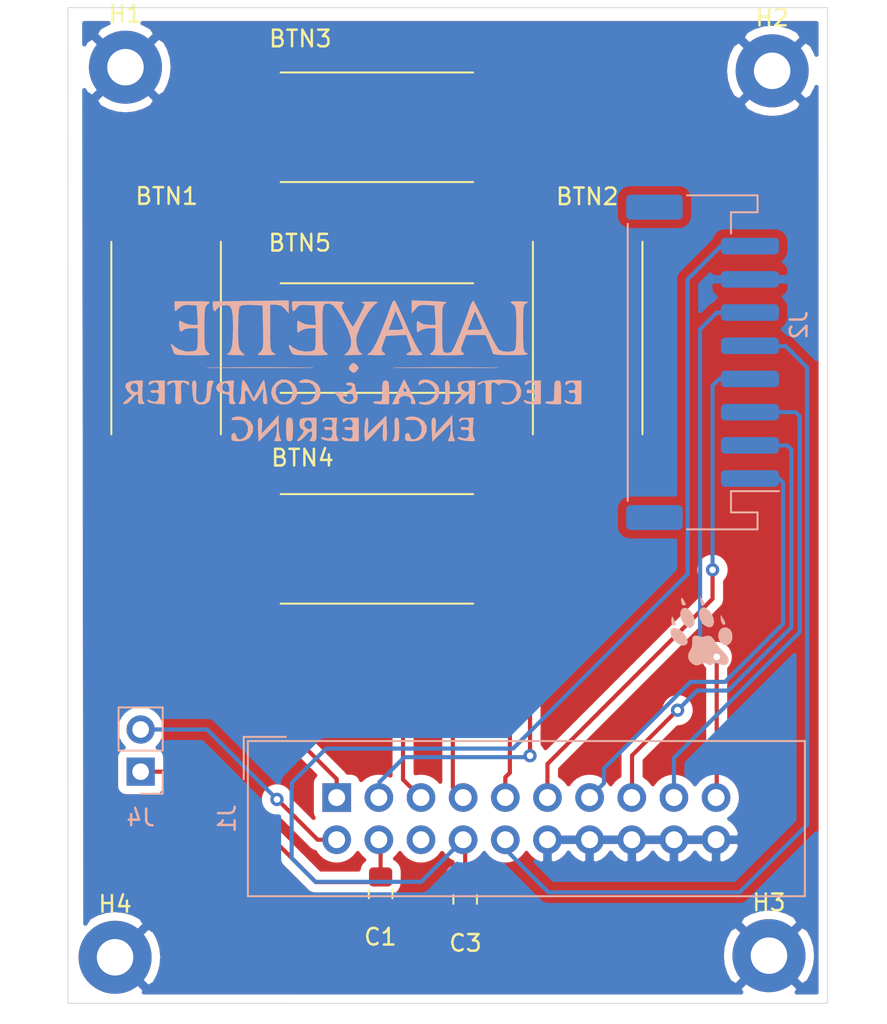
<source format=kicad_pcb>
(kicad_pcb (version 20171130) (host pcbnew "(5.1.4)-1")

  (general
    (thickness 1.6)
    (drawings 4)
    (tracks 115)
    (zones 0)
    (modules 16)
    (nets 16)
  )

  (page A4)
  (layers
    (0 F.Cu signal)
    (31 B.Cu signal)
    (32 B.Adhes user)
    (33 F.Adhes user)
    (34 B.Paste user)
    (35 F.Paste user)
    (36 B.SilkS user)
    (37 F.SilkS user)
    (38 B.Mask user)
    (39 F.Mask user)
    (40 Dwgs.User user)
    (41 Cmts.User user)
    (42 Eco1.User user)
    (43 Eco2.User user)
    (44 Edge.Cuts user)
    (45 Margin user)
    (46 B.CrtYd user)
    (47 F.CrtYd user)
    (48 B.Fab user)
    (49 F.Fab user)
  )

  (setup
    (last_trace_width 0.25)
    (trace_clearance 0.1)
    (zone_clearance 0.508)
    (zone_45_only no)
    (trace_min 0.2)
    (via_size 0.8)
    (via_drill 0.4)
    (via_min_size 0.4)
    (via_min_drill 0.3)
    (uvia_size 0.3)
    (uvia_drill 0.1)
    (uvias_allowed no)
    (uvia_min_size 0.2)
    (uvia_min_drill 0.1)
    (edge_width 0.05)
    (segment_width 0.2)
    (pcb_text_width 0.3)
    (pcb_text_size 1.5 1.5)
    (mod_edge_width 0.12)
    (mod_text_size 1 1)
    (mod_text_width 0.15)
    (pad_size 1.7272 1.7272)
    (pad_drill 1.016)
    (pad_to_mask_clearance 0.051)
    (solder_mask_min_width 0.25)
    (aux_axis_origin 0 0)
    (visible_elements 7FFFF7FF)
    (pcbplotparams
      (layerselection 0x010fc_ffffffff)
      (usegerberextensions false)
      (usegerberattributes false)
      (usegerberadvancedattributes false)
      (creategerberjobfile false)
      (excludeedgelayer true)
      (linewidth 0.100000)
      (plotframeref false)
      (viasonmask false)
      (mode 1)
      (useauxorigin false)
      (hpglpennumber 1)
      (hpglpenspeed 20)
      (hpglpendiameter 15.000000)
      (psnegative false)
      (psa4output false)
      (plotreference true)
      (plotvalue true)
      (plotinvisibletext false)
      (padsonsilk false)
      (subtractmaskfromsilk false)
      (outputformat 1)
      (mirror false)
      (drillshape 1)
      (scaleselection 1)
      (outputdirectory ""))
  )

  (net 0 "")
  (net 1 +3V3)
  (net 2 GND)
  (net 3 +24V)
  (net 4 /BTN_LEFT)
  (net 5 /BTN_RIGHT)
  (net 6 /BTN_UP)
  (net 7 /BTN_DOWN)
  (net 8 /BTN_CENTER)
  (net 9 /DISP_DIN)
  (net 10 /DISP_CLK)
  (net 11 /DISP_CS)
  (net 12 /DISP_DC)
  (net 13 /DISP_RST)
  (net 14 /DISP_BUSY)
  (net 15 /CHRGE_LED)

  (net_class Default "This is the default net class."
    (clearance 0.1)
    (trace_width 0.25)
    (via_dia 0.8)
    (via_drill 0.4)
    (uvia_dia 0.3)
    (uvia_drill 0.1)
    (add_net +24V)
    (add_net +3V3)
    (add_net /BTN_CENTER)
    (add_net /BTN_DOWN)
    (add_net /BTN_LEFT)
    (add_net /BTN_RIGHT)
    (add_net /BTN_UP)
    (add_net /CHRGE_LED)
    (add_net /DISP_BUSY)
    (add_net /DISP_CLK)
    (add_net /DISP_CS)
    (add_net /DISP_DC)
    (add_net /DISP_DIN)
    (add_net /DISP_RST)
    (add_net GND)
  )

  (module MountingHole:MountingHole_2.2mm_M2_Pad (layer F.Cu) (tedit 56D1B4CB) (tstamp 5DD3714D)
    (at 113.25352 149.83968)
    (descr "Mounting Hole 2.2mm, M2")
    (tags "mounting hole 2.2mm m2")
    (path /5DE84626)
    (attr virtual)
    (fp_text reference H4 (at 0 -3.2) (layer F.SilkS)
      (effects (font (size 1 1) (thickness 0.15)))
    )
    (fp_text value MountingHole_Pad (at 0 3.2) (layer F.Fab)
      (effects (font (size 1 1) (thickness 0.15)))
    )
    (fp_circle (center 0 0) (end 2.45 0) (layer F.CrtYd) (width 0.05))
    (fp_circle (center 0 0) (end 2.2 0) (layer Cmts.User) (width 0.15))
    (fp_text user %R (at 0.3 0) (layer F.Fab)
      (effects (font (size 1 1) (thickness 0.15)))
    )
    (pad 1 thru_hole circle (at 0 0) (size 4.4 4.4) (drill 2.2) (layers *.Cu *.Mask)
      (net 2 GND))
  )

  (module MountingHole:MountingHole_2.2mm_M2_Pad (layer F.Cu) (tedit 56D1B4CB) (tstamp 5DD37145)
    (at 152.64892 149.74316)
    (descr "Mounting Hole 2.2mm, M2")
    (tags "mounting hole 2.2mm m2")
    (path /5DE848D2)
    (attr virtual)
    (fp_text reference H3 (at 0 -3.2) (layer F.SilkS)
      (effects (font (size 1 1) (thickness 0.15)))
    )
    (fp_text value MountingHole_Pad (at 0 3.2) (layer F.Fab)
      (effects (font (size 1 1) (thickness 0.15)))
    )
    (fp_circle (center 0 0) (end 2.45 0) (layer F.CrtYd) (width 0.05))
    (fp_circle (center 0 0) (end 2.2 0) (layer Cmts.User) (width 0.15))
    (fp_text user %R (at 0.3 0) (layer F.Fab)
      (effects (font (size 1 1) (thickness 0.15)))
    )
    (pad 1 thru_hole circle (at 0 0) (size 4.4 4.4) (drill 2.2) (layers *.Cu *.Mask)
      (net 2 GND))
  )

  (module MountingHole:MountingHole_2.2mm_M2_Pad (layer F.Cu) (tedit 56D1B4CB) (tstamp 5DD3713D)
    (at 152.84196 96.43872)
    (descr "Mounting Hole 2.2mm, M2")
    (tags "mounting hole 2.2mm m2")
    (path /5DE843BA)
    (attr virtual)
    (fp_text reference H2 (at 0 -3.2) (layer F.SilkS)
      (effects (font (size 1 1) (thickness 0.15)))
    )
    (fp_text value MountingHole_Pad (at 0 3.2) (layer F.Fab)
      (effects (font (size 1 1) (thickness 0.15)))
    )
    (fp_circle (center 0 0) (end 2.45 0) (layer F.CrtYd) (width 0.05))
    (fp_circle (center 0 0) (end 2.2 0) (layer Cmts.User) (width 0.15))
    (fp_text user %R (at 0.3 0) (layer F.Fab)
      (effects (font (size 1 1) (thickness 0.15)))
    )
    (pad 1 thru_hole circle (at 0 0) (size 4.4 4.4) (drill 2.2) (layers *.Cu *.Mask)
      (net 2 GND))
  )

  (module MountingHole:MountingHole_2.2mm_M2_Pad (layer F.Cu) (tedit 56D1B4CB) (tstamp 5DD37135)
    (at 113.87836 96.22028)
    (descr "Mounting Hole 2.2mm, M2")
    (tags "mounting hole 2.2mm m2")
    (path /5DE82D16)
    (attr virtual)
    (fp_text reference H1 (at 0 -3.2) (layer F.SilkS)
      (effects (font (size 1 1) (thickness 0.15)))
    )
    (fp_text value MountingHole_Pad (at 0 3.2) (layer F.Fab)
      (effects (font (size 1 1) (thickness 0.15)))
    )
    (fp_circle (center 0 0) (end 2.45 0) (layer F.CrtYd) (width 0.05))
    (fp_circle (center 0 0) (end 2.2 0) (layer Cmts.User) (width 0.15))
    (fp_text user %R (at 0.3 0) (layer F.Fab)
      (effects (font (size 1 1) (thickness 0.15)))
    )
    (pad 1 thru_hole circle (at 0 0) (size 4.4 4.4) (drill 2.2) (layers *.Cu *.Mask)
      (net 2 GND))
  )

  (module Connector_IDC:IDC-Header_2x10_P2.54mm_Vertical (layer B.Cu) (tedit 5E28B325) (tstamp 5DD32FA7)
    (at 126.60376 140.21816 270)
    (descr "Through hole straight IDC box header, 2x10, 2.54mm pitch, double rows")
    (tags "Through hole IDC box header THT 2x10 2.54mm double row")
    (path /5DD2D267)
    (fp_text reference J1 (at 1.27 6.604 90) (layer B.SilkS)
      (effects (font (size 1 1) (thickness 0.15)) (justify mirror))
    )
    (fp_text value PacMan_Connector (at 1.27 -29.464 90) (layer B.Fab)
      (effects (font (size 1 1) (thickness 0.15)) (justify mirror))
    )
    (fp_line (start -3.655 5.6) (end -1.115 5.6) (layer B.SilkS) (width 0.12))
    (fp_line (start -3.655 5.6) (end -3.655 3.06) (layer B.SilkS) (width 0.12))
    (fp_line (start -3.405 5.35) (end 5.945 5.35) (layer B.SilkS) (width 0.12))
    (fp_line (start -3.405 -28.21) (end -3.405 5.35) (layer B.SilkS) (width 0.12))
    (fp_line (start 5.945 -28.21) (end -3.405 -28.21) (layer B.SilkS) (width 0.12))
    (fp_line (start 5.945 5.35) (end 5.945 -28.21) (layer B.SilkS) (width 0.12))
    (fp_line (start -3.41 5.35) (end 5.95 5.35) (layer B.CrtYd) (width 0.05))
    (fp_line (start -3.41 -28.21) (end -3.41 5.35) (layer B.CrtYd) (width 0.05))
    (fp_line (start 5.95 -28.21) (end -3.41 -28.21) (layer B.CrtYd) (width 0.05))
    (fp_line (start 5.95 5.35) (end 5.95 -28.21) (layer B.CrtYd) (width 0.05))
    (fp_line (start -3.155 -27.96) (end -2.605 -27.4) (layer B.Fab) (width 0.1))
    (fp_line (start -3.155 5.1) (end -2.605 4.56) (layer B.Fab) (width 0.1))
    (fp_line (start 5.695 -27.96) (end 5.145 -27.4) (layer B.Fab) (width 0.1))
    (fp_line (start 5.695 5.1) (end 5.145 4.56) (layer B.Fab) (width 0.1))
    (fp_line (start 5.145 -27.4) (end -2.605 -27.4) (layer B.Fab) (width 0.1))
    (fp_line (start 5.695 -27.96) (end -3.155 -27.96) (layer B.Fab) (width 0.1))
    (fp_line (start 5.145 4.56) (end -2.605 4.56) (layer B.Fab) (width 0.1))
    (fp_line (start 5.695 5.1) (end -3.155 5.1) (layer B.Fab) (width 0.1))
    (fp_line (start -2.605 -13.68) (end -3.155 -13.68) (layer B.Fab) (width 0.1))
    (fp_line (start -2.605 -9.18) (end -3.155 -9.18) (layer B.Fab) (width 0.1))
    (fp_line (start -2.605 -13.68) (end -2.605 -27.4) (layer B.Fab) (width 0.1))
    (fp_line (start -2.605 4.56) (end -2.605 -9.18) (layer B.Fab) (width 0.1))
    (fp_line (start -3.155 5.1) (end -3.155 -27.96) (layer B.Fab) (width 0.1))
    (fp_line (start 5.145 4.56) (end 5.145 -27.4) (layer B.Fab) (width 0.1))
    (fp_line (start 5.695 5.1) (end 5.695 -27.96) (layer B.Fab) (width 0.1))
    (fp_text user %R (at 1.27 -11.43 90) (layer B.Fab)
      (effects (font (size 1 1) (thickness 0.15)) (justify mirror))
    )
    (pad 20 thru_hole oval (at 2.54 -22.86 270) (size 1.7272 1.7272) (drill 1.016) (layers *.Cu *.Mask)
      (net 2 GND))
    (pad 19 thru_hole oval (at 0 -22.86 270) (size 1.7272 1.7272) (drill 1.016) (layers *.Cu *.Mask)
      (net 9 /DISP_DIN))
    (pad 18 thru_hole oval (at 2.54 -20.32 270) (size 1.7272 1.7272) (drill 1.016) (layers *.Cu *.Mask)
      (net 2 GND))
    (pad 17 thru_hole oval (at 0 -20.32 270) (size 1.7272 1.7272) (drill 1.016) (layers *.Cu *.Mask)
      (net 12 /DISP_DC))
    (pad 16 thru_hole oval (at 2.54 -17.78 270) (size 1.7272 1.7272) (drill 1.016) (layers *.Cu *.Mask)
      (net 2 GND))
    (pad 15 thru_hole oval (at 0 -17.78 270) (size 1.7272 1.7272) (drill 1.016) (layers *.Cu *.Mask)
      (net 13 /DISP_RST))
    (pad 14 thru_hole oval (at 2.54 -15.24 270) (size 1.7272 1.7272) (drill 1.016) (layers *.Cu *.Mask)
      (net 2 GND))
    (pad 13 thru_hole oval (at 0 -15.24 270) (size 1.7272 1.7272) (drill 1.016) (layers *.Cu *.Mask)
      (net 14 /DISP_BUSY))
    (pad 12 thru_hole oval (at 2.54 -12.7 270) (size 1.7272 1.7272) (drill 1.016) (layers *.Cu *.Mask)
      (net 2 GND))
    (pad 11 thru_hole oval (at 0 -12.7 270) (size 1.7272 1.7272) (drill 1.016) (layers *.Cu *.Mask)
      (net 11 /DISP_CS))
    (pad 10 thru_hole oval (at 2.54 -10.16 270) (size 1.7272 1.7272) (drill 1.016) (layers *.Cu *.Mask)
      (net 10 /DISP_CLK))
    (pad 9 thru_hole oval (at 0 -10.16 270) (size 1.7272 1.7272) (drill 1.016) (layers *.Cu *.Mask)
      (net 8 /BTN_CENTER))
    (pad 8 thru_hole oval (at 2.54 -7.62 270) (size 1.7272 1.7272) (drill 1.016) (layers *.Cu *.Mask)
      (net 1 +3V3))
    (pad 7 thru_hole oval (at 0 -7.62 270) (size 1.7272 1.7272) (drill 1.016) (layers *.Cu *.Mask)
      (net 7 /BTN_DOWN))
    (pad 6 thru_hole oval (at 2.54 -5.08 270) (size 1.7272 1.7272) (drill 1.016) (layers *.Cu *.Mask))
    (pad 5 thru_hole oval (at 0 -5.08 270) (size 1.7272 1.7272) (drill 1.016) (layers *.Cu *.Mask)
      (net 6 /BTN_UP))
    (pad 4 thru_hole oval (at 2.54 -2.54 270) (size 1.7272 1.7272) (drill 1.016) (layers *.Cu *.Mask)
      (net 3 +24V))
    (pad 3 thru_hole oval (at 0 -2.54 270) (size 1.7272 1.7272) (drill 1.016) (layers *.Cu *.Mask)
      (net 5 /BTN_RIGHT))
    (pad 2 thru_hole oval (at 2.54 0 270) (size 1.7272 1.7272) (drill 1.016) (layers *.Cu *.Mask)
      (net 15 /CHRGE_LED))
    (pad 1 thru_hole rect (at 0 0 270) (size 1.7272 1.7272) (drill 1.016) (layers *.Cu *.Mask)
      (net 4 /BTN_LEFT))
    (model ${KISYS3DMOD}/Connector_IDC.3dshapes/IDC-Header_2x10_P2.54mm_Vertical.wrl
      (at (xyz 0 0 0))
      (scale (xyz 1 1 1))
      (rotate (xyz 0 0 0))
    )
  )

  (module Connector_PinSocket_2.54mm:PinSocket_1x02_P2.54mm_Vertical (layer B.Cu) (tedit 5A19A420) (tstamp 5DD32290)
    (at 114.79276 138.6586)
    (descr "Through hole straight socket strip, 1x02, 2.54mm pitch, single row (from Kicad 4.0.7), script generated")
    (tags "Through hole socket strip THT 1x02 2.54mm single row")
    (path /5E04DD09)
    (fp_text reference J4 (at 0 2.77) (layer B.SilkS)
      (effects (font (size 1 1) (thickness 0.15)) (justify mirror))
    )
    (fp_text value Charge_Indicator (at 0 -5.31) (layer B.Fab)
      (effects (font (size 1 1) (thickness 0.15)) (justify mirror))
    )
    (fp_text user %R (at 0 -1.27 -90) (layer B.Fab)
      (effects (font (size 1 1) (thickness 0.15)) (justify mirror))
    )
    (fp_line (start -1.8 -4.3) (end -1.8 1.8) (layer B.CrtYd) (width 0.05))
    (fp_line (start 1.75 -4.3) (end -1.8 -4.3) (layer B.CrtYd) (width 0.05))
    (fp_line (start 1.75 1.8) (end 1.75 -4.3) (layer B.CrtYd) (width 0.05))
    (fp_line (start -1.8 1.8) (end 1.75 1.8) (layer B.CrtYd) (width 0.05))
    (fp_line (start 0 1.33) (end 1.33 1.33) (layer B.SilkS) (width 0.12))
    (fp_line (start 1.33 1.33) (end 1.33 0) (layer B.SilkS) (width 0.12))
    (fp_line (start 1.33 -1.27) (end 1.33 -3.87) (layer B.SilkS) (width 0.12))
    (fp_line (start -1.33 -3.87) (end 1.33 -3.87) (layer B.SilkS) (width 0.12))
    (fp_line (start -1.33 -1.27) (end -1.33 -3.87) (layer B.SilkS) (width 0.12))
    (fp_line (start -1.33 -1.27) (end 1.33 -1.27) (layer B.SilkS) (width 0.12))
    (fp_line (start -1.27 -3.81) (end -1.27 1.27) (layer B.Fab) (width 0.1))
    (fp_line (start 1.27 -3.81) (end -1.27 -3.81) (layer B.Fab) (width 0.1))
    (fp_line (start 1.27 0.635) (end 1.27 -3.81) (layer B.Fab) (width 0.1))
    (fp_line (start 0.635 1.27) (end 1.27 0.635) (layer B.Fab) (width 0.1))
    (fp_line (start -1.27 1.27) (end 0.635 1.27) (layer B.Fab) (width 0.1))
    (pad 2 thru_hole oval (at 0 -2.54) (size 1.7 1.7) (drill 1) (layers *.Cu *.Mask)
      (net 15 /CHRGE_LED))
    (pad 1 thru_hole rect (at 0 0) (size 1.7 1.7) (drill 1) (layers *.Cu *.Mask)
      (net 3 +24V))
    (model ${KISYS3DMOD}/Connector_PinSocket_2.54mm.3dshapes/PinSocket_1x02_P2.54mm_Vertical.wrl
      (at (xyz 0 0 0))
      (scale (xyz 1 1 1))
      (rotate (xyz 0 0 0))
    )
  )

  (module Connector_JST:JST_PH_S8B-PH-SM4-TB_1x08-1MP_P2.00mm_Horizontal (layer B.Cu) (tedit 5B78AD87) (tstamp 5DD31CC1)
    (at 148.65 114 90)
    (descr "JST PH series connector, S8B-PH-SM4-TB (http://www.jst-mfg.com/product/pdf/eng/ePH.pdf), generated with kicad-footprint-generator")
    (tags "connector JST PH top entry")
    (path /5E04922A)
    (attr smd)
    (fp_text reference J2 (at 2.24536 5.8 90) (layer B.SilkS)
      (effects (font (size 1 1) (thickness 0.15)) (justify mirror))
    )
    (fp_text value "E-ink Display" (at 0 -5.8 90) (layer B.Fab)
      (effects (font (size 1 1) (thickness 0.15)) (justify mirror))
    )
    (fp_text user %R (at 0 -1.5 90) (layer B.Fab)
      (effects (font (size 1 1) (thickness 0.15)) (justify mirror))
    )
    (fp_line (start -7 0.892893) (end -6.5 1.6) (layer B.Fab) (width 0.1))
    (fp_line (start -7.5 1.6) (end -7 0.892893) (layer B.Fab) (width 0.1))
    (fp_line (start 10.6 5.1) (end -10.6 5.1) (layer B.CrtYd) (width 0.05))
    (fp_line (start 10.6 -5.1) (end 10.6 5.1) (layer B.CrtYd) (width 0.05))
    (fp_line (start -10.6 -5.1) (end 10.6 -5.1) (layer B.CrtYd) (width 0.05))
    (fp_line (start -10.6 5.1) (end -10.6 -5.1) (layer B.CrtYd) (width 0.05))
    (fp_line (start 9.95 3.2) (end 9.95 -4.4) (layer B.Fab) (width 0.1))
    (fp_line (start -9.95 3.2) (end -9.95 -4.4) (layer B.Fab) (width 0.1))
    (fp_line (start -9.95 -4.4) (end 9.95 -4.4) (layer B.Fab) (width 0.1))
    (fp_line (start -8.34 -4.51) (end 8.34 -4.51) (layer B.SilkS) (width 0.12))
    (fp_line (start 9.04 1.71) (end 7.76 1.71) (layer B.SilkS) (width 0.12))
    (fp_line (start 9.04 3.31) (end 9.04 1.71) (layer B.SilkS) (width 0.12))
    (fp_line (start 10.06 3.31) (end 9.04 3.31) (layer B.SilkS) (width 0.12))
    (fp_line (start 10.06 -0.94) (end 10.06 3.31) (layer B.SilkS) (width 0.12))
    (fp_line (start -7.76 1.71) (end -7.76 4.6) (layer B.SilkS) (width 0.12))
    (fp_line (start -9.04 1.71) (end -7.76 1.71) (layer B.SilkS) (width 0.12))
    (fp_line (start -9.04 3.31) (end -9.04 1.71) (layer B.SilkS) (width 0.12))
    (fp_line (start -10.06 3.31) (end -9.04 3.31) (layer B.SilkS) (width 0.12))
    (fp_line (start -10.06 -0.94) (end -10.06 3.31) (layer B.SilkS) (width 0.12))
    (fp_line (start 9.15 3.2) (end 9.95 3.2) (layer B.Fab) (width 0.1))
    (fp_line (start 9.15 1.6) (end 9.15 3.2) (layer B.Fab) (width 0.1))
    (fp_line (start -9.15 1.6) (end 9.15 1.6) (layer B.Fab) (width 0.1))
    (fp_line (start -9.15 3.2) (end -9.15 1.6) (layer B.Fab) (width 0.1))
    (fp_line (start -9.95 3.2) (end -9.15 3.2) (layer B.Fab) (width 0.1))
    (pad MP smd roundrect (at 9.35 -2.9 90) (size 1.5 3.4) (layers B.Cu B.Paste B.Mask) (roundrect_rratio 0.166667))
    (pad MP smd roundrect (at -9.35 -2.9 90) (size 1.5 3.4) (layers B.Cu B.Paste B.Mask) (roundrect_rratio 0.166667))
    (pad 8 smd roundrect (at 7 2.85 90) (size 1 3.5) (layers B.Cu B.Paste B.Mask) (roundrect_rratio 0.25)
      (net 1 +3V3))
    (pad 7 smd roundrect (at 5 2.85 90) (size 1 3.5) (layers B.Cu B.Paste B.Mask) (roundrect_rratio 0.25)
      (net 2 GND))
    (pad 6 smd roundrect (at 3 2.85 90) (size 1 3.5) (layers B.Cu B.Paste B.Mask) (roundrect_rratio 0.25)
      (net 9 /DISP_DIN))
    (pad 5 smd roundrect (at 1 2.85 90) (size 1 3.5) (layers B.Cu B.Paste B.Mask) (roundrect_rratio 0.25)
      (net 10 /DISP_CLK))
    (pad 4 smd roundrect (at -1 2.85 90) (size 1 3.5) (layers B.Cu B.Paste B.Mask) (roundrect_rratio 0.25)
      (net 11 /DISP_CS))
    (pad 3 smd roundrect (at -3 2.85 90) (size 1 3.5) (layers B.Cu B.Paste B.Mask) (roundrect_rratio 0.25)
      (net 12 /DISP_DC))
    (pad 2 smd roundrect (at -5 2.85 90) (size 1 3.5) (layers B.Cu B.Paste B.Mask) (roundrect_rratio 0.25)
      (net 13 /DISP_RST))
    (pad 1 smd roundrect (at -7 2.85 90) (size 1 3.5) (layers B.Cu B.Paste B.Mask) (roundrect_rratio 0.25)
      (net 14 /DISP_BUSY))
    (model ${KISYS3DMOD}/Connector_JST.3dshapes/JST_PH_S8B-PH-SM4-TB_1x08-1MP_P2.00mm_Horizontal.wrl
      (at (xyz 0 0 0))
      (scale (xyz 1 1 1))
      (rotate (xyz 0 0 0))
    )
  )

  (module Lafayette_Electric_Car_Footprints:PushButton (layer F.Cu) (tedit 5DD2EDD8) (tstamp 5DD31C5A)
    (at 129.02692 112.53724)
    (path /5E058C74)
    (fp_text reference BTN5 (at -4.6482 -5.73024) (layer F.SilkS)
      (effects (font (size 1 1) (thickness 0.15)))
    )
    (fp_text value BTN_CENTER (at 3.6 -4.5) (layer F.Fab)
      (effects (font (size 1 1) (thickness 0.15)))
    )
    (fp_line (start 5.8 3.3) (end -5.8 -3.3) (layer Dwgs.User) (width 0.12))
    (fp_line (start -5.8 3.3) (end 5.8 -3.3) (layer Dwgs.User) (width 0.12))
    (fp_line (start -5.8 3.3) (end 5.8 3.3) (layer F.SilkS) (width 0.12))
    (fp_line (start -5.8 -3.3) (end 5.8 -3.3) (layer F.SilkS) (width 0.12))
    (pad 2 smd rect (at 4.575 -2.2) (size 2.85 1.4) (layers F.Cu F.Paste F.Mask)
      (net 8 /BTN_CENTER))
    (pad 2 smd rect (at 4.575 2.3) (size 2.85 1.4) (layers F.Cu F.Paste F.Mask)
      (net 8 /BTN_CENTER))
    (pad 1 smd rect (at -4.6 2.3) (size 2.85 1.4) (layers F.Cu F.Paste F.Mask)
      (net 2 GND))
    (pad 1 smd rect (at -4.6 -2.2) (size 2.85 1.4) (layers F.Cu F.Paste F.Mask)
      (net 2 GND))
    (model ${KIPRJMOD}/3dModels/ButtonMount.step
      (offset (xyz 0 2.5 0))
      (scale (xyz 1 1 1))
      (rotate (xyz 0 0 0))
    )
    (model ${KIPRJMOD}/3dModels/ButtonCap.step
      (offset (xyz 0 0 4))
      (scale (xyz 1 1 1))
      (rotate (xyz 0 0 0))
    )
  )

  (module Lafayette_Electric_Car_Footprints:PushButton (layer F.Cu) (tedit 5DD2EDD8) (tstamp 5DD31C4E)
    (at 129.02692 125.23724)
    (path /5E0586A8)
    (fp_text reference BTN4 (at -4.48564 -5.48132) (layer F.SilkS)
      (effects (font (size 1 1) (thickness 0.15)))
    )
    (fp_text value BTN_DOWN (at 3.6 -4.5) (layer F.Fab)
      (effects (font (size 1 1) (thickness 0.15)))
    )
    (fp_line (start 5.8 3.3) (end -5.8 -3.3) (layer Dwgs.User) (width 0.12))
    (fp_line (start -5.8 3.3) (end 5.8 -3.3) (layer Dwgs.User) (width 0.12))
    (fp_line (start -5.8 3.3) (end 5.8 3.3) (layer F.SilkS) (width 0.12))
    (fp_line (start -5.8 -3.3) (end 5.8 -3.3) (layer F.SilkS) (width 0.12))
    (pad 2 smd rect (at 4.575 -2.2) (size 2.85 1.4) (layers F.Cu F.Paste F.Mask)
      (net 7 /BTN_DOWN))
    (pad 2 smd rect (at 4.575 2.3) (size 2.85 1.4) (layers F.Cu F.Paste F.Mask)
      (net 7 /BTN_DOWN))
    (pad 1 smd rect (at -4.6 2.3) (size 2.85 1.4) (layers F.Cu F.Paste F.Mask)
      (net 2 GND))
    (pad 1 smd rect (at -4.6 -2.2) (size 2.85 1.4) (layers F.Cu F.Paste F.Mask)
      (net 2 GND))
    (model ${KIPRJMOD}/3dModels/ButtonMount.step
      (offset (xyz 0 2.5 0))
      (scale (xyz 1 1 1))
      (rotate (xyz 0 0 0))
    )
    (model ${KIPRJMOD}/3dModels/ButtonCap.step
      (offset (xyz 0 0 4))
      (scale (xyz 1 1 1))
      (rotate (xyz 0 0 0))
    )
  )

  (module Lafayette_Electric_Car_Footprints:PushButton (layer F.Cu) (tedit 5DD2EDD8) (tstamp 5DD31C42)
    (at 129.02692 99.83724)
    (path /5E057F5F)
    (fp_text reference BTN3 (at -4.61264 -5.334) (layer F.SilkS)
      (effects (font (size 1 1) (thickness 0.15)))
    )
    (fp_text value BTN_UP (at 3.6 -4.5) (layer F.Fab)
      (effects (font (size 1 1) (thickness 0.15)))
    )
    (fp_line (start 5.8 3.3) (end -5.8 -3.3) (layer Dwgs.User) (width 0.12))
    (fp_line (start -5.8 3.3) (end 5.8 -3.3) (layer Dwgs.User) (width 0.12))
    (fp_line (start -5.8 3.3) (end 5.8 3.3) (layer F.SilkS) (width 0.12))
    (fp_line (start -5.8 -3.3) (end 5.8 -3.3) (layer F.SilkS) (width 0.12))
    (pad 2 smd rect (at 4.575 -2.2) (size 2.85 1.4) (layers F.Cu F.Paste F.Mask)
      (net 6 /BTN_UP))
    (pad 2 smd rect (at 4.575 2.3) (size 2.85 1.4) (layers F.Cu F.Paste F.Mask)
      (net 6 /BTN_UP))
    (pad 1 smd rect (at -4.6 2.3) (size 2.85 1.4) (layers F.Cu F.Paste F.Mask)
      (net 2 GND))
    (pad 1 smd rect (at -4.6 -2.2) (size 2.85 1.4) (layers F.Cu F.Paste F.Mask)
      (net 2 GND))
    (model ${KIPRJMOD}/3dModels/ButtonMount.step
      (offset (xyz 0 2.5 0))
      (scale (xyz 1 1 1))
      (rotate (xyz 0 0 0))
    )
    (model ${KIPRJMOD}/3dModels/ButtonCap.step
      (offset (xyz 0 0 4))
      (scale (xyz 1 1 1))
      (rotate (xyz 0 0 0))
    )
  )

  (module Lafayette_Electric_Car_Footprints:PushButton (layer F.Cu) (tedit 5DD2EDD8) (tstamp 5DD31C36)
    (at 141.72692 112.53724 90)
    (path /5E0578CF)
    (fp_text reference BTN2 (at 8.52424 -0.0254 180) (layer F.SilkS)
      (effects (font (size 1 1) (thickness 0.15)))
    )
    (fp_text value BTN_RIGHT (at 3.6 -4.5 90) (layer F.Fab)
      (effects (font (size 1 1) (thickness 0.15)))
    )
    (fp_line (start 5.8 3.3) (end -5.8 -3.3) (layer Dwgs.User) (width 0.12))
    (fp_line (start -5.8 3.3) (end 5.8 -3.3) (layer Dwgs.User) (width 0.12))
    (fp_line (start -5.8 3.3) (end 5.8 3.3) (layer F.SilkS) (width 0.12))
    (fp_line (start -5.8 -3.3) (end 5.8 -3.3) (layer F.SilkS) (width 0.12))
    (pad 2 smd rect (at 4.575 -2.2 90) (size 2.85 1.4) (layers F.Cu F.Paste F.Mask)
      (net 5 /BTN_RIGHT))
    (pad 2 smd rect (at 4.575 2.3 90) (size 2.85 1.4) (layers F.Cu F.Paste F.Mask)
      (net 5 /BTN_RIGHT))
    (pad 1 smd rect (at -4.6 2.3 90) (size 2.85 1.4) (layers F.Cu F.Paste F.Mask)
      (net 2 GND))
    (pad 1 smd rect (at -4.6 -2.2 90) (size 2.85 1.4) (layers F.Cu F.Paste F.Mask)
      (net 2 GND))
    (model ${KIPRJMOD}/3dModels/ButtonMount.step
      (offset (xyz 0 2.5 0))
      (scale (xyz 1 1 1))
      (rotate (xyz 0 0 0))
    )
    (model ${KIPRJMOD}/3dModels/ButtonCap.step
      (offset (xyz 0 0 4))
      (scale (xyz 1 1 1))
      (rotate (xyz 0 0 0))
    )
  )

  (module Lafayette_Electric_Car_Footprints:PushButton (layer F.Cu) (tedit 5DD2EDD8) (tstamp 5DD3287B)
    (at 116.32692 112.53724 90)
    (path /5E0567FB)
    (fp_text reference BTN1 (at 8.54456 0.03556 180) (layer F.SilkS)
      (effects (font (size 1 1) (thickness 0.15)))
    )
    (fp_text value PushButton (at 3.6 -4.5 90) (layer F.Fab)
      (effects (font (size 1 1) (thickness 0.15)))
    )
    (fp_line (start 5.8 3.3) (end -5.8 -3.3) (layer Dwgs.User) (width 0.12))
    (fp_line (start -5.8 3.3) (end 5.8 -3.3) (layer Dwgs.User) (width 0.12))
    (fp_line (start -5.8 3.3) (end 5.8 3.3) (layer F.SilkS) (width 0.12))
    (fp_line (start -5.8 -3.3) (end 5.8 -3.3) (layer F.SilkS) (width 0.12))
    (pad 2 smd rect (at 4.575 -2.2 90) (size 2.85 1.4) (layers F.Cu F.Paste F.Mask)
      (net 4 /BTN_LEFT))
    (pad 2 smd rect (at 4.575 2.3 90) (size 2.85 1.4) (layers F.Cu F.Paste F.Mask)
      (net 4 /BTN_LEFT))
    (pad 1 smd rect (at -4.6 2.3 90) (size 2.85 1.4) (layers F.Cu F.Paste F.Mask)
      (net 2 GND))
    (pad 1 smd rect (at -4.6 -2.2 90) (size 2.85 1.4) (layers F.Cu F.Paste F.Mask)
      (net 2 GND))
    (model ${KIPRJMOD}/3dModels/ButtonMount.step
      (offset (xyz 0 2.5 0))
      (scale (xyz 1 1 1))
      (rotate (xyz 0 0 0))
    )
    (model ${KIPRJMOD}/3dModels/ButtonCap.step
      (offset (xyz 0 0 4))
      (scale (xyz 1 1 1))
      (rotate (xyz 0 0 0))
    )
  )

  (module Lafayette_Electric_Car_Footprints:Paw (layer B.Cu) (tedit 0) (tstamp 5DD31A3A)
    (at 148.56968 130.25628 180)
    (path /5DE93212)
    (fp_text reference LOGO2 (at 0 0) (layer B.SilkS) hide
      (effects (font (size 1.524 1.524) (thickness 0.3)) (justify mirror))
    )
    (fp_text value LeopardPawLogo (at 0.75 0) (layer B.SilkS) hide
      (effects (font (size 1.524 1.524) (thickness 0.3)) (justify mirror))
    )
    (fp_poly (pts (xy 0.038417 1.905) (xy 0.024434 1.750995) (xy -0.005504 1.671433) (xy -0.064167 1.639205)
      (xy -0.0889 1.634767) (xy -0.181153 1.646284) (xy -0.20294 1.685567) (xy -0.177366 1.766325)
      (xy -0.113011 1.893048) (xy -0.075623 1.9558) (xy 0.051434 2.159) (xy 0.038417 1.905)) (layer B.SilkS) (width 0.01))
    (fp_poly (pts (xy 1.207446 2.041624) (xy 1.214136 1.9431) (xy 1.192417 1.748332) (xy 1.141257 1.642971)
      (xy 1.055268 1.617715) (xy 1.028599 1.622602) (xy 0.914199 1.651) (xy 1.021208 1.8669)
      (xy 1.10754 2.016467) (xy 1.171024 2.075263) (xy 1.207446 2.041624)) (layer B.SilkS) (width 0.01))
    (fp_poly (pts (xy 1.780178 0.884419) (xy 1.784323 0.873383) (xy 1.803073 0.751267) (xy 1.795674 0.597816)
      (xy 1.794034 0.587126) (xy 1.76162 0.463547) (xy 1.703446 0.413232) (xy 1.640929 0.4064)
      (xy 1.55275 0.42086) (xy 1.541798 0.483456) (xy 1.551627 0.5207) (xy 1.5969 0.645761)
      (xy 1.660431 0.795507) (xy 1.665692 0.806958) (xy 1.719341 0.913408) (xy 1.75162 0.935934)
      (xy 1.780178 0.884419)) (layer B.SilkS) (width 0.01))
    (fp_poly (pts (xy -1.170692 0.862693) (xy -1.194134 0.671596) (xy -1.251787 0.527226) (xy -1.332694 0.450747)
      (xy -1.386412 0.445932) (xy -1.446894 0.494952) (xy -1.433789 0.602847) (xy -1.346226 0.773309)
      (xy -1.288228 0.862693) (xy -1.1684 1.039585) (xy -1.170692 0.862693)) (layer B.SilkS) (width 0.01))
    (fp_poly (pts (xy -0.084178 1.478921) (xy 0.023992 1.396165) (xy 0.107954 1.265426) (xy 0.129502 1.201914)
      (xy 0.13388 1.015102) (xy 0.076014 0.79888) (xy -0.030632 0.591594) (xy -0.126472 0.472969)
      (xy -0.285165 0.356224) (xy -0.450891 0.301402) (xy -0.598184 0.311559) (xy -0.701583 0.389748)
      (xy -0.709413 0.403061) (xy -0.763076 0.603375) (xy -0.739749 0.829566) (xy -0.650941 1.057602)
      (xy -0.508158 1.263451) (xy -0.322907 1.423082) (xy -0.189348 1.489182) (xy -0.084178 1.478921)) (layer B.SilkS) (width 0.01))
    (fp_poly (pts (xy 1.156344 1.401801) (xy 1.234686 1.277915) (xy 1.265928 1.103991) (xy 1.241829 0.892673)
      (xy 1.161465 0.671475) (xy 1.057206 0.511947) (xy 0.919834 0.372806) (xy 0.778178 0.27927)
      (xy 0.684403 0.25419) (xy 0.606921 0.280917) (xy 0.519303 0.333081) (xy 0.429282 0.453381)
      (xy 0.398649 0.628142) (xy 0.422572 0.833095) (xy 0.496218 1.043972) (xy 0.614755 1.236505)
      (xy 0.721166 1.346791) (xy 0.891341 1.448883) (xy 1.039148 1.463005) (xy 1.156344 1.401801)) (layer B.SilkS) (width 0.01))
    (fp_poly (pts (xy 1.757124 0.219695) (xy 1.842144 0.126964) (xy 1.864955 -0.00891) (xy 1.829417 -0.172648)
      (xy 1.739389 -0.348968) (xy 1.598732 -0.522589) (xy 1.411305 -0.678231) (xy 1.362662 -0.709468)
      (xy 1.158222 -0.798616) (xy 0.990864 -0.795015) (xy 0.892628 -0.732971) (xy 0.829546 -0.641585)
      (xy 0.821654 -0.531092) (xy 0.870476 -0.376484) (xy 0.921141 -0.265473) (xy 1.056211 -0.062719)
      (xy 1.236669 0.105329) (xy 1.434904 0.217728) (xy 1.606034 0.254) (xy 1.757124 0.219695)) (layer B.SilkS) (width 0.01))
    (fp_poly (pts (xy -1.321196 0.274652) (xy -1.179499 0.188576) (xy -1.079788 0.045613) (xy -1.029147 -0.133825)
      (xy -1.034655 -0.329322) (xy -1.103395 -0.520466) (xy -1.181463 -0.628483) (xy -1.347842 -0.757342)
      (xy -1.52089 -0.784973) (xy -1.607465 -0.761954) (xy -1.761078 -0.648412) (xy -1.853403 -0.460379)
      (xy -1.8796 -0.245529) (xy -1.84049 -0.010204) (xy -1.728902 0.165438) (xy -1.55345 0.269461)
      (xy -1.497799 0.283425) (xy -1.321196 0.274652)) (layer B.SilkS) (width 0.01))
    (fp_poly (pts (xy 0.394771 -0.213705) (xy 0.498966 -0.268517) (xy 0.499294 -0.26891) (xy 0.528154 -0.354021)
      (xy 0.543382 -0.501514) (xy 0.543614 -0.61181) (xy 0.548693 -0.807327) (xy 0.588884 -0.950285)
      (xy 0.650815 -1.053617) (xy 0.769051 -1.286076) (xy 0.792769 -1.509766) (xy 0.723357 -1.712177)
      (xy 0.562203 -1.8808) (xy 0.5588 -1.883216) (xy 0.382639 -1.981867) (xy 0.22699 -1.999624)
      (xy 0.055255 -1.939619) (xy 0.033415 -1.928193) (xy -0.09571 -1.865965) (xy -0.185546 -1.853399)
      (xy -0.283437 -1.887084) (xy -0.316105 -1.903025) (xy -0.484969 -1.969275) (xy -0.609754 -1.966904)
      (xy -0.719145 -1.89781) (xy -0.784395 -1.849654) (xy -0.854078 -1.841624) (xy -0.965234 -1.873721)
      (xy -1.029644 -1.89781) (xy -1.267427 -1.96867) (xy -1.441395 -1.97149) (xy -1.563991 -1.905367)
      (xy -1.603606 -1.856131) (xy -1.654757 -1.698118) (xy -1.612856 -1.518752) (xy -1.476539 -1.314913)
      (xy -1.279468 -1.114684) (xy -1.107106 -0.937233) (xy -0.944924 -0.734112) (xy -0.8382 -0.567179)
      (xy -0.705787 -0.359751) (xy -0.569408 -0.243904) (xy -0.411162 -0.210579) (xy -0.21315 -0.250716)
      (xy -0.21299 -0.250769) (xy -0.0513 -0.288578) (xy 0.064385 -0.272236) (xy 0.090928 -0.259711)
      (xy 0.24474 -0.210454) (xy 0.394771 -0.213705)) (layer B.SilkS) (width 0.01))
  )

  (module Lafayette_Electric_Car_Footprints:ECE_Logo_Jon (layer B.Cu) (tedit 0) (tstamp 5DD31A2D)
    (at 127.47244 114.58956 180)
    (path /5DE92104)
    (fp_text reference LOGO1 (at 0 0) (layer B.SilkS) hide
      (effects (font (size 1.524 1.524) (thickness 0.3)) (justify mirror))
    )
    (fp_text value LafECEDepLogo (at 0.75 0) (layer B.SilkS) hide
      (effects (font (size 1.524 1.524) (thickness 0.3)) (justify mirror))
    )
    (fp_poly (pts (xy 10.634133 3.9624) (xy 10.625187 3.731275) (xy 10.57104 3.679862) (xy 10.430726 3.793933)
      (xy 10.35763 3.86637) (xy 10.140454 4.010937) (xy 9.843654 4.04988) (xy 9.72263 4.04417)
      (xy 9.2964 4.0132) (xy 9.265929 3.429) (xy 9.235459 2.8448) (xy 9.573523 2.8448)
      (xy 9.884371 2.89289) (xy 10.137393 3.002962) (xy 10.287294 3.095359) (xy 10.349778 3.060546)
      (xy 10.363077 2.864116) (xy 10.3632 2.799762) (xy 10.329994 2.540448) (xy 10.244764 2.436594)
      (xy 10.129088 2.510269) (xy 10.1092 2.54) (xy 9.975987 2.604943) (xy 9.723302 2.639744)
      (xy 9.646003 2.6416) (xy 9.2456 2.6416) (xy 9.2456 1.983136) (xy 9.251248 1.626008)
      (xy 9.280254 1.42125) (xy 9.35071 1.318101) (xy 9.480707 1.265799) (xy 9.503337 1.259984)
      (xy 9.950326 1.241262) (xy 10.395634 1.377192) (xy 10.653984 1.550964) (xy 10.818064 1.693251)
      (xy 10.865047 1.69983) (xy 10.825185 1.574913) (xy 10.825142 1.5748) (xy 10.733838 1.316978)
      (xy 10.695423 1.1938) (xy 10.650111 1.115324) (xy 10.544197 1.063702) (xy 10.341882 1.033538)
      (xy 10.007368 1.019437) (xy 9.515943 1.016) (xy 9.029609 1.017923) (xy 8.719226 1.02687)
      (xy 8.557557 1.047617) (xy 8.517365 1.084936) (xy 8.571414 1.143599) (xy 8.613393 1.174162)
      (xy 8.706221 1.250932) (xy 8.769412 1.352355) (xy 8.808636 1.515267) (xy 8.829559 1.776504)
      (xy 8.83785 2.1729) (xy 8.8392 2.6416) (xy 8.837173 3.181257) (xy 8.827314 3.554561)
      (xy 8.803956 3.798347) (xy 8.761429 3.949452) (xy 8.694065 4.04471) (xy 8.613393 4.109039)
      (xy 8.529049 4.177718) (xy 8.528211 4.223046) (xy 8.638146 4.24983) (xy 8.886121 4.262873)
      (xy 9.299402 4.266982) (xy 9.51086 4.2672) (xy 10.634133 4.2672) (xy 10.634133 3.9624)) (layer B.SilkS) (width 0.01))
    (fp_poly (pts (xy 6.045111 4.288891) (xy 8.3312 4.259781) (xy 8.3312 3.958691) (xy 8.295561 3.733149)
      (xy 8.211439 3.658741) (xy 8.113025 3.758373) (xy 8.094935 3.80042) (xy 7.965651 3.919011)
      (xy 7.72687 4.011883) (xy 7.710491 4.01564) (xy 7.474747 4.039878) (xy 7.308572 3.975321)
      (xy 7.200687 3.796798) (xy 7.139818 3.479136) (xy 7.114688 2.997162) (xy 7.112 2.679596)
      (xy 7.12536 2.054755) (xy 7.169334 1.606829) (xy 7.249756 1.311051) (xy 7.372463 1.142652)
      (xy 7.48723 1.087147) (xy 7.49258 1.061541) (xy 7.329962 1.040202) (xy 7.0358 1.027786)
      (xy 6.4008 1.016) (xy 6.604 1.2192) (xy 6.692019 1.328104) (xy 6.750373 1.472133)
      (xy 6.784888 1.691643) (xy 6.801388 2.026991) (xy 6.805698 2.518533) (xy 6.805644 2.6162)
      (xy 6.798193 3.097718) (xy 6.779112 3.510275) (xy 6.751349 3.808118) (xy 6.720192 3.942268)
      (xy 6.577881 4.021217) (xy 6.270539 4.05006) (xy 5.985148 4.043868) (xy 5.334 4.0132)
      (xy 5.304837 2.6924) (xy 5.294862 2.149574) (xy 5.296242 1.772689) (xy 5.313662 1.524596)
      (xy 5.351811 1.368145) (xy 5.415374 1.266188) (xy 5.493893 1.1938) (xy 5.601492 1.097905)
      (xy 5.605531 1.045351) (xy 5.475634 1.024009) (xy 5.181423 1.021747) (xy 5.065855 1.022877)
      (xy 4.729166 1.03154) (xy 4.57113 1.052865) (xy 4.567282 1.093712) (xy 4.6482 1.140003)
      (xy 4.739123 1.192876) (xy 4.802068 1.271366) (xy 4.842171 1.409552) (xy 4.864564 1.641508)
      (xy 4.874384 2.001312) (xy 4.876764 2.52304) (xy 4.8768 2.657126) (xy 4.8768 4.064)
      (xy 4.528574 4.064) (xy 4.203499 3.999874) (xy 3.969774 3.796299) (xy 3.7592 3.528597)
      (xy 3.759111 3.923299) (xy 3.759022 4.318) (xy 6.045111 4.288891)) (layer B.SilkS) (width 0.01))
    (fp_poly (pts (xy 3.556 4.2672) (xy 3.556 3.9624) (xy 3.526167 3.721535) (xy 3.4391 3.675121)
      (xy 3.298443 3.824392) (xy 3.271409 3.866195) (xy 3.149419 3.99633) (xy 2.957982 4.048272)
      (xy 2.66277 4.043995) (xy 2.1844 4.0132) (xy 2.153929 3.429) (xy 2.123459 2.8448)
      (xy 2.461523 2.8448) (xy 2.772371 2.89289) (xy 3.025393 3.002962) (xy 3.167137 3.091334)
      (xy 3.232141 3.066344) (xy 3.25032 2.892254) (xy 3.2512 2.733215) (xy 3.244996 2.471238)
      (xy 3.210391 2.378867) (xy 3.123388 2.422556) (xy 3.065399 2.473454) (xy 2.839809 2.587516)
      (xy 2.537918 2.641032) (xy 2.506599 2.641601) (xy 2.1336 2.6416) (xy 2.1336 1.983136)
      (xy 2.139342 1.625849) (xy 2.168482 1.420997) (xy 2.23889 1.317891) (xy 2.368436 1.265842)
      (xy 2.388267 1.260754) (xy 2.768889 1.235478) (xy 3.171242 1.314519) (xy 3.499307 1.475872)
      (xy 3.561666 1.529667) (xy 3.710589 1.645398) (xy 3.752676 1.592875) (xy 3.686152 1.377778)
      (xy 3.641291 1.274781) (xy 3.582297 1.161959) (xy 3.502205 1.087866) (xy 3.361955 1.044362)
      (xy 3.122487 1.023309) (xy 2.744742 1.016565) (xy 2.399485 1.016) (xy 1.914316 1.01793)
      (xy 1.605071 1.026918) (xy 1.444488 1.047767) (xy 1.405304 1.085278) (xy 1.460254 1.144252)
      (xy 1.501393 1.174162) (xy 1.592744 1.249377) (xy 1.655465 1.348498) (xy 1.694913 1.507522)
      (xy 1.716446 1.762446) (xy 1.725422 2.149268) (xy 1.7272 2.691315) (xy 1.725159 3.242088)
      (xy 1.715912 3.623102) (xy 1.694775 3.867782) (xy 1.657063 4.009551) (xy 1.598089 4.081836)
      (xy 1.527837 4.113582) (xy 1.31131 4.132011) (xy 1.100073 4.030028) (xy 0.872065 3.787423)
      (xy 0.605219 3.383986) (xy 0.462976 3.13816) (xy 0.151354 2.499216) (xy 0.001517 1.974679)
      (xy 0.012487 1.55731) (xy 0.183284 1.239873) (xy 0.2032 1.2192) (xy 0.4064 1.016)
      (xy -0.2286 1.027786) (xy -0.523563 1.040262) (xy -0.685668 1.061623) (xy -0.680031 1.087147)
      (xy -0.491024 1.232911) (xy -0.358299 1.526623) (xy -0.304971 1.915756) (xy -0.3048 1.939912)
      (xy -0.360764 2.251408) (xy -0.509552 2.650319) (xy -0.72251 3.085882) (xy -0.970982 3.507332)
      (xy -1.226315 3.863904) (xy -1.459853 4.104834) (xy -1.561958 4.16708) (xy -1.618821 4.214749)
      (xy -1.492814 4.241591) (xy -1.174748 4.249299) (xy -1.1176 4.248975) (xy -0.813359 4.24015)
      (xy -0.639073 4.222016) (xy -0.630476 4.198411) (xy -0.635 4.197165) (xy -0.786949 4.12549)
      (xy -0.815669 4.081951) (xy -0.77337 3.958337) (xy -0.662023 3.722339) (xy -0.511094 3.429013)
      (xy -0.350048 3.133417) (xy -0.208351 2.890608) (xy -0.115468 2.755642) (xy -0.099652 2.744058)
      (xy -0.028446 2.825763) (xy 0.109181 3.04151) (xy 0.284375 3.345858) (xy 0.296748 3.368303)
      (xy 0.473092 3.697444) (xy 0.558358 3.897399) (xy 0.562248 4.015429) (xy 0.494464 4.098795)
      (xy 0.453181 4.130303) (xy 0.408078 4.181528) (xy 0.450146 4.218443) (xy 0.602911 4.243258)
      (xy 0.889898 4.258182) (xy 1.334634 4.265424) (xy 1.910981 4.267201) (xy 3.556 4.2672)) (layer B.SilkS) (width 0.01))
    (fp_poly (pts (xy -2.544739 4.294113) (xy -2.447035 4.120613) (xy -2.441657 4.105945) (xy -2.096051 3.163993)
      (xy -1.80054 2.41108) (xy -1.551951 1.840155) (xy -1.347108 1.444164) (xy -1.182837 1.216053)
      (xy -1.1176 1.164195) (xy -0.996428 1.08921) (xy -0.993453 1.046725) (xy -1.135565 1.027061)
      (xy -1.449654 1.020541) (xy -1.518019 1.020068) (xy -1.862481 1.022186) (xy -2.033736 1.040079)
      (xy -2.061667 1.082831) (xy -1.976339 1.159392) (xy -1.861493 1.261102) (xy -1.831988 1.379488)
      (xy -1.88363 1.583033) (xy -1.940551 1.743592) (xy -2.100862 2.1844) (xy -3.330592 2.24432)
      (xy -3.4938 1.765331) (xy -3.582703 1.487678) (xy -3.630124 1.305749) (xy -3.631904 1.267755)
      (xy -3.534468 1.209749) (xy -3.4036 1.135674) (xy -3.321749 1.072546) (xy -3.377881 1.037094)
      (xy -3.59754 1.021725) (xy -3.795856 1.01909) (xy -4.123483 1.020562) (xy -4.278624 1.038708)
      (xy -4.291976 1.087528) (xy -4.194236 1.181017) (xy -4.179009 1.1938) (xy -4.064682 1.347013)
      (xy -3.891895 1.649936) (xy -3.680418 2.064743) (xy -3.450022 2.553608) (xy -3.422069 2.6162)
      (xy -3.143365 2.6162) (xy -3.056673 2.57031) (xy -2.830609 2.543162) (xy -2.704111 2.54)
      (xy -2.258621 2.54) (xy -2.47145 3.117755) (xy -2.68428 3.695509) (xy -2.910705 3.193955)
      (xy -3.038231 2.900763) (xy -3.123166 2.685115) (xy -3.143365 2.6162) (xy -3.422069 2.6162)
      (xy -3.342664 2.794) (xy -3.120312 3.294405) (xy -2.92134 3.730263) (xy -2.762056 4.066753)
      (xy -2.658767 4.269055) (xy -2.633087 4.309145) (xy -2.544739 4.294113)) (layer B.SilkS) (width 0.01))
    (fp_poly (pts (xy -3.657393 3.923299) (xy -3.6576 3.528597) (xy -3.872188 3.801401) (xy -4.036871 3.971827)
      (xy -4.225542 4.043429) (xy -4.522263 4.045909) (xy -4.557988 4.043702) (xy -5.0292 4.0132)
      (xy -5.059671 3.429) (xy -5.090141 2.8448) (xy -4.685928 2.8448) (xy -4.366913 2.88599)
      (xy -4.137262 2.990589) (xy -4.122058 3.004458) (xy -4.021943 3.084887) (xy -3.975556 3.036765)
      (xy -3.962728 2.827087) (xy -3.9624 2.7432) (xy -3.969868 2.486728) (xy -4.005716 2.400284)
      (xy -4.090115 2.450863) (xy -4.122058 2.481943) (xy -4.334473 2.591222) (xy -4.644422 2.641022)
      (xy -4.680858 2.6416) (xy -5.08 2.6416) (xy -5.08 1.986962) (xy -5.069978 1.614866)
      (xy -5.029116 1.387157) (xy -4.941222 1.245552) (xy -4.854194 1.174162) (xy -4.771125 1.10636)
      (xy -4.770323 1.061258) (xy -4.878839 1.034272) (xy -5.123727 1.020822) (xy -5.532038 1.016325)
      (xy -5.788013 1.016) (xy -6.283617 1.018748) (xy -6.602659 1.029539) (xy -6.771733 1.0522)
      (xy -6.817433 1.090555) (xy -6.766354 1.148429) (xy -6.75704 1.15537) (xy -6.648059 1.249955)
      (xy -6.617791 1.358964) (xy -6.665077 1.546521) (xy -6.746024 1.76497) (xy -6.925607 2.235201)
      (xy -7.514292 2.2352) (xy -8.102978 2.2352) (xy -8.318689 1.733766) (xy -8.440185 1.432424)
      (xy -8.518422 1.202053) (xy -8.5344 1.124166) (xy -8.634335 1.071676) (xy -8.929056 1.037756)
      (xy -9.410937 1.023081) (xy -9.6774 1.022877) (xy -10.170893 1.029728) (xy -10.48201 1.044933)
      (xy -10.631497 1.071151) (xy -10.640099 1.111037) (xy -10.5918 1.140003) (xy -10.500967 1.192807)
      (xy -10.438052 1.271181) (xy -10.397938 1.409157) (xy -10.375509 1.640765) (xy -10.365648 2.000035)
      (xy -10.363239 2.521) (xy -10.3632 2.6604) (xy -10.364585 3.221009) (xy -10.372148 3.612016)
      (xy -10.391001 3.867019) (xy -10.426259 4.019613) (xy -10.483034 4.103394) (xy -10.56644 4.151959)
      (xy -10.5918 4.162434) (xy -10.669411 4.21252) (xy -10.586168 4.243088) (xy -10.324582 4.258148)
      (xy -10.162794 4.26076) (xy -9.815581 4.261028) (xy -9.642273 4.246288) (xy -9.613631 4.206266)
      (xy -9.700416 4.130687) (xy -9.730994 4.109039) (xy -9.823978 4.032104) (xy -9.887218 3.930435)
      (xy -9.926416 3.767107) (xy -9.947274 3.505196) (xy -9.955493 3.107776) (xy -9.9568 2.646709)
      (xy -9.953189 2.097173) (xy -9.93982 1.71843) (xy -9.912889 1.478162) (xy -9.868595 1.344049)
      (xy -9.803135 1.283772) (xy -9.796091 1.280871) (xy -9.47201 1.221735) (xy -9.131763 1.253213)
      (xy -8.91077 1.3462) (xy -8.809556 1.479811) (xy -8.644634 1.762965) (xy -8.435347 2.159753)
      (xy -8.20104 2.634265) (xy -8.18557 2.667) (xy -7.896019 2.667) (xy -7.862044 2.58381)
      (xy -7.660358 2.544899) (xy -7.479953 2.54) (xy -7.013366 2.54) (xy -7.223589 3.0734)
      (xy -7.343041 3.369087) (xy -7.431833 3.575277) (xy -7.463389 3.636416) (xy -7.500357 3.599455)
      (xy -7.579843 3.436229) (xy -7.711506 3.125091) (xy -7.896019 2.667) (xy -8.18557 2.667)
      (xy -8.08755 2.874402) (xy -7.856316 3.361813) (xy -7.650771 3.778348) (xy -7.487556 4.091559)
      (xy -7.383312 4.268997) (xy -7.358067 4.296802) (xy -7.285193 4.222351) (xy -7.186333 4.009196)
      (xy -7.13384 3.8608) (xy -6.970734 3.382048) (xy -6.782182 2.870783) (xy -6.584511 2.366637)
      (xy -6.394046 1.909242) (xy -6.227114 1.538229) (xy -6.10004 1.29323) (xy -6.045871 1.219757)
      (xy -5.839085 1.150583) (xy -5.694476 1.166853) (xy -5.611909 1.204591) (xy -5.554628 1.278272)
      (xy -5.518036 1.420707) (xy -5.497535 1.664711) (xy -5.488525 2.043097) (xy -5.48641 2.588677)
      (xy -5.4864 2.651721) (xy -5.487752 3.21423) (xy -5.495184 3.606938) (xy -5.513762 3.86324)
      (xy -5.548552 4.016531) (xy -5.604618 4.100208) (xy -5.687027 4.147667) (xy -5.715 4.158815)
      (xy -5.746977 4.201812) (xy -5.593534 4.236672) (xy -5.248459 4.264237) (xy -4.800393 4.282542)
      (xy -3.657186 4.318) (xy -3.657393 3.923299)) (layer B.SilkS) (width 0.01))
    (fp_poly (pts (xy 6.982528 0.287791) (xy 7.932485 0.281089) (xy 8.1026 0.279323) (xy 8.493488 0.274024)
      (xy 8.689269 0.269038) (xy 8.698034 0.264456) (xy 8.527873 0.260366) (xy 8.18688 0.256858)
      (xy 7.683146 0.254023) (xy 7.024762 0.251948) (xy 6.219821 0.250723) (xy 5.4864 0.250416)
      (xy 4.571508 0.250906) (xy 3.796787 0.252317) (xy 3.170331 0.25456) (xy 2.700229 0.257545)
      (xy 2.394574 0.261183) (xy 2.261458 0.265384) (xy 2.308972 0.270058) (xy 2.545209 0.275118)
      (xy 2.8702 0.279323) (xy 3.788877 0.286732) (xy 4.832584 0.290613) (xy 5.923181 0.290966)
      (xy 6.982528 0.287791)) (layer B.SilkS) (width 0.01))
    (fp_poly (pts (xy -4.183293 0.287608) (xy -3.249262 0.280667) (xy -3.1242 0.27932) (xy -2.73809 0.273959)
      (xy -2.547008 0.268918) (xy -2.542783 0.264292) (xy -2.717243 0.260172) (xy -3.062218 0.256651)
      (xy -3.569534 0.253821) (xy -4.231022 0.251773) (xy -5.03851 0.250601) (xy -5.6896 0.250351)
      (xy -6.594896 0.250852) (xy -7.359939 0.252293) (xy -7.97656 0.254583) (xy -8.436587 0.257628)
      (xy -8.731848 0.261336) (xy -8.854171 0.265616) (xy -8.795386 0.270374) (xy -8.547321 0.275519)
      (xy -8.255 0.27932) (xy -7.344553 0.2868) (xy -6.309847 0.290675) (xy -5.229791 0.290944)
      (xy -4.183293 0.287608)) (layer B.SilkS) (width 0.01))
    (fp_poly (pts (xy -0.052204 0.513669) (xy 0.035131 0.423714) (xy 0.147274 0.270502) (xy 0.107268 0.153804)
      (xy 0.017313 0.066469) (xy -0.135899 -0.045674) (xy -0.252597 -0.005668) (xy -0.339932 0.084287)
      (xy -0.452075 0.237499) (xy -0.412069 0.354197) (xy -0.322114 0.441532) (xy -0.168902 0.553675)
      (xy -0.052204 0.513669)) (layer B.SilkS) (width 0.01))
    (fp_poly (pts (xy 12.95908 -0.507814) (xy 13.336118 -0.558347) (xy 13.555833 -0.695069) (xy 13.604247 -0.896279)
      (xy 13.46738 -1.140273) (xy 13.406227 -1.202026) (xy 13.198055 -1.395968) (xy 13.515622 -1.663184)
      (xy 13.702589 -1.831491) (xy 13.740403 -1.909914) (xy 13.642597 -1.930319) (xy 13.629113 -1.9304)
      (xy 13.437776 -1.852522) (xy 13.234955 -1.661468) (xy 13.208 -1.6256) (xy 13.03894 -1.425188)
      (xy 12.901859 -1.323831) (xy 12.88475 -1.3208) (xy 12.822004 -1.407957) (xy 12.82307 -1.624222)
      (xy 12.823272 -1.6256) (xy 12.834031 -1.839572) (xy 12.748015 -1.91942) (xy 12.606203 -1.928844)
      (xy 12.441705 -1.909071) (xy 12.468766 -1.848784) (xy 12.4811 -1.840653) (xy 12.562219 -1.7068)
      (xy 12.590963 -1.423661) (xy 12.5827 -1.130823) (xy 12.571942 -0.9398) (xy 12.820251 -0.9398)
      (xy 12.846545 -1.161254) (xy 12.987594 -1.217516) (xy 13.192596 -1.129269) (xy 13.296599 -0.9703)
      (xy 13.262201 -0.786) (xy 13.116659 -0.668714) (xy 13.054208 -0.6604) (xy 12.888682 -0.728628)
      (xy 12.820251 -0.9398) (xy 12.571942 -0.9398) (xy 12.5476 -0.507629) (xy 12.95908 -0.507814)) (layer B.SilkS) (width 0.01))
    (fp_poly (pts (xy 12.010758 -0.522694) (xy 12.15627 -0.577738) (xy 12.192 -0.680719) (xy 12.164489 -0.792798)
      (xy 12.070079 -0.731519) (xy 11.855386 -0.60703) (xy 11.674207 -0.646494) (xy 11.584418 -0.832831)
      (xy 11.5824 -0.875444) (xy 11.610416 -1.065418) (xy 11.735155 -1.107565) (xy 11.8364 -1.092733)
      (xy 12.038346 -1.095506) (xy 12.0904 -1.1684) (xy 12.005792 -1.250991) (xy 11.8364 -1.244066)
      (xy 11.650446 -1.237431) (xy 11.587028 -1.354623) (xy 11.5824 -1.464544) (xy 11.64832 -1.713068)
      (xy 11.830342 -1.80202) (xy 12.094216 -1.725157) (xy 12.253106 -1.656664) (xy 12.282076 -1.706734)
      (xy 12.271969 -1.742734) (xy 12.141952 -1.838098) (xy 11.850438 -1.899045) (xy 11.726813 -1.909428)
      (xy 11.2268 -1.939257) (xy 11.2268 -0.508) (xy 11.7094 -0.508) (xy 12.010758 -0.522694)) (layer B.SilkS) (width 0.01))
    (fp_poly (pts (xy 10.776431 -0.516171) (xy 10.978523 -0.548089) (xy 11.062744 -0.614862) (xy 11.0744 -0.680719)
      (xy 11.046889 -0.792798) (xy 10.95248 -0.731519) (xy 10.766937 -0.622928) (xy 10.68981 -0.6096)
      (xy 10.612951 -0.656979) (xy 10.577418 -0.823153) (xy 10.577389 -1.144172) (xy 10.58313 -1.270213)
      (xy 10.595983 -1.626392) (xy 10.580439 -1.82516) (xy 10.524955 -1.911606) (xy 10.417987 -1.930817)
      (xy 10.414 -1.930826) (xy 10.305366 -1.912892) (xy 10.248551 -1.829032) (xy 10.232011 -1.634156)
      (xy 10.244203 -1.283177) (xy 10.244869 -1.270213) (xy 10.25397 -0.898003) (xy 10.22924 -0.691003)
      (xy 10.164859 -0.613162) (xy 10.138189 -0.6096) (xy 9.94617 -0.676257) (xy 9.87552 -0.73152)
      (xy 9.776986 -0.79108) (xy 9.7536 -0.68072) (xy 9.784843 -0.58593) (xy 9.906883 -0.533075)
      (xy 10.16219 -0.511048) (xy 10.414 -0.508) (xy 10.776431 -0.516171)) (layer B.SilkS) (width 0.01))
    (fp_poly (pts (xy 7.507992 -0.528696) (xy 7.858269 -0.609201) (xy 8.069455 -0.76609) (xy 8.13514 -0.956855)
      (xy 8.048916 -1.138985) (xy 7.804373 -1.269972) (xy 7.624681 -1.302618) (xy 7.400601 -1.343754)
      (xy 7.325229 -1.446487) (xy 7.337931 -1.632818) (xy 7.346914 -1.84335) (xy 7.255666 -1.920553)
      (xy 7.119803 -1.928844) (xy 6.955305 -1.909071) (xy 6.982366 -1.848784) (xy 6.9947 -1.840653)
      (xy 7.075548 -1.707582) (xy 7.104543 -1.425962) (xy 7.096959 -1.150244) (xy 7.331979 -1.150244)
      (xy 7.424668 -1.210337) (xy 7.536274 -1.201852) (xy 7.722528 -1.116396) (xy 7.7724 -0.9144)
      (xy 7.71298 -0.707029) (xy 7.577694 -0.641717) (xy 7.431001 -0.713556) (xy 7.337357 -0.917636)
      (xy 7.333074 -0.947852) (xy 7.331979 -1.150244) (xy 7.096959 -1.150244) (xy 7.0963 -1.126305)
      (xy 7.0612 -0.498593) (xy 7.507992 -0.528696)) (layer B.SilkS) (width 0.01))
    (fp_poly (pts (xy 6.565961 -0.590317) (xy 6.59614 -0.851519) (xy 6.604 -1.103276) (xy 6.624124 -1.443421)
      (xy 6.676018 -1.707176) (xy 6.72592 -1.80848) (xy 6.774809 -1.898531) (xy 6.652171 -1.929397)
      (xy 6.593921 -1.9304) (xy 6.425483 -1.908552) (xy 6.367749 -1.802915) (xy 6.380829 -1.580685)
      (xy 6.399954 -1.246235) (xy 6.359193 -1.102659) (xy 6.261674 -1.151929) (xy 6.110525 -1.396015)
      (xy 6.10495 -1.406845) (xy 5.967336 -1.662661) (xy 5.866178 -1.762572) (xy 5.758131 -1.702171)
      (xy 5.599846 -1.477056) (xy 5.51734 -1.347141) (xy 5.275464 -0.9652) (xy 5.305464 -1.4478)
      (xy 5.310745 -1.747497) (xy 5.269248 -1.892981) (xy 5.170802 -1.9304) (xy 5.075706 -1.901643)
      (xy 5.046879 -1.783008) (xy 5.076112 -1.525946) (xy 5.089209 -1.4478) (xy 5.147346 -1.084612)
      (xy 5.193809 -0.750884) (xy 5.204332 -0.6604) (xy 5.22698 -0.511178) (xy 5.267366 -0.479071)
      (xy 5.34767 -0.583425) (xy 5.490073 -0.843587) (xy 5.553402 -0.964868) (xy 5.870418 -1.574137)
      (xy 6.154107 -0.995705) (xy 6.311841 -0.705712) (xy 6.4453 -0.516182) (xy 6.520898 -0.468632)
      (xy 6.565961 -0.590317)) (layer B.SilkS) (width 0.01))
    (fp_poly (pts (xy 0.229139 -0.639789) (xy 0.3048 -0.708905) (xy 0.224633 -0.790788) (xy 0.13754 -0.791853)
      (xy -0.030357 -0.817801) (xy -0.066392 -0.932271) (xy 0.033579 -1.065738) (xy 0.118491 -1.111286)
      (xy 0.252765 -1.183529) (xy 0.191387 -1.212713) (xy 0.19024 -1.212759) (xy -0.010019 -1.291395)
      (xy -0.105832 -1.376699) (xy -0.159903 -1.560272) (xy -0.072474 -1.724139) (xy 0.098683 -1.808826)
      (xy 0.275259 -1.769019) (xy 0.431116 -1.631565) (xy 0.496394 -1.502872) (xy 0.454569 -1.438219)
      (xy 0.369463 -1.453821) (xy 0.230105 -1.467354) (xy 0.2032 -1.430081) (xy 0.295177 -1.315925)
      (xy 0.534625 -1.241092) (xy 0.795709 -1.222431) (xy 0.976867 -1.235122) (xy 0.976903 -1.288195)
      (xy 0.889 -1.360631) (xy 0.745631 -1.515513) (xy 0.7112 -1.607825) (xy 0.622762 -1.763163)
      (xy 0.40494 -1.871874) (xy 0.128973 -1.919604) (xy -0.133903 -1.891996) (xy -0.284481 -1.80848)
      (xy -0.391733 -1.600627) (xy -0.38707 -1.372977) (xy -0.334848 -1.283113) (xy -0.279873 -1.137009)
      (xy -0.258648 -0.93598) (xy -0.214617 -0.72607) (xy -0.050788 -0.639601) (xy 0.0254 -0.628251)
      (xy 0.229139 -0.639789)) (layer B.SilkS) (width 0.01))
    (fp_poly (pts (xy -1.971134 -0.529065) (xy -1.9098 -0.62351) (xy -1.884191 -0.8368) (xy -1.8796 -1.142814)
      (xy -1.87578 -1.488758) (xy -1.850564 -1.676988) (xy -1.783326 -1.752987) (xy -1.653437 -1.762241)
      (xy -1.6002 -1.758872) (xy -1.397973 -1.774744) (xy -1.3208 -1.835072) (xy -1.411916 -1.890649)
      (xy -1.643714 -1.925004) (xy -1.8034 -1.9304) (xy -2.286 -1.9304) (xy -2.286 -1.2192)
      (xy -2.280514 -0.845428) (xy -2.25578 -0.631282) (xy -2.199384 -0.533301) (xy -2.098912 -0.508026)
      (xy -2.0828 -0.507814) (xy -1.971134 -0.529065)) (layer B.SilkS) (width 0.01))
    (fp_poly (pts (xy -3.14279 -0.53074) (xy -3.029152 -0.764729) (xy -2.872699 -1.092142) (xy -2.824486 -1.1938)
      (xy -2.475703 -1.9304) (xy -2.717048 -1.9304) (xy -2.878943 -1.898744) (xy -2.901267 -1.837968)
      (xy -2.877513 -1.646988) (xy -3.008021 -1.48962) (xy -3.245156 -1.422435) (xy -3.2512 -1.4224)
      (xy -3.490143 -1.486969) (xy -3.623504 -1.642964) (xy -3.60365 -1.833813) (xy -3.601134 -1.837968)
      (xy -3.636972 -1.91098) (xy -3.752373 -1.9304) (xy -3.847845 -1.9179) (xy -3.87934 -1.856582)
      (xy -3.838996 -1.710715) (xy -3.718948 -1.444571) (xy -3.585459 -1.171976) (xy -3.561065 -1.123596)
      (xy -3.3528 -1.123596) (xy -3.275306 -1.216463) (xy -3.2512 -1.2192) (xy -3.162035 -1.136501)
      (xy -3.1496 -1.060803) (xy -3.198855 -0.955642) (xy -3.2512 -0.9652) (xy -3.348925 -1.095091)
      (xy -3.3528 -1.123596) (xy -3.561065 -1.123596) (xy -3.412485 -0.828932) (xy -3.27689 -0.572307)
      (xy -3.200508 -0.442946) (xy -3.191725 -0.435376) (xy -3.14279 -0.53074)) (layer B.SilkS) (width 0.01))
    (fp_poly (pts (xy -5.707009 -0.546597) (xy -5.668011 -0.69036) (xy -5.666538 -0.97983) (xy -5.673901 -1.130823)
      (xy -5.67842 -1.532138) (xy -5.633391 -1.764416) (xy -5.572301 -1.840653) (xy -5.525232 -1.905515)
      (xy -5.668309 -1.928584) (xy -5.6896 -1.928844) (xy -5.822296 -1.919265) (xy -5.898241 -1.859039)
      (xy -5.93325 -1.703985) (xy -5.943135 -1.409925) (xy -5.9436 -1.2192) (xy -5.93463 -0.832746)
      (xy -5.902382 -0.611543) (xy -5.838848 -0.518216) (xy -5.7912 -0.507814) (xy -5.707009 -0.546597)) (layer B.SilkS) (width 0.01))
    (fp_poly (pts (xy -6.9596 -0.528971) (xy -6.655164 -0.557178) (xy -6.498726 -0.615185) (xy -6.435085 -0.732979)
      (xy -6.421064 -0.821496) (xy -6.457177 -1.078106) (xy -6.552013 -1.218214) (xy -6.640955 -1.32113)
      (xy -6.614136 -1.435563) (xy -6.455069 -1.621915) (xy -6.436542 -1.641318) (xy -6.28034 -1.835054)
      (xy -6.26726 -1.923222) (xy -6.368858 -1.909137) (xy -6.556694 -1.796118) (xy -6.78904 -1.6002)
      (xy -7.136153 -1.27) (xy -7.090873 -1.6002) (xy -7.079035 -1.828328) (xy -7.149726 -1.918404)
      (xy -7.256597 -1.9304) (xy -7.367028 -1.91313) (xy -7.430418 -1.832273) (xy -7.459614 -1.644257)
      (xy -7.467462 -1.305513) (xy -7.4676 -1.214771) (xy -7.4676 -0.921849) (xy -7.112 -0.921849)
      (xy -7.083767 -1.143361) (xy -6.983813 -1.205925) (xy -6.94509 -1.201249) (xy -6.755381 -1.09265)
      (xy -6.66569 -0.987707) (xy -6.609864 -0.818341) (xy -6.7056 -0.709863) (xy -6.940139 -0.614473)
      (xy -7.073896 -0.695212) (xy -7.112 -0.921849) (xy -7.4676 -0.921849) (xy -7.4676 -0.499142)
      (xy -6.9596 -0.528971)) (layer B.SilkS) (width 0.01))
    (fp_poly (pts (xy -10.646042 -0.522694) (xy -10.50053 -0.577738) (xy -10.4648 -0.680719) (xy -10.492311 -0.792798)
      (xy -10.586721 -0.731519) (xy -10.801276 -0.607144) (xy -10.98252 -0.646367) (xy -11.072383 -0.83215)
      (xy -11.0744 -0.874614) (xy -11.048665 -1.062326) (xy -10.930067 -1.098378) (xy -10.8204 -1.075878)
      (xy -10.625576 -1.059925) (xy -10.56651 -1.160383) (xy -10.5664 -1.1684) (xy -10.619949 -1.274824)
      (xy -10.807326 -1.264135) (xy -10.8204 -1.260921) (xy -11.005846 -1.240864) (xy -11.069282 -1.347548)
      (xy -11.0744 -1.465374) (xy -11.007334 -1.713947) (xy -10.824489 -1.803678) (xy -10.576626 -1.732672)
      (xy -10.428425 -1.670545) (xy -10.41237 -1.733135) (xy -10.427157 -1.775649) (xy -10.555742 -1.883956)
      (xy -10.84856 -1.928408) (xy -10.958271 -1.9304) (xy -11.43 -1.9304) (xy -11.43 -0.508)
      (xy -10.9474 -0.508) (xy -10.646042 -0.522694)) (layer B.SilkS) (width 0.01))
    (fp_poly (pts (xy -12.334334 -0.529065) (xy -12.273 -0.62351) (xy -12.247391 -0.8368) (xy -12.2428 -1.142814)
      (xy -12.23898 -1.488758) (xy -12.213764 -1.676988) (xy -12.146526 -1.752987) (xy -12.016637 -1.762241)
      (xy -11.9634 -1.758872) (xy -11.761173 -1.774744) (xy -11.684 -1.835072) (xy -11.775116 -1.890649)
      (xy -12.006914 -1.925004) (xy -12.1666 -1.9304) (xy -12.6492 -1.9304) (xy -12.6492 -1.2192)
      (xy -12.643714 -0.845428) (xy -12.61898 -0.631282) (xy -12.562584 -0.533301) (xy -12.462112 -0.508026)
      (xy -12.446 -0.507814) (xy -12.334334 -0.529065)) (layer B.SilkS) (width 0.01))
    (fp_poly (pts (xy -13.084442 -0.522694) (xy -12.93893 -0.577738) (xy -12.9032 -0.680719) (xy -12.930711 -0.792798)
      (xy -13.025121 -0.731519) (xy -13.239815 -0.60703) (xy -13.420993 -0.646495) (xy -13.510782 -0.832835)
      (xy -13.5128 -0.875449) (xy -13.483982 -1.064656) (xy -13.368617 -1.1007) (xy -13.3096 -1.088161)
      (xy -13.140752 -1.094999) (xy -13.1064 -1.1684) (xy -13.184088 -1.258913) (xy -13.3096 -1.248638)
      (xy -13.451755 -1.243406) (xy -13.506529 -1.363238) (xy -13.5128 -1.51215) (xy -13.462991 -1.755443)
      (xy -13.307148 -1.831133) (xy -13.035651 -1.743213) (xy -13.000408 -1.724849) (xy -12.86172 -1.670632)
      (xy -12.855281 -1.747205) (xy -12.865557 -1.775649) (xy -12.994142 -1.883956) (xy -13.28696 -1.928408)
      (xy -13.396671 -1.9304) (xy -13.8684 -1.9304) (xy -13.8684 -0.508) (xy -13.3858 -0.508)
      (xy -13.084442 -0.522694)) (layer B.SilkS) (width 0.01))
    (fp_poly (pts (xy 9.535005 -0.548137) (xy 9.573004 -0.697065) (xy 9.571087 -0.995883) (xy 9.565757 -1.092061)
      (xy 9.530728 -1.431282) (xy 9.477585 -1.692767) (xy 9.435429 -1.79242) (xy 9.192555 -1.943452)
      (xy 8.878446 -1.947058) (xy 8.720777 -1.890822) (xy 8.568913 -1.775278) (xy 8.487922 -1.581076)
      (xy 8.451701 -1.270157) (xy 8.4123 -0.949727) (xy 8.34837 -0.705643) (xy 8.31226 -0.637579)
      (xy 8.27565 -0.539812) (xy 8.41139 -0.508252) (xy 8.445759 -0.507814) (xy 8.582705 -0.523575)
      (xy 8.65477 -0.603769) (xy 8.682571 -0.797353) (xy 8.6868 -1.080195) (xy 8.727274 -1.512607)
      (xy 8.849857 -1.760856) (xy 9.056289 -1.827411) (xy 9.19 -1.7939) (xy 9.288418 -1.720176)
      (xy 9.334434 -1.564106) (xy 9.338408 -1.275905) (xy 9.33081 -1.117145) (xy 9.321018 -0.768433)
      (xy 9.346891 -0.580089) (xy 9.416354 -0.511185) (xy 9.4488 -0.507676) (xy 9.535005 -0.548137)) (layer B.SilkS) (width 0.01))
    (fp_poly (pts (xy 4.452352 -0.578188) (xy 4.521557 -0.634935) (xy 4.752393 -0.936247) (xy 4.814539 -1.256953)
      (xy 4.733847 -1.557767) (xy 4.53617 -1.799403) (xy 4.24736 -1.942578) (xy 3.893271 -1.948004)
      (xy 3.698205 -1.886086) (xy 3.403499 -1.669947) (xy 3.26078 -1.377431) (xy 3.26149 -1.238994)
      (xy 3.522133 -1.238994) (xy 3.595842 -1.546418) (xy 3.781446 -1.747297) (xy 4.025661 -1.819881)
      (xy 4.275202 -1.742418) (xy 4.413838 -1.602993) (xy 4.559089 -1.261043) (xy 4.506559 -0.943054)
      (xy 4.403853 -0.7954) (xy 4.145174 -0.622168) (xy 3.884839 -0.624057) (xy 3.667861 -0.77842)
      (xy 3.539256 -1.062609) (xy 3.522133 -1.238994) (xy 3.26149 -1.238994) (xy 3.26242 -1.057908)
      (xy 3.400787 -0.76075) (xy 3.668252 -0.535327) (xy 3.920423 -0.448121) (xy 4.198479 -0.444231)
      (xy 4.452352 -0.578188)) (layer B.SilkS) (width 0.01))
    (fp_poly (pts (xy 2.884878 -0.44543) (xy 3.103387 -0.534282) (xy 3.134676 -0.617345) (xy 2.992344 -0.657809)
      (xy 2.811681 -0.643588) (xy 2.489521 -0.648176) (xy 2.303681 -0.758832) (xy 2.151872 -1.02525)
      (xy 2.148014 -1.318826) (xy 2.266329 -1.584175) (xy 2.481038 -1.765915) (xy 2.766363 -1.80866)
      (xy 2.790439 -1.804613) (xy 2.981088 -1.793092) (xy 3.048 -1.831039) (xy 2.960898 -1.927053)
      (xy 2.740309 -1.959363) (xy 2.447308 -1.922882) (xy 2.331986 -1.890674) (xy 2.015643 -1.695435)
      (xy 1.854303 -1.384087) (xy 1.864553 -0.989289) (xy 1.867672 -0.976552) (xy 2.024472 -0.722055)
      (xy 2.309072 -0.527318) (xy 2.647159 -0.431143) (xy 2.884878 -0.44543)) (layer B.SilkS) (width 0.01))
    (fp_poly (pts (xy -4.168809 -0.502434) (xy -4.065961 -0.652518) (xy -4.064 -0.682655) (xy -4.091625 -0.793201)
      (xy -4.18592 -0.731519) (xy -4.418854 -0.618084) (xy -4.678524 -0.658685) (xy -4.909328 -0.82159)
      (xy -5.055664 -1.075063) (xy -5.08 -1.241806) (xy -4.989893 -1.503847) (xy -4.765537 -1.710814)
      (xy -4.475879 -1.808807) (xy -4.358745 -1.805652) (xy -4.150478 -1.796305) (xy -4.064 -1.834546)
      (xy -4.154131 -1.918022) (xy -4.382681 -1.961133) (xy -4.686891 -1.952083) (xy -4.688439 -1.951894)
      (xy -5.001904 -1.824796) (xy -5.220742 -1.570303) (xy -5.320173 -1.248989) (xy -5.27542 -0.921424)
      (xy -5.177309 -0.756829) (xy -4.947965 -0.572506) (xy -4.665985 -0.46617) (xy -4.387541 -0.441566)
      (xy -4.168809 -0.502434)) (layer B.SilkS) (width 0.01))
    (fp_poly (pts (xy -8.476237 -0.477621) (xy -8.094824 -0.518136) (xy -7.798644 -0.579072) (xy -7.63645 -0.657792)
      (xy -7.62 -0.694563) (xy -7.648174 -0.795566) (xy -7.74192 -0.73152) (xy -7.927463 -0.622928)
      (xy -8.00459 -0.6096) (xy -8.081449 -0.656979) (xy -8.116982 -0.823153) (xy -8.117011 -1.144172)
      (xy -8.11127 -1.270213) (xy -8.098417 -1.626392) (xy -8.113961 -1.82516) (xy -8.169445 -1.911606)
      (xy -8.276413 -1.930817) (xy -8.2804 -1.930826) (xy -8.389034 -1.912892) (xy -8.445849 -1.829032)
      (xy -8.462389 -1.634156) (xy -8.450197 -1.283177) (xy -8.449531 -1.270213) (xy -8.44043 -0.898003)
      (xy -8.46516 -0.691003) (xy -8.529541 -0.613162) (xy -8.556211 -0.6096) (xy -8.74823 -0.676257)
      (xy -8.81888 -0.731519) (xy -8.922732 -0.791166) (xy -8.9408 -0.745941) (xy -9.031707 -0.681324)
      (xy -9.263517 -0.649913) (xy -9.371075 -0.649421) (xy -9.664521 -0.67912) (xy -9.832429 -0.774201)
      (xy -9.93146 -0.93154) (xy -9.993171 -1.248714) (xy -9.900831 -1.535403) (xy -9.694376 -1.744936)
      (xy -9.413746 -1.830641) (xy -9.195028 -1.792145) (xy -9.063781 -1.784296) (xy -9.0424 -1.820138)
      (xy -9.12936 -1.924242) (xy -9.351584 -1.959819) (xy -9.651088 -1.921157) (xy -9.758414 -1.890674)
      (xy -10.057538 -1.70469) (xy -10.223758 -1.42185) (xy -10.25179 -1.099827) (xy -10.136354 -0.796298)
      (xy -9.879129 -0.572459) (xy -9.644328 -0.504944) (xy -9.299742 -0.468389) (xy -8.894128 -0.46016)
      (xy -8.476237 -0.477621)) (layer B.SilkS) (width 0.01))
    (fp_poly (pts (xy 6.934637 -2.683126) (xy 7.141375 -2.743119) (xy 7.2136 -2.840348) (xy 7.126432 -2.888564)
      (xy 6.912868 -2.884257) (xy 6.875681 -2.878788) (xy 6.553521 -2.883376) (xy 6.367681 -2.994032)
      (xy 6.224323 -3.263116) (xy 6.218161 -3.582844) (xy 6.34756 -3.859436) (xy 6.3834 -3.895853)
      (xy 6.616677 -4.04028) (xy 6.806926 -4.044477) (xy 6.904624 -3.911746) (xy 6.9088 -3.8608)
      (xy 6.972327 -3.695314) (xy 7.0612 -3.6576) (xy 7.183771 -3.745921) (xy 7.2136 -3.9116)
      (xy 7.193624 -4.07063) (xy 7.096791 -4.144437) (xy 6.867739 -4.165018) (xy 6.77411 -4.1656)
      (xy 6.417847 -4.125274) (xy 6.168735 -3.984516) (xy 6.11371 -3.930451) (xy 5.919352 -3.601655)
      (xy 5.910074 -3.263823) (xy 6.075138 -2.962192) (xy 6.394944 -2.745625) (xy 6.662475 -2.68126)
      (xy 6.934637 -2.683126)) (layer B.SilkS) (width 0.01))
    (fp_poly (pts (xy 4.881326 -3.1496) (xy 5.39161 -3.7084) (xy 5.362073 -3.2258) (xy 5.358394 -2.921788)
      (xy 5.403137 -2.77525) (xy 5.485667 -2.742971) (xy 5.565582 -2.77812) (xy 5.606485 -2.909875)
      (xy 5.614779 -3.177244) (xy 5.604545 -3.467356) (xy 5.570291 -4.19197) (xy 5.020345 -3.648855)
      (xy 4.4704 -3.105741) (xy 4.4704 -3.51375) (xy 4.499103 -3.8047) (xy 4.570282 -4.014917)
      (xy 4.59232 -4.04368) (xy 4.637104 -4.130223) (xy 4.515967 -4.163307) (xy 4.4196 -4.1656)
      (xy 4.227732 -4.14832) (xy 4.211595 -4.084504) (xy 4.24688 -4.04368) (xy 4.313227 -3.877945)
      (xy 4.357191 -3.56976) (xy 4.36992 -3.25628) (xy 4.371041 -2.5908) (xy 4.881326 -3.1496)) (layer B.SilkS) (width 0.01))
    (fp_poly (pts (xy 3.815187 -2.762387) (xy 3.876365 -2.848915) (xy 3.904345 -3.046233) (xy 3.911543 -3.397788)
      (xy 3.9116 -3.4544) (xy 3.906117 -3.828157) (xy 3.881395 -4.042277) (xy 3.825018 -4.140209)
      (xy 3.724574 -4.165401) (xy 3.7084 -4.1656) (xy 3.601612 -4.146412) (xy 3.540434 -4.059884)
      (xy 3.512454 -3.862566) (xy 3.505256 -3.511011) (xy 3.5052 -3.4544) (xy 3.510682 -3.080642)
      (xy 3.535404 -2.866522) (xy 3.591781 -2.76859) (xy 3.692225 -2.743398) (xy 3.7084 -2.7432)
      (xy 3.815187 -2.762387)) (layer B.SilkS) (width 0.01))
    (fp_poly (pts (xy 2.869786 -2.761839) (xy 3.033717 -2.83034) (xy 3.094257 -2.932086) (xy 3.113655 -3.162157)
      (xy 3.052875 -3.36499) (xy 2.938121 -3.454362) (xy 2.935529 -3.4544) (xy 2.847139 -3.515734)
      (xy 2.899294 -3.676517) (xy 3.080031 -3.901921) (xy 3.094181 -3.916218) (xy 3.24165 -4.087993)
      (xy 3.232582 -4.160133) (xy 3.189222 -4.1656) (xy 3.028436 -4.093004) (xy 2.824848 -3.913252)
      (xy 2.778409 -3.8608) (xy 2.592575 -3.665626) (xy 2.451231 -3.561391) (xy 2.429368 -3.556)
      (xy 2.34956 -3.634002) (xy 2.347806 -3.809381) (xy 2.418812 -3.994191) (xy 2.45872 -4.04368)
      (xy 2.50816 -4.134192) (xy 2.385328 -4.16473) (xy 2.331719 -4.1656) (xy 2.201644 -4.154517)
      (xy 2.127196 -4.091769) (xy 2.092887 -3.933105) (xy 2.08323 -3.634277) (xy 2.0828 -3.4544)
      (xy 2.0828 -3.175) (xy 2.355451 -3.175) (xy 2.381745 -3.396454) (xy 2.522794 -3.452716)
      (xy 2.727796 -3.364469) (xy 2.831799 -3.2055) (xy 2.797401 -3.0212) (xy 2.651859 -2.903914)
      (xy 2.589408 -2.8956) (xy 2.423882 -2.963828) (xy 2.355451 -3.175) (xy 2.0828 -3.175)
      (xy 2.0828 -2.7432) (xy 2.558553 -2.7432) (xy 2.869786 -2.761839)) (layer B.SilkS) (width 0.01))
    (fp_poly (pts (xy 1.56898 -2.759331) (xy 1.696618 -2.820687) (xy 1.719178 -2.921) (xy 1.693158 -3.017279)
      (xy 1.659912 -2.9718) (xy 1.530001 -2.873596) (xy 1.363133 -2.8448) (xy 1.178314 -2.886492)
      (xy 1.119158 -3.050758) (xy 1.1176 -3.109814) (xy 1.143335 -3.297526) (xy 1.261933 -3.333578)
      (xy 1.3716 -3.311078) (xy 1.571147 -3.297177) (xy 1.6256 -3.387575) (xy 1.547747 -3.48586)
      (xy 1.3716 -3.479266) (xy 1.183381 -3.473602) (xy 1.121202 -3.594947) (xy 1.1176 -3.688089)
      (xy 1.177417 -3.924769) (xy 1.360126 -4.002107) (xy 1.608935 -3.947005) (xy 1.780744 -3.907037)
      (xy 1.806709 -3.978772) (xy 1.804149 -3.986993) (xy 1.681038 -4.070072) (xy 1.404139 -4.129342)
      (xy 1.219267 -4.146111) (xy 0.912435 -4.157737) (xy 0.772629 -4.138961) (xy 0.764614 -4.078889)
      (xy 0.808022 -4.018956) (xy 0.892436 -3.777368) (xy 0.897362 -3.356381) (xy 0.893209 -3.301845)
      (xy 0.846882 -2.7432) (xy 1.287041 -2.7432) (xy 1.56898 -2.759331)) (layer B.SilkS) (width 0.01))
    (fp_poly (pts (xy 0.326758 -2.757894) (xy 0.47227 -2.812938) (xy 0.508 -2.915919) (xy 0.480489 -3.027998)
      (xy 0.38608 -2.966719) (xy 0.171524 -2.842344) (xy -0.00972 -2.881567) (xy -0.099583 -3.06735)
      (xy -0.1016 -3.109814) (xy -0.075865 -3.297526) (xy 0.042733 -3.333578) (xy 0.1524 -3.311078)
      (xy 0.351947 -3.297177) (xy 0.4064 -3.387575) (xy 0.328547 -3.48586) (xy 0.1524 -3.479266)
      (xy -0.035515 -3.473466) (xy -0.097849 -3.59448) (xy -0.1016 -3.690559) (xy -0.056409 -3.940432)
      (xy 0.09399 -4.02426) (xy 0.34221 -3.96749) (xy 0.521265 -3.915993) (xy 0.558505 -3.967738)
      (xy 0.543066 -4.017563) (xy 0.401706 -4.123935) (xy 0.078392 -4.164918) (xy 0.014529 -4.1656)
      (xy -0.4572 -4.1656) (xy -0.4572 -2.7432) (xy 0.0254 -2.7432) (xy 0.326758 -2.757894)) (layer B.SilkS) (width 0.01))
    (fp_poly (pts (xy -1.55695 -3.161465) (xy -0.997299 -3.7084) (xy -1.032782 -3.2258) (xy -1.036313 -2.904035)
      (xy -0.98301 -2.757534) (xy -0.940533 -2.7432) (xy -0.88245 -2.833803) (xy -0.839245 -3.064241)
      (xy -0.813164 -3.37245) (xy -0.806452 -3.696368) (xy -0.821353 -3.973936) (xy -0.860114 -4.14309)
      (xy -0.889 -4.167614) (xy -0.990074 -4.098703) (xy -1.18453 -3.915438) (xy -1.431797 -3.656261)
      (xy -1.451904 -3.634214) (xy -1.938608 -3.0988) (xy -1.909104 -3.632263) (xy -1.903912 -3.955221)
      (xy -1.940774 -4.119216) (xy -2.029278 -4.165876) (xy -2.032 -4.165899) (xy -2.109514 -4.131494)
      (xy -2.150636 -4.002769) (xy -2.161163 -3.741791) (xy -2.1505 -3.390301) (xy -2.1166 -2.61453)
      (xy -1.55695 -3.161465)) (layer B.SilkS) (width 0.01))
    (fp_poly (pts (xy -2.659009 -2.781797) (xy -2.620011 -2.92556) (xy -2.618538 -3.21503) (xy -2.625901 -3.366023)
      (xy -2.63042 -3.767338) (xy -2.585391 -3.999616) (xy -2.524301 -4.075853) (xy -2.477232 -4.140715)
      (xy -2.620309 -4.163784) (xy -2.6416 -4.164044) (xy -2.774296 -4.154465) (xy -2.850241 -4.094239)
      (xy -2.88525 -3.939185) (xy -2.895135 -3.645125) (xy -2.8956 -3.4544) (xy -2.88663 -3.067946)
      (xy -2.854382 -2.846743) (xy -2.790848 -2.753416) (xy -2.7432 -2.743014) (xy -2.659009 -2.781797)) (layer B.SilkS) (width 0.01))
    (fp_poly (pts (xy -3.530163 -2.683126) (xy -3.323425 -2.743119) (xy -3.2512 -2.840348) (xy -3.338368 -2.888564)
      (xy -3.551932 -2.884257) (xy -3.589119 -2.878788) (xy -3.911279 -2.883376) (xy -4.097119 -2.994032)
      (xy -4.240477 -3.263116) (xy -4.246639 -3.582844) (xy -4.11724 -3.859436) (xy -4.0814 -3.895853)
      (xy -3.848123 -4.04028) (xy -3.657874 -4.044477) (xy -3.560176 -3.911746) (xy -3.556 -3.8608)
      (xy -3.492473 -3.695314) (xy -3.4036 -3.6576) (xy -3.281029 -3.745921) (xy -3.2512 -3.9116)
      (xy -3.271176 -4.07063) (xy -3.368009 -4.144437) (xy -3.597061 -4.165018) (xy -3.69069 -4.1656)
      (xy -4.046953 -4.125274) (xy -4.296065 -3.984516) (xy -4.35109 -3.930451) (xy -4.545448 -3.601655)
      (xy -4.554726 -3.263823) (xy -4.389662 -2.962192) (xy -4.069856 -2.745625) (xy -3.802325 -2.68126)
      (xy -3.530163 -2.683126)) (layer B.SilkS) (width 0.01))
    (fp_poly (pts (xy -5.583474 -3.1496) (xy -5.07319 -3.7084) (xy -5.102727 -3.2258) (xy -5.106406 -2.921788)
      (xy -5.061663 -2.77525) (xy -4.979133 -2.742971) (xy -4.899218 -2.77812) (xy -4.858315 -2.909875)
      (xy -4.850021 -3.177244) (xy -4.860255 -3.467356) (xy -4.894509 -4.19197) (xy -5.444455 -3.648855)
      (xy -5.9944 -3.105741) (xy -5.9944 -3.51375) (xy -5.965697 -3.8047) (xy -5.894518 -4.014917)
      (xy -5.87248 -4.04368) (xy -5.827696 -4.130223) (xy -5.948833 -4.163307) (xy -6.0452 -4.1656)
      (xy -6.237068 -4.14832) (xy -6.253205 -4.084504) (xy -6.21792 -4.04368) (xy -6.151573 -3.877945)
      (xy -6.107609 -3.56976) (xy -6.09488 -3.25628) (xy -6.093759 -2.5908) (xy -5.583474 -3.1496)) (layer B.SilkS) (width 0.01))
    (fp_poly (pts (xy -6.66062 -2.759331) (xy -6.532982 -2.820687) (xy -6.510422 -2.921) (xy -6.536442 -3.017279)
      (xy -6.569688 -2.9718) (xy -6.699599 -2.873596) (xy -6.866467 -2.8448) (xy -7.051286 -2.886492)
      (xy -7.110442 -3.050758) (xy -7.112 -3.109814) (xy -7.086265 -3.297526) (xy -6.967667 -3.333578)
      (xy -6.858 -3.311078) (xy -6.658453 -3.297177) (xy -6.604 -3.387575) (xy -6.681853 -3.48586)
      (xy -6.858 -3.479266) (xy -7.046219 -3.473602) (xy -7.108398 -3.594947) (xy -7.112 -3.688089)
      (xy -7.052183 -3.924769) (xy -6.869474 -4.002107) (xy -6.620665 -3.947005) (xy -6.448856 -3.907037)
      (xy -6.422891 -3.978772) (xy -6.425451 -3.986993) (xy -6.548562 -4.070072) (xy -6.825461 -4.129342)
      (xy -7.010333 -4.146111) (xy -7.317165 -4.157737) (xy -7.456971 -4.138961) (xy -7.464986 -4.078889)
      (xy -7.421578 -4.018956) (xy -7.337164 -3.777368) (xy -7.332238 -3.356381) (xy -7.336391 -3.301845)
      (xy -7.382718 -2.7432) (xy -6.942559 -2.7432) (xy -6.66062 -2.759331)) (layer B.SilkS) (width 0.01))
  )

  (module Capacitor_SMD:C_0805_2012Metric_Pad1.15x1.40mm_HandSolder (layer F.Cu) (tedit 5B36C52B) (tstamp 5DD319E4)
    (at 129.25 146.025 270)
    (descr "Capacitor SMD 0805 (2012 Metric), square (rectangular) end terminal, IPC_7351 nominal with elongated pad for handsoldering. (Body size source: https://docs.google.com/spreadsheets/d/1BsfQQcO9C6DZCsRaXUlFlo91Tg2WpOkGARC1WS5S8t0/edit?usp=sharing), generated with kicad-footprint-generator")
    (tags "capacitor handsolder")
    (path /5DE77120)
    (attr smd)
    (fp_text reference C1 (at 2.5908 0.01524 180) (layer F.SilkS)
      (effects (font (size 1 1) (thickness 0.15)))
    )
    (fp_text value C (at 0 1.65 90) (layer F.Fab)
      (effects (font (size 1 1) (thickness 0.15)))
    )
    (fp_text user %R (at 0 0 90) (layer F.Fab)
      (effects (font (size 0.5 0.5) (thickness 0.08)))
    )
    (fp_line (start 1.85 0.95) (end -1.85 0.95) (layer F.CrtYd) (width 0.05))
    (fp_line (start 1.85 -0.95) (end 1.85 0.95) (layer F.CrtYd) (width 0.05))
    (fp_line (start -1.85 -0.95) (end 1.85 -0.95) (layer F.CrtYd) (width 0.05))
    (fp_line (start -1.85 0.95) (end -1.85 -0.95) (layer F.CrtYd) (width 0.05))
    (fp_line (start -0.261252 0.71) (end 0.261252 0.71) (layer F.SilkS) (width 0.12))
    (fp_line (start -0.261252 -0.71) (end 0.261252 -0.71) (layer F.SilkS) (width 0.12))
    (fp_line (start 1 0.6) (end -1 0.6) (layer F.Fab) (width 0.1))
    (fp_line (start 1 -0.6) (end 1 0.6) (layer F.Fab) (width 0.1))
    (fp_line (start -1 -0.6) (end 1 -0.6) (layer F.Fab) (width 0.1))
    (fp_line (start -1 0.6) (end -1 -0.6) (layer F.Fab) (width 0.1))
    (pad 2 smd roundrect (at 1.025 0 270) (size 1.15 1.4) (layers F.Cu F.Paste F.Mask) (roundrect_rratio 0.217391)
      (net 2 GND))
    (pad 1 smd roundrect (at -1.025 0 270) (size 1.15 1.4) (layers F.Cu F.Paste F.Mask) (roundrect_rratio 0.217391)
      (net 3 +24V))
    (model ${KISYS3DMOD}/Capacitor_SMD.3dshapes/C_0805_2012Metric.wrl
      (at (xyz 0 0 0))
      (scale (xyz 1 1 1))
      (rotate (xyz 0 0 0))
    )
  )

  (module Capacitor_SMD:C_0805_2012Metric_Pad1.15x1.40mm_HandSolder (layer F.Cu) (tedit 5B36C52B) (tstamp 5DCDA683)
    (at 134.34568 146.35988 270)
    (descr "Capacitor SMD 0805 (2012 Metric), square (rectangular) end terminal, IPC_7351 nominal with elongated pad for handsoldering. (Body size source: https://docs.google.com/spreadsheets/d/1BsfQQcO9C6DZCsRaXUlFlo91Tg2WpOkGARC1WS5S8t0/edit?usp=sharing), generated with kicad-footprint-generator")
    (tags "capacitor handsolder")
    (path /5DEA1E85)
    (attr smd)
    (fp_text reference C3 (at 2.62636 -0.01524 180) (layer F.SilkS)
      (effects (font (size 1 1) (thickness 0.15)))
    )
    (fp_text value C (at 0 1.65 90) (layer F.Fab)
      (effects (font (size 1 1) (thickness 0.15)))
    )
    (fp_text user %R (at 1.13792 2.60604 90) (layer F.Fab)
      (effects (font (size 0.5 0.5) (thickness 0.08)))
    )
    (fp_line (start 1.85 0.95) (end -1.85 0.95) (layer F.CrtYd) (width 0.05))
    (fp_line (start 1.85 -0.95) (end 1.85 0.95) (layer F.CrtYd) (width 0.05))
    (fp_line (start -1.85 -0.95) (end 1.85 -0.95) (layer F.CrtYd) (width 0.05))
    (fp_line (start -1.85 0.95) (end -1.85 -0.95) (layer F.CrtYd) (width 0.05))
    (fp_line (start -0.261252 0.71) (end 0.261252 0.71) (layer F.SilkS) (width 0.12))
    (fp_line (start -0.261252 -0.71) (end 0.261252 -0.71) (layer F.SilkS) (width 0.12))
    (fp_line (start 1 0.6) (end -1 0.6) (layer F.Fab) (width 0.1))
    (fp_line (start 1 -0.6) (end 1 0.6) (layer F.Fab) (width 0.1))
    (fp_line (start -1 -0.6) (end 1 -0.6) (layer F.Fab) (width 0.1))
    (fp_line (start -1 0.6) (end -1 -0.6) (layer F.Fab) (width 0.1))
    (pad 2 smd roundrect (at 1.025 0 270) (size 1.15 1.4) (layers F.Cu F.Paste F.Mask) (roundrect_rratio 0.217391)
      (net 2 GND))
    (pad 1 smd roundrect (at -1.025 0 270) (size 1.15 1.4) (layers F.Cu F.Paste F.Mask) (roundrect_rratio 0.217391)
      (net 1 +3V3))
    (model ${KISYS3DMOD}/Capacitor_SMD.3dshapes/C_0805_2012Metric.wrl
      (at (xyz 0 0 0))
      (scale (xyz 1 1 1))
      (rotate (xyz 0 0 0))
    )
  )

  (gr_line (start 110.40872 152.61336) (end 110.4064 92.63144) (layer Edge.Cuts) (width 0.05) (tstamp 5DCDD11D))
  (gr_line (start 156.17168 152.6146) (end 110.40872 152.61336) (layer Edge.Cuts) (width 0.05))
  (gr_line (start 156.16936 92.63268) (end 156.17168 152.6146) (layer Edge.Cuts) (width 0.05))
  (gr_line (start 110.4064 92.63144) (end 156.16936 92.63268) (layer Edge.Cuts) (width 0.05))

  (segment (start 134.34568 142.88008) (end 134.22376 142.75816) (width 0.25) (layer F.Cu) (net 1))
  (segment (start 134.34568 145.33488) (end 134.34568 142.88008) (width 0.25) (layer F.Cu) (net 1))
  (segment (start 134.22376 142.75816) (end 131.68884 145.29308) (width 0.25) (layer B.Cu) (net 1))
  (segment (start 131.68884 145.29308) (end 125.31852 145.29308) (width 0.25) (layer B.Cu) (net 1))
  (segment (start 125.31852 145.29308) (end 123.89104 143.8656) (width 0.25) (layer B.Cu) (net 1))
  (segment (start 123.89104 143.8656) (end 123.89104 139.33932) (width 0.25) (layer B.Cu) (net 1))
  (segment (start 137.23332 137.26668) (end 147.75 126.75) (width 0.25) (layer B.Cu) (net 1))
  (segment (start 123.89104 139.33932) (end 125.96368 137.26668) (width 0.25) (layer B.Cu) (net 1))
  (segment (start 125.96368 137.26668) (end 137.23332 137.26668) (width 0.25) (layer B.Cu) (net 1))
  (segment (start 149.72716 107.00536) (end 151.57716 107.00536) (width 0.25) (layer B.Cu) (net 1))
  (segment (start 149.72716 107.02284) (end 149.72716 107.00536) (width 0.25) (layer B.Cu) (net 1))
  (segment (start 147.75 126.76748) (end 147.75 109) (width 0.25) (layer B.Cu) (net 1))
  (segment (start 147.75 109) (end 149.72716 107.02284) (width 0.25) (layer B.Cu) (net 1))
  (segment (start 131.62788 142.81404) (end 131.68376 142.75816) (width 0.25) (layer F.Cu) (net 0))
  (segment (start 114.12692 107.96224) (end 118.62692 107.96224) (width 0.25) (layer F.Cu) (net 4))
  (segment (start 126.60376 139.10456) (end 126.60376 140.21816) (width 0.25) (layer F.Cu) (net 4))
  (segment (start 120.7516 133.2524) (end 126.60376 139.10456) (width 0.25) (layer F.Cu) (net 4))
  (segment (start 120.7516 109.56036) (end 120.7516 133.2524) (width 0.25) (layer F.Cu) (net 4))
  (segment (start 118.62692 107.96224) (end 119.15348 107.96224) (width 0.25) (layer F.Cu) (net 4))
  (segment (start 119.15348 107.96224) (end 120.7516 109.56036) (width 0.25) (layer F.Cu) (net 4))
  (segment (start 140.47692 107.96224) (end 144.02692 107.96224) (width 0.25) (layer F.Cu) (net 5))
  (segment (start 139.52692 107.96224) (end 140.47692 107.96224) (width 0.25) (layer F.Cu) (net 5))
  (via (at 138.2522 137.69848) (size 0.8) (drill 0.4) (layers F.Cu B.Cu) (net 5))
  (segment (start 129.1844 140.17752) (end 129.14376 140.21816) (width 0.25) (layer B.Cu) (net 5))
  (segment (start 129.1844 139.28344) (end 129.1844 140.17752) (width 0.25) (layer B.Cu) (net 5))
  (segment (start 130.683 137.78484) (end 129.1844 139.28344) (width 0.25) (layer B.Cu) (net 5))
  (segment (start 138.2522 137.69848) (end 138.16584 137.78484) (width 0.25) (layer B.Cu) (net 5))
  (segment (start 138.16584 137.78484) (end 130.683 137.78484) (width 0.25) (layer B.Cu) (net 5))
  (segment (start 138.2522 132.87756) (end 138.2522 137.69848) (width 0.25) (layer F.Cu) (net 5))
  (segment (start 137.53084 132.1562) (end 138.2522 132.87756) (width 0.25) (layer F.Cu) (net 5))
  (segment (start 137.53084 111.63332) (end 137.53084 132.1562) (width 0.25) (layer F.Cu) (net 5))
  (segment (start 139.52692 107.96224) (end 139.52692 109.63724) (width 0.25) (layer F.Cu) (net 5))
  (segment (start 139.52692 109.63724) (end 137.53084 111.63332) (width 0.25) (layer F.Cu) (net 5))
  (segment (start 133.60192 98.58724) (end 133.60192 102.13724) (width 0.25) (layer F.Cu) (net 6))
  (segment (start 133.60192 97.63724) (end 133.60192 98.58724) (width 0.25) (layer F.Cu) (net 6))
  (segment (start 130.60172 139.13612) (end 131.68376 140.21816) (width 0.25) (layer F.Cu) (net 6))
  (segment (start 130.60172 108.31576) (end 130.60172 139.13612) (width 0.25) (layer F.Cu) (net 6))
  (segment (start 133.60192 102.13724) (end 133.60192 105.31556) (width 0.25) (layer F.Cu) (net 6))
  (segment (start 133.60192 105.31556) (end 130.60172 108.31576) (width 0.25) (layer F.Cu) (net 6))
  (segment (start 133.60192 123.98724) (end 133.60192 127.53724) (width 0.25) (layer F.Cu) (net 7))
  (segment (start 133.60192 123.03724) (end 133.60192 123.98724) (width 0.25) (layer F.Cu) (net 7))
  (segment (start 133.60192 139.59632) (end 134.22376 140.21816) (width 0.25) (layer F.Cu) (net 7))
  (segment (start 133.60192 127.53724) (end 133.60192 139.59632) (width 0.25) (layer F.Cu) (net 7))
  (segment (start 133.60192 110.33724) (end 133.60192 114.83724) (width 0.25) (layer F.Cu) (net 8))
  (segment (start 136.76376 138.996846) (end 136.76376 140.21816) (width 0.25) (layer F.Cu) (net 8))
  (segment (start 137.03808 138.722526) (end 136.76376 138.996846) (width 0.25) (layer F.Cu) (net 8))
  (segment (start 137.03808 122.57532) (end 137.03808 138.722526) (width 0.25) (layer F.Cu) (net 8))
  (segment (start 133.60192 114.83724) (end 133.60192 119.13916) (width 0.25) (layer F.Cu) (net 8))
  (segment (start 133.60192 119.13916) (end 137.03808 122.57532) (width 0.25) (layer F.Cu) (net 8))
  (segment (start 146.95424 140.18768) (end 146.92376 140.21816) (width 0.25) (layer B.Cu) (net 12))
  (via (at 147.1422 134.95528) (size 0.8) (drill 0.4) (layers F.Cu B.Cu) (net 13))
  (segment (start 147.12696 134.95528) (end 147.1422 134.95528) (width 0.25) (layer F.Cu) (net 13))
  (segment (start 144.399 137.68324) (end 147.12696 134.95528) (width 0.25) (layer F.Cu) (net 13))
  (segment (start 144.38376 140.21816) (end 144.399 140.20292) (width 0.25) (layer F.Cu) (net 13))
  (segment (start 144.399 140.20292) (end 144.399 137.68324) (width 0.25) (layer F.Cu) (net 13))
  (segment (start 148.98116 139.73556) (end 149.46376 140.21816) (width 0.25) (layer B.Cu) (net 9))
  (segment (start 129.14884 142.76324) (end 129.14376 142.75816) (width 0.25) (layer F.Cu) (net 3))
  (segment (start 129.25 145.30948) (end 129.25 142.81404) (width 0.25) (layer F.Cu) (net 3))
  (segment (start 118.69279 138.6586) (end 114.79276 138.6586) (width 0.25) (layer F.Cu) (net 3))
  (segment (start 125.34548 145.311291) (end 118.69279 138.6586) (width 0.25) (layer F.Cu) (net 3))
  (segment (start 128.62404 145.311291) (end 125.34548 145.311291) (width 0.25) (layer F.Cu) (net 3))
  (segment (start 129.25 145) (end 128.625851 145.30948) (width 0.25) (layer F.Cu) (net 3))
  (segment (start 128.625851 145.30948) (end 128.62404 145.311291) (width 0.25) (layer F.Cu) (net 3))
  (segment (start 149.5 131.75) (end 149.5 131.75) (width 0.25) (layer B.Cu) (net 9) (tstamp 5E28E076))
  (via (at 149.5 131.75) (size 0.8) (drill 0.4) (layers F.Cu B.Cu) (net 9))
  (via (at 149.5 131.75) (size 0.8) (drill 0.4) (layers F.Cu B.Cu) (net 9))
  (segment (start 149.5 140.18192) (end 149.46376 140.21816) (width 0.25) (layer F.Cu) (net 9))
  (segment (start 149.5 131.75) (end 149.5 140.18192) (width 0.25) (layer F.Cu) (net 9))
  (segment (start 148.75 131) (end 149.5 131.75) (width 0.25) (layer B.Cu) (net 9))
  (segment (start 148.5 112) (end 148.5 130.75) (width 0.25) (layer B.Cu) (net 9))
  (segment (start 151.57716 111.00536) (end 149.49464 111.00536) (width 0.25) (layer B.Cu) (net 9))
  (segment (start 149.49464 111.00536) (end 148.5 112) (width 0.25) (layer B.Cu) (net 9))
  (segment (start 148.5 130.75) (end 148.75 131) (width 0.25) (layer B.Cu) (net 9))
  (segment (start 136.76376 143.32712) (end 136.76376 142.75816) (width 0.25) (layer B.Cu) (net 10))
  (segment (start 151.57716 113.00536) (end 153.67 113.03) (width 0.25) (layer B.Cu) (net 10))
  (segment (start 150.87092 145.93316) (end 139.3698 145.93316) (width 0.25) (layer B.Cu) (net 10))
  (segment (start 139.3698 145.93316) (end 136.76376 143.32712) (width 0.25) (layer B.Cu) (net 10))
  (segment (start 154.94 114.3) (end 153.67 113.03) (width 0.25) (layer B.Cu) (net 10))
  (segment (start 154.94 141.86408) (end 150.87092 145.93316) (width 0.25) (layer B.Cu) (net 10))
  (segment (start 154.94 114.3) (end 154.94 141.86408) (width 0.25) (layer B.Cu) (net 10))
  (segment (start 149.65 115) (end 149.25 115.4) (width 0.25) (layer B.Cu) (net 11))
  (segment (start 151.5 115) (end 149.65 115) (width 0.25) (layer B.Cu) (net 11))
  (segment (start 149.25 115.4) (end 149.25 126.5) (width 0.25) (layer B.Cu) (net 11))
  (segment (start 149.25 126.5) (end 149.25 126.5) (width 0.25) (layer B.Cu) (net 11) (tstamp 5E28E4A9))
  (via (at 149.25 126.5) (size 0.8) (drill 0.4) (layers F.Cu B.Cu) (net 11))
  (segment (start 149.25 126.5) (end 149.25 128.25) (width 0.25) (layer F.Cu) (net 11))
  (segment (start 139.30376 138.19624) (end 139.30376 140.21816) (width 0.25) (layer F.Cu) (net 11))
  (segment (start 149.25 128.25) (end 139.30376 138.19624) (width 0.25) (layer F.Cu) (net 11))
  (segment (start 146.92376 137.82624) (end 146.92376 140.21816) (width 0.25) (layer B.Cu) (net 12))
  (segment (start 154.5 130.25) (end 146.92376 137.82624) (width 0.25) (layer B.Cu) (net 12))
  (segment (start 154.5 117.25) (end 154.5 130.25) (width 0.25) (layer B.Cu) (net 12))
  (segment (start 154.25 117) (end 154.5 117.25) (width 0.25) (layer B.Cu) (net 12))
  (segment (start 151.57716 117.00536) (end 153.5 117) (width 0.25) (layer B.Cu) (net 12))
  (segment (start 153.5 117) (end 154.25 117) (width 0.25) (layer B.Cu) (net 12))
  (segment (start 153.67 119.00536) (end 151.57716 119.00536) (width 0.25) (layer B.Cu) (net 13))
  (segment (start 154 129.963123) (end 154 119.25) (width 0.25) (layer B.Cu) (net 13))
  (segment (start 154 119.25) (end 153.75536 119.00536) (width 0.25) (layer B.Cu) (net 13))
  (segment (start 150.191483 133.77164) (end 154 129.963123) (width 0.25) (layer B.Cu) (net 13))
  (segment (start 147.1422 134.95528) (end 148.32584 133.77164) (width 0.25) (layer B.Cu) (net 13))
  (segment (start 148.32584 133.77164) (end 150.191483 133.77164) (width 0.25) (layer B.Cu) (net 13))
  (segment (start 147.922478 133.25) (end 142.707359 138.465119) (width 0.25) (layer B.Cu) (net 14))
  (segment (start 142.707359 138.465119) (end 142.707359 139.354561) (width 0.25) (layer B.Cu) (net 14))
  (segment (start 151.57716 121.00536) (end 152.14787 121) (width 0.25) (layer B.Cu) (net 14))
  (segment (start 151.64787 121) (end 153.25 121) (width 0.25) (layer B.Cu) (net 14))
  (segment (start 142.707359 139.354561) (end 141.84376 140.21816) (width 0.25) (layer B.Cu) (net 14))
  (segment (start 153.5 121.25) (end 153.5 129.75) (width 0.25) (layer B.Cu) (net 14))
  (segment (start 153.5 129.75) (end 150 133.25) (width 0.25) (layer B.Cu) (net 14))
  (segment (start 153.25 121) (end 153.5 121.25) (width 0.25) (layer B.Cu) (net 14))
  (segment (start 147.922478 133.25) (end 150 133.25) (width 0.25) (layer B.Cu) (net 14))
  (via (at 123.00712 140.32992) (size 0.8) (drill 0.4) (layers F.Cu B.Cu) (net 15))
  (segment (start 114.79276 136.1186) (end 118.7958 136.1186) (width 0.25) (layer B.Cu) (net 15))
  (segment (start 118.7958 136.1186) (end 123.00712 140.32992) (width 0.25) (layer B.Cu) (net 15))
  (segment (start 125.45568 142.75816) (end 126.60376 142.75816) (width 0.25) (layer F.Cu) (net 15))
  (segment (start 123.00712 140.32992) (end 123.02744 140.32992) (width 0.25) (layer F.Cu) (net 15))
  (segment (start 123.02744 140.32992) (end 125.45568 142.75816) (width 0.25) (layer F.Cu) (net 15))

  (zone (net 2) (net_name GND) (layer B.Cu) (tstamp 0) (hatch edge 0.508)
    (connect_pads (clearance 0.508))
    (min_thickness 0.254)
    (fill yes (arc_segments 32) (thermal_gap 0.508) (thermal_bridge_width 0.508))
    (polygon
      (pts
        (xy 111.26724 93.44152) (xy 155.69692 93.44152) (xy 155.69692 152.44064) (xy 111.34344 152.44064)
      )
    )
    (filled_polygon
      (pts
        (xy 112.774199 93.594252) (xy 112.308336 93.843262) (xy 112.06819 94.230505) (xy 113.87836 96.040675) (xy 115.68853 94.230505)
        (xy 115.448384 93.843262) (xy 114.954483 93.582639) (xy 114.907031 93.56852) (xy 155.509396 93.56852) (xy 155.50947 95.46873)
        (xy 155.467988 95.334559) (xy 155.218978 94.868696) (xy 154.831735 94.62855) (xy 153.021565 96.43872) (xy 154.831735 98.24889)
        (xy 155.218978 98.008744) (xy 155.479601 97.514843) (xy 155.509545 97.414204) (xy 155.510179 113.796771) (xy 155.480001 113.759999)
        (xy 155.451004 113.736202) (xy 154.23697 112.522169) (xy 154.21632 112.496394) (xy 154.184173 112.469372) (xy 154.181002 112.466201)
        (xy 154.155578 112.445336) (xy 154.101721 112.400065) (xy 154.097768 112.397892) (xy 154.094276 112.395026) (xy 154.03217 112.361829)
        (xy 153.970532 112.327944) (xy 153.96623 112.326583) (xy 153.962246 112.324454) (xy 153.894911 112.304029) (xy 153.827793 112.282803)
        (xy 153.823301 112.282307) (xy 153.818985 112.280998) (xy 153.748978 112.274103) (xy 153.747676 112.273959) (xy 153.738405 112.256614)
        (xy 153.627962 112.122038) (xy 153.493386 112.011595) (xy 153.471693 112) (xy 153.493386 111.988405) (xy 153.627962 111.877962)
        (xy 153.738405 111.743386) (xy 153.820472 111.58985) (xy 153.871008 111.423254) (xy 153.888072 111.25) (xy 153.888072 110.75)
        (xy 153.871008 110.576746) (xy 153.820472 110.41015) (xy 153.738405 110.256614) (xy 153.627962 110.122038) (xy 153.551187 110.059031)
        (xy 153.604494 110.030537) (xy 153.701185 109.951185) (xy 153.780537 109.854494) (xy 153.839502 109.74418) (xy 153.875812 109.624482)
        (xy 153.888072 109.5) (xy 153.885 109.28575) (xy 153.72625 109.127) (xy 151.627 109.127) (xy 151.627 109.147)
        (xy 151.373 109.147) (xy 151.373 109.127) (xy 149.27375 109.127) (xy 149.115 109.28575) (xy 149.111928 109.5)
        (xy 149.124188 109.624482) (xy 149.160498 109.74418) (xy 149.219463 109.854494) (xy 149.298815 109.951185) (xy 149.395506 110.030537)
        (xy 149.448813 110.059031) (xy 149.372038 110.122038) (xy 149.261595 110.256614) (xy 149.245492 110.28674) (xy 149.202393 110.299814)
        (xy 149.070364 110.370386) (xy 149.070362 110.370387) (xy 149.070363 110.370387) (xy 148.983636 110.441561) (xy 148.983632 110.441565)
        (xy 148.954639 110.465359) (xy 148.930845 110.494352) (xy 148.51 110.915198) (xy 148.51 109.314801) (xy 149.114937 108.709865)
        (xy 149.115 108.71425) (xy 149.27375 108.873) (xy 151.373 108.873) (xy 151.373 108.853) (xy 151.627 108.853)
        (xy 151.627 108.873) (xy 153.72625 108.873) (xy 153.885 108.71425) (xy 153.888072 108.5) (xy 153.875812 108.375518)
        (xy 153.839502 108.25582) (xy 153.780537 108.145506) (xy 153.701185 108.048815) (xy 153.604494 107.969463) (xy 153.551187 107.940969)
        (xy 153.627962 107.877962) (xy 153.738405 107.743386) (xy 153.820472 107.58985) (xy 153.871008 107.423254) (xy 153.888072 107.25)
        (xy 153.888072 106.75) (xy 153.871008 106.576746) (xy 153.820472 106.41015) (xy 153.738405 106.256614) (xy 153.627962 106.122038)
        (xy 153.493386 106.011595) (xy 153.33985 105.929528) (xy 153.173254 105.878992) (xy 153 105.861928) (xy 150 105.861928)
        (xy 149.826746 105.878992) (xy 149.66015 105.929528) (xy 149.506614 106.011595) (xy 149.372038 106.122038) (xy 149.261595 106.256614)
        (xy 149.179528 106.41015) (xy 149.148486 106.512482) (xy 149.092186 106.581084) (xy 149.089973 106.585224) (xy 147.238998 108.436201)
        (xy 147.21 108.459999) (xy 147.186202 108.488997) (xy 147.186201 108.488998) (xy 147.115026 108.575724) (xy 147.044454 108.707754)
        (xy 147.000998 108.851015) (xy 146.986324 109) (xy 146.990001 109.037333) (xy 146.99 121.961928) (xy 144.3 121.961928)
        (xy 144.126746 121.978992) (xy 143.96015 122.029528) (xy 143.806614 122.111595) (xy 143.672038 122.222038) (xy 143.561595 122.356614)
        (xy 143.479528 122.51015) (xy 143.428992 122.676746) (xy 143.411928 122.85) (xy 143.411928 123.85) (xy 143.428992 124.023254)
        (xy 143.479528 124.18985) (xy 143.561595 124.343386) (xy 143.672038 124.477962) (xy 143.806614 124.588405) (xy 143.96015 124.670472)
        (xy 144.126746 124.721008) (xy 144.3 124.738072) (xy 146.99 124.738072) (xy 146.99 126.435197) (xy 136.918519 136.50668)
        (xy 126.001013 136.50668) (xy 125.96368 136.503003) (xy 125.926347 136.50668) (xy 125.814694 136.517677) (xy 125.671433 136.561134)
        (xy 125.539404 136.631706) (xy 125.423679 136.726679) (xy 125.399881 136.755677) (xy 123.380038 138.775521) (xy 123.35104 138.799319)
        (xy 123.327242 138.828317) (xy 123.327241 138.828318) (xy 123.256066 138.915044) (xy 123.185494 139.047074) (xy 123.180871 139.062315)
        (xy 123.148005 139.170665) (xy 123.142038 139.190335) (xy 123.131301 139.299344) (xy 123.109059 139.29492) (xy 123.046922 139.29492)
        (xy 119.359604 135.607603) (xy 119.335801 135.578599) (xy 119.220076 135.483626) (xy 119.088047 135.413054) (xy 118.944786 135.369597)
        (xy 118.833133 135.3586) (xy 118.833122 135.3586) (xy 118.7958 135.354924) (xy 118.758478 135.3586) (xy 116.070355 135.3586)
        (xy 116.033466 135.289586) (xy 115.847894 135.063466) (xy 115.621774 134.877894) (xy 115.363794 134.740001) (xy 115.083871 134.655087)
        (xy 114.86571 134.6336) (xy 114.71981 134.6336) (xy 114.501649 134.655087) (xy 114.221726 134.740001) (xy 113.963746 134.877894)
        (xy 113.737626 135.063466) (xy 113.552054 135.289586) (xy 113.414161 135.547566) (xy 113.329247 135.827489) (xy 113.300575 136.1186)
        (xy 113.329247 136.409711) (xy 113.414161 136.689634) (xy 113.552054 136.947614) (xy 113.737626 137.173734) (xy 113.767447 137.198207)
        (xy 113.69858 137.219098) (xy 113.588266 137.278063) (xy 113.491575 137.357415) (xy 113.412223 137.454106) (xy 113.353258 137.56442)
        (xy 113.316948 137.684118) (xy 113.304688 137.8086) (xy 113.304688 139.5086) (xy 113.316948 139.633082) (xy 113.353258 139.75278)
        (xy 113.412223 139.863094) (xy 113.491575 139.959785) (xy 113.588266 140.039137) (xy 113.69858 140.098102) (xy 113.818278 140.134412)
        (xy 113.94276 140.146672) (xy 115.64276 140.146672) (xy 115.767242 140.134412) (xy 115.88694 140.098102) (xy 115.997254 140.039137)
        (xy 116.093945 139.959785) (xy 116.173297 139.863094) (xy 116.232262 139.75278) (xy 116.268572 139.633082) (xy 116.280832 139.5086)
        (xy 116.280832 137.8086) (xy 116.268572 137.684118) (xy 116.232262 137.56442) (xy 116.173297 137.454106) (xy 116.093945 137.357415)
        (xy 115.997254 137.278063) (xy 115.88694 137.219098) (xy 115.818073 137.198207) (xy 115.847894 137.173734) (xy 116.033466 136.947614)
        (xy 116.070355 136.8786) (xy 118.480999 136.8786) (xy 121.97212 140.369722) (xy 121.97212 140.431859) (xy 122.011894 140.631818)
        (xy 122.089915 140.820176) (xy 122.203183 140.989694) (xy 122.347346 141.133857) (xy 122.516864 141.247125) (xy 122.705222 141.325146)
        (xy 122.905181 141.36492) (xy 123.109059 141.36492) (xy 123.131041 141.360548) (xy 123.13104 143.828277) (xy 123.127364 143.8656)
        (xy 123.13104 143.902922) (xy 123.13104 143.902932) (xy 123.142037 144.014585) (xy 123.182927 144.149385) (xy 123.185494 144.157846)
        (xy 123.256066 144.289876) (xy 123.295911 144.338426) (xy 123.351039 144.405601) (xy 123.380043 144.429404) (xy 124.754721 145.804083)
        (xy 124.778519 145.833081) (xy 124.807517 145.856879) (xy 124.894244 145.928054) (xy 125.026273 145.998626) (xy 125.169534 146.042083)
        (xy 125.31852 146.056757) (xy 125.355853 146.05308) (xy 131.651518 146.05308) (xy 131.68884 146.056756) (xy 131.726162 146.05308)
        (xy 131.726173 146.05308) (xy 131.837826 146.042083) (xy 131.981087 145.998626) (xy 132.113116 145.928054) (xy 132.228841 145.833081)
        (xy 132.252644 145.804077) (xy 133.84686 144.209861) (xy 133.929983 144.235076) (xy 134.150141 144.25676) (xy 134.297379 144.25676)
        (xy 134.517537 144.235076) (xy 134.800024 144.149385) (xy 135.060366 144.010229) (xy 135.288557 143.822957) (xy 135.475829 143.594766)
        (xy 135.49376 143.56122) (xy 135.511691 143.594766) (xy 135.698963 143.822957) (xy 135.927154 144.010229) (xy 136.187496 144.149385)
        (xy 136.469983 144.235076) (xy 136.610783 144.248944) (xy 138.806001 146.444163) (xy 138.829799 146.473161) (xy 138.858797 146.496959)
        (xy 138.945523 146.568134) (xy 139.077553 146.638706) (xy 139.220814 146.682163) (xy 139.332467 146.69316) (xy 139.332476 146.69316)
        (xy 139.369799 146.696836) (xy 139.407122 146.69316) (xy 150.833598 146.69316) (xy 150.87092 146.696836) (xy 150.908242 146.69316)
        (xy 150.908253 146.69316) (xy 151.019906 146.682163) (xy 151.163167 146.638706) (xy 151.295196 146.568134) (xy 151.410921 146.473161)
        (xy 151.434724 146.444157) (xy 155.451003 142.427879) (xy 155.480001 142.404081) (xy 155.506332 142.371997) (xy 155.511284 142.365962)
        (xy 155.511655 151.954582) (xy 154.321657 151.95455) (xy 154.45909 151.732935) (xy 152.64892 149.922765) (xy 150.83875 151.732935)
        (xy 150.976127 151.954459) (xy 114.986774 151.953485) (xy 115.06369 151.829455) (xy 113.25352 150.019285) (xy 113.239378 150.033428)
        (xy 113.059773 149.853823) (xy 113.073915 149.83968) (xy 113.433125 149.83968) (xy 115.243295 151.64985) (xy 115.630538 151.409704)
        (xy 115.891161 150.915803) (xy 116.050421 150.380547) (xy 116.102198 149.824506) (xy 116.095325 149.758334) (xy 149.800242 149.758334)
        (xy 149.857939 150.313792) (xy 150.022892 150.847321) (xy 150.271902 151.313184) (xy 150.659145 151.55333) (xy 152.469315 149.74316)
        (xy 152.828525 149.74316) (xy 154.638695 151.55333) (xy 155.025938 151.313184) (xy 155.286561 150.819283) (xy 155.445821 150.284027)
        (xy 155.497598 149.727986) (xy 155.439901 149.172528) (xy 155.274948 148.638999) (xy 155.025938 148.173136) (xy 154.638695 147.93299)
        (xy 152.828525 149.74316) (xy 152.469315 149.74316) (xy 150.659145 147.93299) (xy 150.271902 148.173136) (xy 150.011279 148.667037)
        (xy 149.852019 149.202293) (xy 149.800242 149.758334) (xy 116.095325 149.758334) (xy 116.044501 149.269048) (xy 115.879548 148.735519)
        (xy 115.630538 148.269656) (xy 115.243295 148.02951) (xy 113.433125 149.83968) (xy 113.073915 149.83968) (xy 113.059773 149.825538)
        (xy 113.239378 149.645933) (xy 113.25352 149.660075) (xy 115.06369 147.849905) (xy 115.003834 147.753385) (xy 150.83875 147.753385)
        (xy 152.64892 149.563555) (xy 154.45909 147.753385) (xy 154.218944 147.366142) (xy 153.725043 147.105519) (xy 153.189787 146.946259)
        (xy 152.633746 146.894482) (xy 152.078288 146.952179) (xy 151.544759 147.117132) (xy 151.078896 147.366142) (xy 150.83875 147.753385)
        (xy 115.003834 147.753385) (xy 114.823544 147.462662) (xy 114.329643 147.202039) (xy 113.794387 147.042779) (xy 113.238346 146.991002)
        (xy 112.682888 147.048699) (xy 112.149359 147.213652) (xy 111.683496 147.462662) (xy 111.464467 147.815853) (xy 111.408071 104.15)
        (xy 143.411928 104.15) (xy 143.411928 105.15) (xy 143.428992 105.323254) (xy 143.479528 105.48985) (xy 143.561595 105.643386)
        (xy 143.672038 105.777962) (xy 143.806614 105.888405) (xy 143.96015 105.970472) (xy 144.126746 106.021008) (xy 144.3 106.038072)
        (xy 147.2 106.038072) (xy 147.373254 106.021008) (xy 147.53985 105.970472) (xy 147.693386 105.888405) (xy 147.827962 105.777962)
        (xy 147.938405 105.643386) (xy 148.020472 105.48985) (xy 148.071008 105.323254) (xy 148.088072 105.15) (xy 148.088072 104.15)
        (xy 148.071008 103.976746) (xy 148.020472 103.81015) (xy 147.938405 103.656614) (xy 147.827962 103.522038) (xy 147.693386 103.411595)
        (xy 147.53985 103.329528) (xy 147.373254 103.278992) (xy 147.2 103.261928) (xy 144.3 103.261928) (xy 144.126746 103.278992)
        (xy 143.96015 103.329528) (xy 143.806614 103.411595) (xy 143.672038 103.522038) (xy 143.561595 103.656614) (xy 143.479528 103.81015)
        (xy 143.428992 103.976746) (xy 143.411928 104.15) (xy 111.408071 104.15) (xy 111.400399 98.210055) (xy 112.06819 98.210055)
        (xy 112.308336 98.597298) (xy 112.802237 98.857921) (xy 113.337493 99.017181) (xy 113.893534 99.068958) (xy 114.448992 99.011261)
        (xy 114.982521 98.846308) (xy 115.448384 98.597298) (xy 115.553065 98.428495) (xy 151.03179 98.428495) (xy 151.271936 98.815738)
        (xy 151.765837 99.076361) (xy 152.301093 99.235621) (xy 152.857134 99.287398) (xy 153.412592 99.229701) (xy 153.946121 99.064748)
        (xy 154.411984 98.815738) (xy 154.65213 98.428495) (xy 152.84196 96.618325) (xy 151.03179 98.428495) (xy 115.553065 98.428495)
        (xy 115.68853 98.210055) (xy 113.87836 96.399885) (xy 112.06819 98.210055) (xy 111.400399 98.210055) (xy 111.399611 97.599979)
        (xy 111.501342 97.790304) (xy 111.888585 98.03045) (xy 113.698755 96.22028) (xy 114.057965 96.22028) (xy 115.868135 98.03045)
        (xy 116.255378 97.790304) (xy 116.516001 97.296403) (xy 116.675261 96.761147) (xy 116.703871 96.453894) (xy 149.993282 96.453894)
        (xy 150.050979 97.009352) (xy 150.215932 97.542881) (xy 150.464942 98.008744) (xy 150.852185 98.24889) (xy 152.662355 96.43872)
        (xy 150.852185 94.62855) (xy 150.464942 94.868696) (xy 150.204319 95.362597) (xy 150.045059 95.897853) (xy 149.993282 96.453894)
        (xy 116.703871 96.453894) (xy 116.727038 96.205106) (xy 116.669341 95.649648) (xy 116.504388 95.116119) (xy 116.255378 94.650256)
        (xy 115.930758 94.448945) (xy 151.03179 94.448945) (xy 152.84196 96.259115) (xy 154.65213 94.448945) (xy 154.411984 94.061702)
        (xy 153.918083 93.801079) (xy 153.382827 93.641819) (xy 152.826786 93.590042) (xy 152.271328 93.647739) (xy 151.737799 93.812692)
        (xy 151.271936 94.061702) (xy 151.03179 94.448945) (xy 115.930758 94.448945) (xy 115.868135 94.41011) (xy 114.057965 96.22028)
        (xy 113.698755 96.22028) (xy 111.888585 94.41011) (xy 111.501342 94.650256) (xy 111.396059 94.849776) (xy 111.394404 93.56852)
        (xy 112.857427 93.56852)
      )
    )
    (filled_polygon
      (pts
        (xy 154.180001 141.549277) (xy 150.556119 145.17316) (xy 139.684602 145.17316) (xy 138.573714 144.062272) (xy 138.793946 144.167382)
        (xy 138.944734 144.213118) (xy 139.17676 144.091977) (xy 139.17676 142.88516) (xy 139.43076 142.88516) (xy 139.43076 144.091977)
        (xy 139.662786 144.213118) (xy 139.813574 144.167382) (xy 140.078704 144.040844) (xy 140.314053 143.865014) (xy 140.510577 143.646648)
        (xy 140.57376 143.54039) (xy 140.636943 143.646648) (xy 140.833467 143.865014) (xy 141.068816 144.040844) (xy 141.333946 144.167382)
        (xy 141.484734 144.213118) (xy 141.71676 144.091977) (xy 141.71676 142.88516) (xy 141.97076 142.88516) (xy 141.97076 144.091977)
        (xy 142.202786 144.213118) (xy 142.353574 144.167382) (xy 142.618704 144.040844) (xy 142.854053 143.865014) (xy 143.050577 143.646648)
        (xy 143.11376 143.54039) (xy 143.176943 143.646648) (xy 143.373467 143.865014) (xy 143.608816 144.040844) (xy 143.873946 144.167382)
        (xy 144.024734 144.213118) (xy 144.25676 144.091977) (xy 144.25676 142.88516) (xy 144.51076 142.88516) (xy 144.51076 144.091977)
        (xy 144.742786 144.213118) (xy 144.893574 144.167382) (xy 145.158704 144.040844) (xy 145.394053 143.865014) (xy 145.590577 143.646648)
        (xy 145.65376 143.54039) (xy 145.716943 143.646648) (xy 145.913467 143.865014) (xy 146.148816 144.040844) (xy 146.413946 144.167382)
        (xy 146.564734 144.213118) (xy 146.79676 144.091977) (xy 146.79676 142.88516) (xy 147.05076 142.88516) (xy 147.05076 144.091977)
        (xy 147.282786 144.213118) (xy 147.433574 144.167382) (xy 147.698704 144.040844) (xy 147.934053 143.865014) (xy 148.130577 143.646648)
        (xy 148.19376 143.54039) (xy 148.256943 143.646648) (xy 148.453467 143.865014) (xy 148.688816 144.040844) (xy 148.953946 144.167382)
        (xy 149.104734 144.213118) (xy 149.33676 144.091977) (xy 149.33676 142.88516) (xy 149.59076 142.88516) (xy 149.59076 144.091977)
        (xy 149.822786 144.213118) (xy 149.973574 144.167382) (xy 150.238704 144.040844) (xy 150.474053 143.865014) (xy 150.670577 143.646648)
        (xy 150.820724 143.394138) (xy 150.918723 143.117187) (xy 150.798224 142.88516) (xy 149.59076 142.88516) (xy 149.33676 142.88516)
        (xy 147.05076 142.88516) (xy 146.79676 142.88516) (xy 144.51076 142.88516) (xy 144.25676 142.88516) (xy 141.97076 142.88516)
        (xy 141.71676 142.88516) (xy 139.43076 142.88516) (xy 139.17676 142.88516) (xy 139.15676 142.88516) (xy 139.15676 142.63116)
        (xy 139.17676 142.63116) (xy 139.17676 142.61116) (xy 139.43076 142.61116) (xy 139.43076 142.63116) (xy 141.71676 142.63116)
        (xy 141.71676 142.61116) (xy 141.97076 142.61116) (xy 141.97076 142.63116) (xy 144.25676 142.63116) (xy 144.25676 142.61116)
        (xy 144.51076 142.61116) (xy 144.51076 142.63116) (xy 146.79676 142.63116) (xy 146.79676 142.61116) (xy 147.05076 142.61116)
        (xy 147.05076 142.63116) (xy 149.33676 142.63116) (xy 149.33676 142.61116) (xy 149.59076 142.61116) (xy 149.59076 142.63116)
        (xy 150.798224 142.63116) (xy 150.918723 142.399133) (xy 150.820724 142.122182) (xy 150.670577 141.869672) (xy 150.474053 141.651306)
        (xy 150.260327 141.49163) (xy 150.300366 141.470229) (xy 150.528557 141.282957) (xy 150.715829 141.054766) (xy 150.854985 140.794424)
        (xy 150.940676 140.511937) (xy 150.969611 140.21816) (xy 150.940676 139.924383) (xy 150.854985 139.641896) (xy 150.715829 139.381554)
        (xy 150.528557 139.153363) (xy 150.300366 138.966091) (xy 150.040024 138.826935) (xy 149.757537 138.741244) (xy 149.537379 138.71956)
        (xy 149.390141 138.71956) (xy 149.169983 138.741244) (xy 148.887496 138.826935) (xy 148.627154 138.966091) (xy 148.398963 139.153363)
        (xy 148.211691 139.381554) (xy 148.19376 139.4151) (xy 148.175829 139.381554) (xy 147.988557 139.153363) (xy 147.760366 138.966091)
        (xy 147.68376 138.925144) (xy 147.68376 138.141041) (xy 154.180001 131.644801)
      )
    )
  )
  (zone (net 2) (net_name GND) (layer F.Cu) (tstamp 0) (hatch edge 0.508)
    (connect_pads (clearance 0.508))
    (min_thickness 0.254)
    (fill yes (arc_segments 32) (thermal_gap 0.508) (thermal_bridge_width 0.508))
    (polygon
      (pts
        (xy 111.2774 93.44152) (xy 155.70708 93.44152) (xy 155.70708 152.44064) (xy 111.34852 152.44064)
      )
    )
    (filled_polygon
      (pts
        (xy 112.774199 93.594252) (xy 112.308336 93.843262) (xy 112.06819 94.230505) (xy 113.87836 96.040675) (xy 115.68853 94.230505)
        (xy 115.448384 93.843262) (xy 114.954483 93.582639) (xy 114.907031 93.56852) (xy 155.509396 93.56852) (xy 155.50947 95.46873)
        (xy 155.467988 95.334559) (xy 155.218978 94.868696) (xy 154.831735 94.62855) (xy 153.021565 96.43872) (xy 154.831735 98.24889)
        (xy 155.218978 98.008744) (xy 155.479601 97.514843) (xy 155.509545 97.414204) (xy 155.511655 151.954582) (xy 154.321657 151.95455)
        (xy 154.45909 151.732935) (xy 152.64892 149.922765) (xy 150.83875 151.732935) (xy 150.976127 151.954459) (xy 114.986774 151.953485)
        (xy 115.06369 151.829455) (xy 113.25352 150.019285) (xy 113.239378 150.033428) (xy 113.059773 149.853823) (xy 113.073915 149.83968)
        (xy 113.433125 149.83968) (xy 115.243295 151.64985) (xy 115.630538 151.409704) (xy 115.891161 150.915803) (xy 116.050421 150.380547)
        (xy 116.102198 149.824506) (xy 116.095325 149.758334) (xy 149.800242 149.758334) (xy 149.857939 150.313792) (xy 150.022892 150.847321)
        (xy 150.271902 151.313184) (xy 150.659145 151.55333) (xy 152.469315 149.74316) (xy 152.828525 149.74316) (xy 154.638695 151.55333)
        (xy 155.025938 151.313184) (xy 155.286561 150.819283) (xy 155.445821 150.284027) (xy 155.497598 149.727986) (xy 155.439901 149.172528)
        (xy 155.274948 148.638999) (xy 155.025938 148.173136) (xy 154.638695 147.93299) (xy 152.828525 149.74316) (xy 152.469315 149.74316)
        (xy 150.659145 147.93299) (xy 150.271902 148.173136) (xy 150.011279 148.667037) (xy 149.852019 149.202293) (xy 149.800242 149.758334)
        (xy 116.095325 149.758334) (xy 116.044501 149.269048) (xy 115.879548 148.735519) (xy 115.630538 148.269656) (xy 115.243295 148.02951)
        (xy 113.433125 149.83968) (xy 113.073915 149.83968) (xy 113.059773 149.825538) (xy 113.239378 149.645933) (xy 113.25352 149.660075)
        (xy 115.06369 147.849905) (xy 114.924217 147.625) (xy 127.911928 147.625) (xy 127.924188 147.749482) (xy 127.960498 147.86918)
        (xy 128.019463 147.979494) (xy 128.098815 148.076185) (xy 128.195506 148.155537) (xy 128.30582 148.214502) (xy 128.425518 148.250812)
        (xy 128.55 148.263072) (xy 128.96425 148.26) (xy 129.123 148.10125) (xy 129.123 147.177) (xy 129.377 147.177)
        (xy 129.377 148.10125) (xy 129.53575 148.26) (xy 129.95 148.263072) (xy 130.074482 148.250812) (xy 130.19418 148.214502)
        (xy 130.304494 148.155537) (xy 130.401185 148.076185) (xy 130.480537 147.979494) (xy 130.491021 147.95988) (xy 133.007608 147.95988)
        (xy 133.019868 148.084362) (xy 133.056178 148.20406) (xy 133.115143 148.314374) (xy 133.194495 148.411065) (xy 133.291186 148.490417)
        (xy 133.4015 148.549382) (xy 133.521198 148.585692) (xy 133.64568 148.597952) (xy 134.05993 148.59488) (xy 134.21868 148.43613)
        (xy 134.21868 147.51188) (xy 134.47268 147.51188) (xy 134.47268 148.43613) (xy 134.63143 148.59488) (xy 135.04568 148.597952)
        (xy 135.170162 148.585692) (xy 135.28986 148.549382) (xy 135.400174 148.490417) (xy 135.496865 148.411065) (xy 135.576217 148.314374)
        (xy 135.635182 148.20406) (xy 135.671492 148.084362) (xy 135.683752 147.95988) (xy 135.681559 147.753385) (xy 150.83875 147.753385)
        (xy 152.64892 149.563555) (xy 154.45909 147.753385) (xy 154.218944 147.366142) (xy 153.725043 147.105519) (xy 153.189787 146.946259)
        (xy 152.633746 146.894482) (xy 152.078288 146.952179) (xy 151.544759 147.117132) (xy 151.078896 147.366142) (xy 150.83875 147.753385)
        (xy 135.681559 147.753385) (xy 135.68068 147.67063) (xy 135.52193 147.51188) (xy 134.47268 147.51188) (xy 134.21868 147.51188)
        (xy 133.16943 147.51188) (xy 133.01068 147.67063) (xy 133.007608 147.95988) (xy 130.491021 147.95988) (xy 130.539502 147.86918)
        (xy 130.575812 147.749482) (xy 130.588072 147.625) (xy 130.585 147.33575) (xy 130.42625 147.177) (xy 129.377 147.177)
        (xy 129.123 147.177) (xy 128.07375 147.177) (xy 127.915 147.33575) (xy 127.911928 147.625) (xy 114.924217 147.625)
        (xy 114.823544 147.462662) (xy 114.329643 147.202039) (xy 113.794387 147.042779) (xy 113.238346 146.991002) (xy 112.682888 147.048699)
        (xy 112.149359 147.213652) (xy 111.683496 147.462662) (xy 111.469935 147.807037) (xy 111.434683 118.56224) (xy 112.788848 118.56224)
        (xy 112.801108 118.686722) (xy 112.837418 118.80642) (xy 112.896383 118.916734) (xy 112.975735 119.013425) (xy 113.072426 119.092777)
        (xy 113.18274 119.151742) (xy 113.302438 119.188052) (xy 113.42692 119.200312) (xy 113.84117 119.19724) (xy 113.99992 119.03849)
        (xy 113.99992 117.26424) (xy 114.25392 117.26424) (xy 114.25392 119.03849) (xy 114.41267 119.19724) (xy 114.82692 119.200312)
        (xy 114.951402 119.188052) (xy 115.0711 119.151742) (xy 115.181414 119.092777) (xy 115.278105 119.013425) (xy 115.357457 118.916734)
        (xy 115.416422 118.80642) (xy 115.452732 118.686722) (xy 115.464992 118.56224) (xy 117.288848 118.56224) (xy 117.301108 118.686722)
        (xy 117.337418 118.80642) (xy 117.396383 118.916734) (xy 117.475735 119.013425) (xy 117.572426 119.092777) (xy 117.68274 119.151742)
        (xy 117.802438 119.188052) (xy 117.92692 119.200312) (xy 118.34117 119.19724) (xy 118.49992 119.03849) (xy 118.49992 117.26424)
        (xy 118.75392 117.26424) (xy 118.75392 119.03849) (xy 118.91267 119.19724) (xy 119.32692 119.200312) (xy 119.451402 119.188052)
        (xy 119.5711 119.151742) (xy 119.681414 119.092777) (xy 119.778105 119.013425) (xy 119.857457 118.916734) (xy 119.916422 118.80642)
        (xy 119.952732 118.686722) (xy 119.964992 118.56224) (xy 119.96192 117.42299) (xy 119.80317 117.26424) (xy 118.75392 117.26424)
        (xy 118.49992 117.26424) (xy 117.45067 117.26424) (xy 117.29192 117.42299) (xy 117.288848 118.56224) (xy 115.464992 118.56224)
        (xy 115.46192 117.42299) (xy 115.30317 117.26424) (xy 114.25392 117.26424) (xy 113.99992 117.26424) (xy 112.95067 117.26424)
        (xy 112.79192 117.42299) (xy 112.788848 118.56224) (xy 111.434683 118.56224) (xy 111.431248 115.71224) (xy 112.788848 115.71224)
        (xy 112.79192 116.85149) (xy 112.95067 117.01024) (xy 113.99992 117.01024) (xy 113.99992 115.23599) (xy 114.25392 115.23599)
        (xy 114.25392 117.01024) (xy 115.30317 117.01024) (xy 115.46192 116.85149) (xy 115.464992 115.71224) (xy 117.288848 115.71224)
        (xy 117.29192 116.85149) (xy 117.45067 117.01024) (xy 118.49992 117.01024) (xy 118.49992 115.23599) (xy 118.75392 115.23599)
        (xy 118.75392 117.01024) (xy 119.80317 117.01024) (xy 119.96192 116.85149) (xy 119.964992 115.71224) (xy 119.952732 115.587758)
        (xy 119.916422 115.46806) (xy 119.857457 115.357746) (xy 119.778105 115.261055) (xy 119.681414 115.181703) (xy 119.5711 115.122738)
        (xy 119.451402 115.086428) (xy 119.32692 115.074168) (xy 118.91267 115.07724) (xy 118.75392 115.23599) (xy 118.49992 115.23599)
        (xy 118.34117 115.07724) (xy 117.92692 115.074168) (xy 117.802438 115.086428) (xy 117.68274 115.122738) (xy 117.572426 115.181703)
        (xy 117.475735 115.261055) (xy 117.396383 115.357746) (xy 117.337418 115.46806) (xy 117.301108 115.587758) (xy 117.288848 115.71224)
        (xy 115.464992 115.71224) (xy 115.452732 115.587758) (xy 115.416422 115.46806) (xy 115.357457 115.357746) (xy 115.278105 115.261055)
        (xy 115.181414 115.181703) (xy 115.0711 115.122738) (xy 114.951402 115.086428) (xy 114.82692 115.074168) (xy 114.41267 115.07724)
        (xy 114.25392 115.23599) (xy 113.99992 115.23599) (xy 113.84117 115.07724) (xy 113.42692 115.074168) (xy 113.302438 115.086428)
        (xy 113.18274 115.122738) (xy 113.072426 115.181703) (xy 112.975735 115.261055) (xy 112.896383 115.357746) (xy 112.837418 115.46806)
        (xy 112.801108 115.587758) (xy 112.788848 115.71224) (xy 111.431248 115.71224) (xy 111.420187 106.53724) (xy 112.788848 106.53724)
        (xy 112.788848 109.38724) (xy 112.801108 109.511722) (xy 112.837418 109.63142) (xy 112.896383 109.741734) (xy 112.975735 109.838425)
        (xy 113.072426 109.917777) (xy 113.18274 109.976742) (xy 113.302438 110.013052) (xy 113.42692 110.025312) (xy 114.82692 110.025312)
        (xy 114.951402 110.013052) (xy 115.0711 109.976742) (xy 115.181414 109.917777) (xy 115.278105 109.838425) (xy 115.357457 109.741734)
        (xy 115.416422 109.63142) (xy 115.452732 109.511722) (xy 115.464992 109.38724) (xy 115.464992 108.72224) (xy 117.288848 108.72224)
        (xy 117.288848 109.38724) (xy 117.301108 109.511722) (xy 117.337418 109.63142) (xy 117.396383 109.741734) (xy 117.475735 109.838425)
        (xy 117.572426 109.917777) (xy 117.68274 109.976742) (xy 117.802438 110.013052) (xy 117.92692 110.025312) (xy 119.32692 110.025312)
        (xy 119.451402 110.013052) (xy 119.5711 109.976742) (xy 119.681414 109.917777) (xy 119.778105 109.838425) (xy 119.857457 109.741734)
        (xy 119.857706 109.741268) (xy 119.9916 109.875162) (xy 119.991601 133.215067) (xy 119.987924 133.2524) (xy 120.002598 133.401385)
        (xy 120.046054 133.544646) (xy 120.116626 133.676676) (xy 120.187801 133.763402) (xy 120.2116 133.792401) (xy 120.240598 133.816199)
        (xy 125.310285 138.885887) (xy 125.288975 138.903375) (xy 125.209623 139.000066) (xy 125.150658 139.11038) (xy 125.114348 139.230078)
        (xy 125.102088 139.35456) (xy 125.102088 141.08176) (xy 125.114348 141.206242) (xy 125.150658 141.32594) (xy 125.209623 141.436254)
        (xy 125.214416 141.442094) (xy 124.04212 140.269799) (xy 124.04212 140.227981) (xy 124.002346 140.028022) (xy 123.924325 139.839664)
        (xy 123.811057 139.670146) (xy 123.666894 139.525983) (xy 123.497376 139.412715) (xy 123.309018 139.334694) (xy 123.109059 139.29492)
        (xy 122.905181 139.29492) (xy 122.705222 139.334694) (xy 122.516864 139.412715) (xy 122.347346 139.525983) (xy 122.203183 139.670146)
        (xy 122.089915 139.839664) (xy 122.011894 140.028022) (xy 121.97212 140.227981) (xy 121.97212 140.431859) (xy 122.011894 140.631818)
        (xy 122.089915 140.820176) (xy 122.203183 140.989694) (xy 122.347346 141.133857) (xy 122.516864 141.247125) (xy 122.705222 141.325146)
        (xy 122.905181 141.36492) (xy 122.987639 141.36492) (xy 124.89188 143.269162) (xy 124.915679 143.298161) (xy 124.944677 143.321959)
        (xy 125.031403 143.393134) (xy 125.163433 143.463706) (xy 125.304512 143.506501) (xy 125.351691 143.594766) (xy 125.538963 143.822957)
        (xy 125.767154 144.010229) (xy 126.027496 144.149385) (xy 126.309983 144.235076) (xy 126.530141 144.25676) (xy 126.677379 144.25676)
        (xy 126.897537 144.235076) (xy 127.180024 144.149385) (xy 127.440366 144.010229) (xy 127.668557 143.822957) (xy 127.855829 143.594766)
        (xy 127.87376 143.56122) (xy 127.891691 143.594766) (xy 128.078963 143.822957) (xy 128.262022 143.97319) (xy 128.172038 144.047038)
        (xy 128.061595 144.181613) (xy 127.979528 144.335149) (xy 127.928992 144.501745) (xy 127.924112 144.551291) (xy 125.660282 144.551291)
        (xy 119.256594 138.147603) (xy 119.232791 138.118599) (xy 119.117066 138.023626) (xy 118.985037 137.953054) (xy 118.841776 137.909597)
        (xy 118.730123 137.8986) (xy 118.730113 137.8986) (xy 118.69279 137.894924) (xy 118.655468 137.8986) (xy 116.280832 137.8986)
        (xy 116.280832 137.8086) (xy 116.268572 137.684118) (xy 116.232262 137.56442) (xy 116.173297 137.454106) (xy 116.093945 137.357415)
        (xy 115.997254 137.278063) (xy 115.88694 137.219098) (xy 115.818073 137.198207) (xy 115.847894 137.173734) (xy 116.033466 136.947614)
        (xy 116.171359 136.689634) (xy 116.256273 136.409711) (xy 116.284945 136.1186) (xy 116.256273 135.827489) (xy 116.171359 135.547566)
        (xy 116.033466 135.289586) (xy 115.847894 135.063466) (xy 115.621774 134.877894) (xy 115.363794 134.740001) (xy 115.083871 134.655087)
        (xy 114.86571 134.6336) (xy 114.71981 134.6336) (xy 114.501649 134.655087) (xy 114.221726 134.740001) (xy 113.963746 134.877894)
        (xy 113.737626 135.063466) (xy 113.552054 135.289586) (xy 113.414161 135.547566) (xy 113.329247 135.827489) (xy 113.300575 136.1186)
        (xy 113.329247 136.409711) (xy 113.414161 136.689634) (xy 113.552054 136.947614) (xy 113.737626 137.173734) (xy 113.767447 137.198207)
        (xy 113.69858 137.219098) (xy 113.588266 137.278063) (xy 113.491575 137.357415) (xy 113.412223 137.454106) (xy 113.353258 137.56442)
        (xy 113.316948 137.684118) (xy 113.304688 137.8086) (xy 113.304688 139.5086) (xy 113.316948 139.633082) (xy 113.353258 139.75278)
        (xy 113.412223 139.863094) (xy 113.491575 139.959785) (xy 113.588266 140.039137) (xy 113.69858 140.098102) (xy 113.818278 140.134412)
        (xy 113.94276 140.146672) (xy 115.64276 140.146672) (xy 115.767242 140.134412) (xy 115.88694 140.098102) (xy 115.997254 140.039137)
        (xy 116.093945 139.959785) (xy 116.173297 139.863094) (xy 116.232262 139.75278) (xy 116.268572 139.633082) (xy 116.280832 139.5086)
        (xy 116.280832 139.4186) (xy 118.377989 139.4186) (xy 124.781681 145.822294) (xy 124.805479 145.851292) (xy 124.921204 145.946265)
        (xy 125.053233 146.016837) (xy 125.196494 146.060294) (xy 125.308147 146.071291) (xy 125.308156 146.071291) (xy 125.345479 146.074967)
        (xy 125.382802 146.071291) (xy 128.059853 146.071291) (xy 128.019463 146.120506) (xy 127.960498 146.23082) (xy 127.924188 146.350518)
        (xy 127.911928 146.475) (xy 127.915 146.76425) (xy 128.07375 146.923) (xy 129.123 146.923) (xy 129.123 146.903)
        (xy 129.377 146.903) (xy 129.377 146.923) (xy 130.42625 146.923) (xy 130.585 146.76425) (xy 130.588072 146.475)
        (xy 130.575812 146.350518) (xy 130.539502 146.23082) (xy 130.480537 146.120506) (xy 130.401185 146.023815) (xy 130.321406 145.958342)
        (xy 130.327962 145.952962) (xy 130.438405 145.818387) (xy 130.520472 145.664851) (xy 130.571008 145.498255) (xy 130.588072 145.325001)
        (xy 130.588072 144.674999) (xy 130.571008 144.501745) (xy 130.520472 144.335149) (xy 130.438405 144.181613) (xy 130.327962 144.047038)
        (xy 130.193387 143.936595) (xy 130.11872 143.896685) (xy 130.208557 143.822957) (xy 130.395829 143.594766) (xy 130.41376 143.56122)
        (xy 130.431691 143.594766) (xy 130.618963 143.822957) (xy 130.847154 144.010229) (xy 131.107496 144.149385) (xy 131.389983 144.235076)
        (xy 131.610141 144.25676) (xy 131.757379 144.25676) (xy 131.977537 144.235076) (xy 132.260024 144.149385) (xy 132.520366 144.010229)
        (xy 132.748557 143.822957) (xy 132.935829 143.594766) (xy 132.95376 143.56122) (xy 132.971691 143.594766) (xy 133.158963 143.822957)
        (xy 133.387154 144.010229) (xy 133.58568 144.116344) (xy 133.58568 144.180353) (xy 133.555829 144.189408) (xy 133.402293 144.271475)
        (xy 133.267718 144.381918) (xy 133.157275 144.516493) (xy 133.075208 144.670029) (xy 133.024672 144.836625) (xy 133.007608 145.009879)
        (xy 133.007608 145.659881) (xy 133.024672 145.833135) (xy 133.075208 145.999731) (xy 133.157275 146.153267) (xy 133.267718 146.287842)
        (xy 133.274274 146.293222) (xy 133.194495 146.358695) (xy 133.115143 146.455386) (xy 133.056178 146.5657) (xy 133.019868 146.685398)
        (xy 133.007608 146.80988) (xy 133.01068 147.09913) (xy 133.16943 147.25788) (xy 134.21868 147.25788) (xy 134.21868 147.23788)
        (xy 134.47268 147.23788) (xy 134.47268 147.25788) (xy 135.52193 147.25788) (xy 135.68068 147.09913) (xy 135.683752 146.80988)
        (xy 135.671492 146.685398) (xy 135.635182 146.5657) (xy 135.576217 146.455386) (xy 135.496865 146.358695) (xy 135.417086 146.293222)
        (xy 135.423642 146.287842) (xy 135.534085 146.153267) (xy 135.616152 145.999731) (xy 135.666688 145.833135) (xy 135.683752 145.659881)
        (xy 135.683752 145.009879) (xy 135.666688 144.836625) (xy 135.616152 144.670029) (xy 135.534085 144.516493) (xy 135.423642 144.381918)
        (xy 135.289067 144.271475) (xy 135.135531 144.189408) (xy 135.10568 144.180353) (xy 135.10568 143.973041) (xy 135.288557 143.822957)
        (xy 135.475829 143.594766) (xy 135.49376 143.56122) (xy 135.511691 143.594766) (xy 135.698963 143.822957) (xy 135.927154 144.010229)
        (xy 136.187496 144.149385) (xy 136.469983 144.235076) (xy 136.690141 144.25676) (xy 136.837379 144.25676) (xy 137.057537 144.235076)
        (xy 137.340024 144.149385) (xy 137.600366 144.010229) (xy 137.828557 143.822957) (xy 138.015829 143.594766) (xy 138.039623 143.55025)
        (xy 138.096943 143.646648) (xy 138.293467 143.865014) (xy 138.528816 144.040844) (xy 138.793946 144.167382) (xy 138.944734 144.213118)
        (xy 139.17676 144.091977) (xy 139.17676 142.88516) (xy 139.43076 142.88516) (xy 139.43076 144.091977) (xy 139.662786 144.213118)
        (xy 139.813574 144.167382) (xy 140.078704 144.040844) (xy 140.314053 143.865014) (xy 140.510577 143.646648) (xy 140.57376 143.54039)
        (xy 140.636943 143.646648) (xy 140.833467 143.865014) (xy 141.068816 144.040844) (xy 141.333946 144.167382) (xy 141.484734 144.213118)
        (xy 141.71676 144.091977) (xy 141.71676 142.88516) (xy 141.97076 142.88516) (xy 141.97076 144.091977) (xy 142.202786 144.213118)
        (xy 142.353574 144.167382) (xy 142.618704 144.040844) (xy 142.854053 143.865014) (xy 143.050577 143.646648) (xy 143.11376 143.54039)
        (xy 143.176943 143.646648) (xy 143.373467 143.865014) (xy 143.608816 144.040844) (xy 143.873946 144.167382) (xy 144.024734 144.213118)
        (xy 144.25676 144.091977) (xy 144.25676 142.88516) (xy 144.51076 142.88516) (xy 144.51076 144.091977) (xy 144.742786 144.213118)
        (xy 144.893574 144.167382) (xy 145.158704 144.040844) (xy 145.394053 143.865014) (xy 145.590577 143.646648) (xy 145.65376 143.54039)
        (xy 145.716943 143.646648) (xy 145.913467 143.865014) (xy 146.148816 144.040844) (xy 146.413946 144.167382) (xy 146.564734 144.213118)
        (xy 146.79676 144.091977) (xy 146.79676 142.88516) (xy 147.05076 142.88516) (xy 147.05076 144.091977) (xy 147.282786 144.213118)
        (xy 147.433574 144.167382) (xy 147.698704 144.040844) (xy 147.934053 143.865014) (xy 148.130577 143.646648) (xy 148.19376 143.54039)
        (xy 148.256943 143.646648) (xy 148.453467 143.865014) (xy 148.688816 144.040844) (xy 148.953946 144.167382) (xy 149.104734 144.213118)
        (xy 149.33676 144.091977) (xy 149.33676 142.88516) (xy 149.59076 142.88516) (xy 149.59076 144.091977) (xy 149.822786 144.213118)
        (xy 149.973574 144.167382) (xy 150.238704 144.040844) (xy 150.474053 143.865014) (xy 150.670577 143.646648) (xy 150.820724 143.394138)
        (xy 150.918723 143.117187) (xy 150.798224 142.88516) (xy 149.59076 142.88516) (xy 149.33676 142.88516) (xy 147.05076 142.88516)
        (xy 146.79676 142.88516) (xy 144.51076 142.88516) (xy 144.25676 142.88516) (xy 141.97076 142.88516) (xy 141.71676 142.88516)
        (xy 139.43076 142.88516) (xy 139.17676 142.88516) (xy 139.15676 142.88516) (xy 139.15676 142.63116) (xy 139.17676 142.63116)
        (xy 139.17676 142.61116) (xy 139.43076 142.61116) (xy 139.43076 142.63116) (xy 141.71676 142.63116) (xy 141.71676 142.61116)
        (xy 141.97076 142.61116) (xy 141.97076 142.63116) (xy 144.25676 142.63116) (xy 144.25676 142.61116) (xy 144.51076 142.61116)
        (xy 144.51076 142.63116) (xy 146.79676 142.63116) (xy 146.79676 142.61116) (xy 147.05076 142.61116) (xy 147.05076 142.63116)
        (xy 149.33676 142.63116) (xy 149.33676 142.61116) (xy 149.59076 142.61116) (xy 149.59076 142.63116) (xy 150.798224 142.63116)
        (xy 150.918723 142.399133) (xy 150.820724 142.122182) (xy 150.670577 141.869672) (xy 150.474053 141.651306) (xy 150.260327 141.49163)
        (xy 150.300366 141.470229) (xy 150.528557 141.282957) (xy 150.715829 141.054766) (xy 150.854985 140.794424) (xy 150.940676 140.511937)
        (xy 150.969611 140.21816) (xy 150.940676 139.924383) (xy 150.854985 139.641896) (xy 150.715829 139.381554) (xy 150.528557 139.153363)
        (xy 150.300366 138.966091) (xy 150.26 138.944515) (xy 150.26 132.453711) (xy 150.303937 132.409774) (xy 150.417205 132.240256)
        (xy 150.495226 132.051898) (xy 150.535 131.851939) (xy 150.535 131.648061) (xy 150.495226 131.448102) (xy 150.417205 131.259744)
        (xy 150.303937 131.090226) (xy 150.159774 130.946063) (xy 149.990256 130.832795) (xy 149.801898 130.754774) (xy 149.601939 130.715)
        (xy 149.398061 130.715) (xy 149.198102 130.754774) (xy 149.009744 130.832795) (xy 148.840226 130.946063) (xy 148.696063 131.090226)
        (xy 148.582795 131.259744) (xy 148.504774 131.448102) (xy 148.465 131.648061) (xy 148.465 131.851939) (xy 148.504774 132.051898)
        (xy 148.582795 132.240256) (xy 148.696063 132.409774) (xy 148.74 132.453711) (xy 148.740001 138.905773) (xy 148.627154 138.966091)
        (xy 148.398963 139.153363) (xy 148.211691 139.381554) (xy 148.19376 139.4151) (xy 148.175829 139.381554) (xy 147.988557 139.153363)
        (xy 147.760366 138.966091) (xy 147.500024 138.826935) (xy 147.217537 138.741244) (xy 146.997379 138.71956) (xy 146.850141 138.71956)
        (xy 146.629983 138.741244) (xy 146.347496 138.826935) (xy 146.087154 138.966091) (xy 145.858963 139.153363) (xy 145.671691 139.381554)
        (xy 145.65376 139.4151) (xy 145.635829 139.381554) (xy 145.448557 139.153363) (xy 145.220366 138.966091) (xy 145.159 138.93329)
        (xy 145.159 137.998041) (xy 147.166762 135.99028) (xy 147.244139 135.99028) (xy 147.444098 135.950506) (xy 147.632456 135.872485)
        (xy 147.801974 135.759217) (xy 147.946137 135.615054) (xy 148.059405 135.445536) (xy 148.137426 135.257178) (xy 148.1772 135.057219)
        (xy 148.1772 134.853341) (xy 148.137426 134.653382) (xy 148.059405 134.465024) (xy 147.946137 134.295506) (xy 147.801974 134.151343)
        (xy 147.632456 134.038075) (xy 147.444098 133.960054) (xy 147.244139 133.92028) (xy 147.040261 133.92028) (xy 146.840302 133.960054)
        (xy 146.651944 134.038075) (xy 146.482426 134.151343) (xy 146.338263 134.295506) (xy 146.224995 134.465024) (xy 146.146974 134.653382)
        (xy 146.1072 134.853341) (xy 146.1072 134.900238) (xy 143.887998 137.119441) (xy 143.859 137.143239) (xy 143.835202 137.172237)
        (xy 143.835201 137.172238) (xy 143.764026 137.258964) (xy 143.693454 137.390994) (xy 143.649998 137.534255) (xy 143.635324 137.68324)
        (xy 143.639001 137.720572) (xy 143.639001 138.916998) (xy 143.547154 138.966091) (xy 143.318963 139.153363) (xy 143.131691 139.381554)
        (xy 143.11376 139.4151) (xy 143.095829 139.381554) (xy 142.908557 139.153363) (xy 142.680366 138.966091) (xy 142.420024 138.826935)
        (xy 142.137537 138.741244) (xy 141.917379 138.71956) (xy 141.770141 138.71956) (xy 141.549983 138.741244) (xy 141.267496 138.826935)
        (xy 141.007154 138.966091) (xy 140.778963 139.153363) (xy 140.591691 139.381554) (xy 140.57376 139.4151) (xy 140.555829 139.381554)
        (xy 140.368557 139.153363) (xy 140.140366 138.966091) (xy 140.06376 138.925144) (xy 140.06376 138.511041) (xy 149.761003 128.813799)
        (xy 149.790001 128.790001) (xy 149.884974 128.674276) (xy 149.955546 128.542247) (xy 149.999003 128.398986) (xy 150.01 128.287333)
        (xy 150.013677 128.25) (xy 150.01 128.212667) (xy 150.01 127.203711) (xy 150.053937 127.159774) (xy 150.167205 126.990256)
        (xy 150.245226 126.801898) (xy 150.285 126.601939) (xy 150.285 126.398061) (xy 150.245226 126.198102) (xy 150.167205 126.009744)
        (xy 150.053937 125.840226) (xy 149.909774 125.696063) (xy 149.740256 125.582795) (xy 149.551898 125.504774) (xy 149.351939 125.465)
        (xy 149.148061 125.465) (xy 148.948102 125.504774) (xy 148.759744 125.582795) (xy 148.590226 125.696063) (xy 148.446063 125.840226)
        (xy 148.332795 126.009744) (xy 148.254774 126.198102) (xy 148.215 126.398061) (xy 148.215 126.601939) (xy 148.254774 126.801898)
        (xy 148.332795 126.990256) (xy 148.446063 127.159774) (xy 148.49 127.203711) (xy 148.490001 127.935197) (xy 139.183338 137.241861)
        (xy 139.169405 137.208224) (xy 139.056137 137.038706) (xy 139.0122 136.994769) (xy 139.0122 132.914882) (xy 139.015876 132.877559)
        (xy 139.0122 132.840236) (xy 139.0122 132.840227) (xy 139.001203 132.728574) (xy 138.957746 132.585313) (xy 138.913961 132.503398)
        (xy 138.887174 132.453283) (xy 138.815999 132.366557) (xy 138.792201 132.337559) (xy 138.763204 132.313762) (xy 138.29084 131.841399)
        (xy 138.29084 118.906364) (xy 138.296383 118.916734) (xy 138.375735 119.013425) (xy 138.472426 119.092777) (xy 138.58274 119.151742)
        (xy 138.702438 119.188052) (xy 138.82692 119.200312) (xy 139.24117 119.19724) (xy 139.39992 119.03849) (xy 139.39992 117.26424)
        (xy 139.65392 117.26424) (xy 139.65392 119.03849) (xy 139.81267 119.19724) (xy 140.22692 119.200312) (xy 140.351402 119.188052)
        (xy 140.4711 119.151742) (xy 140.581414 119.092777) (xy 140.678105 119.013425) (xy 140.757457 118.916734) (xy 140.816422 118.80642)
        (xy 140.852732 118.686722) (xy 140.864992 118.56224) (xy 142.688848 118.56224) (xy 142.701108 118.686722) (xy 142.737418 118.80642)
        (xy 142.796383 118.916734) (xy 142.875735 119.013425) (xy 142.972426 119.092777) (xy 143.08274 119.151742) (xy 143.202438 119.188052)
        (xy 143.32692 119.200312) (xy 143.74117 119.19724) (xy 143.89992 119.03849) (xy 143.89992 117.26424) (xy 144.15392 117.26424)
        (xy 144.15392 119.03849) (xy 144.31267 119.19724) (xy 144.72692 119.200312) (xy 144.851402 119.188052) (xy 144.9711 119.151742)
        (xy 145.081414 119.092777) (xy 145.178105 119.013425) (xy 145.257457 118.916734) (xy 145.316422 118.80642) (xy 145.352732 118.686722)
        (xy 145.364992 118.56224) (xy 145.36192 117.42299) (xy 145.20317 117.26424) (xy 144.15392 117.26424) (xy 143.89992 117.26424)
        (xy 142.85067 117.26424) (xy 142.69192 117.42299) (xy 142.688848 118.56224) (xy 140.864992 118.56224) (xy 140.86192 117.42299)
        (xy 140.70317 117.26424) (xy 139.65392 117.26424) (xy 139.39992 117.26424) (xy 139.37992 117.26424) (xy 139.37992 117.01024)
        (xy 139.39992 117.01024) (xy 139.39992 115.23599) (xy 139.65392 115.23599) (xy 139.65392 117.01024) (xy 140.70317 117.01024)
        (xy 140.86192 116.85149) (xy 140.864992 115.71224) (xy 142.688848 115.71224) (xy 142.69192 116.85149) (xy 142.85067 117.01024)
        (xy 143.89992 117.01024) (xy 143.89992 115.23599) (xy 144.15392 115.23599) (xy 144.15392 117.01024) (xy 145.20317 117.01024)
        (xy 145.36192 116.85149) (xy 145.364992 115.71224) (xy 145.352732 115.587758) (xy 145.316422 115.46806) (xy 145.257457 115.357746)
        (xy 145.178105 115.261055) (xy 145.081414 115.181703) (xy 144.9711 115.122738) (xy 144.851402 115.086428) (xy 144.72692 115.074168)
        (xy 144.31267 115.07724) (xy 144.15392 115.23599) (xy 143.89992 115.23599) (xy 143.74117 115.07724) (xy 143.32692 115.074168)
        (xy 143.202438 115.086428) (xy 143.08274 115.122738) (xy 142.972426 115.181703) (xy 142.875735 115.261055) (xy 142.796383 115.357746)
        (xy 142.737418 115.46806) (xy 142.701108 115.587758) (xy 142.688848 115.71224) (xy 140.864992 115.71224) (xy 140.852732 115.587758)
        (xy 140.816422 115.46806) (xy 140.757457 115.357746) (xy 140.678105 115.261055) (xy 140.581414 115.181703) (xy 140.4711 115.122738)
        (xy 140.351402 115.086428) (xy 140.22692 115.074168) (xy 139.81267 115.07724) (xy 139.65392 115.23599) (xy 139.39992 115.23599)
        (xy 139.24117 115.07724) (xy 138.82692 115.074168) (xy 138.702438 115.086428) (xy 138.58274 115.122738) (xy 138.472426 115.181703)
        (xy 138.375735 115.261055) (xy 138.296383 115.357746) (xy 138.29084 115.368116) (xy 138.29084 111.948121) (xy 140.037928 110.201035)
        (xy 140.066921 110.177241) (xy 140.090715 110.148248) (xy 140.090719 110.148244) (xy 140.161893 110.061517) (xy 140.170725 110.044994)
        (xy 140.181246 110.025312) (xy 140.22692 110.025312) (xy 140.351402 110.013052) (xy 140.4711 109.976742) (xy 140.581414 109.917777)
        (xy 140.678105 109.838425) (xy 140.757457 109.741734) (xy 140.816422 109.63142) (xy 140.852732 109.511722) (xy 140.864992 109.38724)
        (xy 140.864992 108.72224) (xy 142.688848 108.72224) (xy 142.688848 109.38724) (xy 142.701108 109.511722) (xy 142.737418 109.63142)
        (xy 142.796383 109.741734) (xy 142.875735 109.838425) (xy 142.972426 109.917777) (xy 143.08274 109.976742) (xy 143.202438 110.013052)
        (xy 143.32692 110.025312) (xy 144.72692 110.025312) (xy 144.851402 110.013052) (xy 144.9711 109.976742) (xy 145.081414 109.917777)
        (xy 145.178105 109.838425) (xy 145.257457 109.741734) (xy 145.316422 109.63142) (xy 145.352732 109.511722) (xy 145.364992 109.38724)
        (xy 145.364992 106.53724) (xy 145.352732 106.412758) (xy 145.316422 106.29306) (xy 145.257457 106.182746) (xy 145.178105 106.086055)
        (xy 145.081414 106.006703) (xy 144.9711 105.947738) (xy 144.851402 105.911428) (xy 144.72692 105.899168) (xy 143.32692 105.899168)
        (xy 143.202438 105.911428) (xy 143.08274 105.947738) (xy 142.972426 106.006703) (xy 142.875735 106.086055) (xy 142.796383 106.182746)
        (xy 142.737418 106.29306) (xy 142.701108 106.412758) (xy 142.688848 106.53724) (xy 142.688848 107.20224) (xy 140.864992 107.20224)
        (xy 140.864992 106.53724) (xy 140.852732 106.412758) (xy 140.816422 106.29306) (xy 140.757457 106.182746) (xy 140.678105 106.086055)
        (xy 140.581414 106.006703) (xy 140.4711 105.947738) (xy 140.351402 105.911428) (xy 140.22692 105.899168) (xy 138.82692 105.899168)
        (xy 138.702438 105.911428) (xy 138.58274 105.947738) (xy 138.472426 106.006703) (xy 138.375735 106.086055) (xy 138.296383 106.182746)
        (xy 138.237418 106.29306) (xy 138.201108 106.412758) (xy 138.188848 106.53724) (xy 138.188848 109.38724) (xy 138.201108 109.511722)
        (xy 138.237418 109.63142) (xy 138.296383 109.741734) (xy 138.31948 109.769878) (xy 137.019842 111.069516) (xy 136.990839 111.093319)
        (xy 136.935711 111.160494) (xy 136.895866 111.209044) (xy 136.85718 111.28142) (xy 136.825294 111.341074) (xy 136.781837 111.484335)
        (xy 136.77084 111.595988) (xy 136.77084 111.595998) (xy 136.767164 111.63332) (xy 136.77084 111.670642) (xy 136.77084 121.233279)
        (xy 134.36192 118.824359) (xy 134.36192 116.175312) (xy 135.02692 116.175312) (xy 135.151402 116.163052) (xy 135.2711 116.126742)
        (xy 135.381414 116.067777) (xy 135.478105 115.988425) (xy 135.557457 115.891734) (xy 135.616422 115.78142) (xy 135.652732 115.661722)
        (xy 135.664992 115.53724) (xy 135.664992 114.13724) (xy 135.652732 114.012758) (xy 135.616422 113.89306) (xy 135.557457 113.782746)
        (xy 135.478105 113.686055) (xy 135.381414 113.606703) (xy 135.2711 113.547738) (xy 135.151402 113.511428) (xy 135.02692 113.499168)
        (xy 134.36192 113.499168) (xy 134.36192 111.675312) (xy 135.02692 111.675312) (xy 135.151402 111.663052) (xy 135.2711 111.626742)
        (xy 135.381414 111.567777) (xy 135.478105 111.488425) (xy 135.557457 111.391734) (xy 135.616422 111.28142) (xy 135.652732 111.161722)
        (xy 135.664992 111.03724) (xy 135.664992 109.63724) (xy 135.652732 109.512758) (xy 135.616422 109.39306) (xy 135.557457 109.282746)
        (xy 135.478105 109.186055) (xy 135.381414 109.106703) (xy 135.2711 109.047738) (xy 135.151402 109.011428) (xy 135.02692 108.999168)
        (xy 132.17692 108.999168) (xy 132.052438 109.011428) (xy 131.93274 109.047738) (xy 131.822426 109.106703) (xy 131.725735 109.186055)
        (xy 131.646383 109.282746) (xy 131.587418 109.39306) (xy 131.551108 109.512758) (xy 131.538848 109.63724) (xy 131.538848 111.03724)
        (xy 131.551108 111.161722) (xy 131.587418 111.28142) (xy 131.646383 111.391734) (xy 131.725735 111.488425) (xy 131.822426 111.567777)
        (xy 131.93274 111.626742) (xy 132.052438 111.663052) (xy 132.17692 111.675312) (xy 132.84192 111.675312) (xy 132.841921 113.499168)
        (xy 132.17692 113.499168) (xy 132.052438 113.511428) (xy 131.93274 113.547738) (xy 131.822426 113.606703) (xy 131.725735 113.686055)
        (xy 131.646383 113.782746) (xy 131.587418 113.89306) (xy 131.551108 114.012758) (xy 131.538848 114.13724) (xy 131.538848 115.53724)
        (xy 131.551108 115.661722) (xy 131.587418 115.78142) (xy 131.646383 115.891734) (xy 131.725735 115.988425) (xy 131.822426 116.067777)
        (xy 131.93274 116.126742) (xy 132.052438 116.163052) (xy 132.17692 116.175312) (xy 132.84192 116.175312) (xy 132.841921 119.101828)
        (xy 132.838244 119.13916) (xy 132.841921 119.176493) (xy 132.84306 119.188052) (xy 132.852918 119.288145) (xy 132.896374 119.431406)
        (xy 132.966946 119.563436) (xy 133.038121 119.650162) (xy 133.06192 119.679161) (xy 133.090918 119.702959) (xy 135.093704 121.705745)
        (xy 135.02692 121.699168) (xy 132.17692 121.699168) (xy 132.052438 121.711428) (xy 131.93274 121.747738) (xy 131.822426 121.806703)
        (xy 131.725735 121.886055) (xy 131.646383 121.982746) (xy 131.587418 122.09306) (xy 131.551108 122.212758) (xy 131.538848 122.33724)
        (xy 131.538848 123.73724) (xy 131.551108 123.861722) (xy 131.587418 123.98142) (xy 131.646383 124.091734) (xy 131.725735 124.188425)
        (xy 131.822426 124.267777) (xy 131.93274 124.326742) (xy 132.052438 124.363052) (xy 132.17692 124.375312) (xy 132.84192 124.375312)
        (xy 132.841921 126.199168) (xy 132.17692 126.199168) (xy 132.052438 126.211428) (xy 131.93274 126.247738) (xy 131.822426 126.306703)
        (xy 131.725735 126.386055) (xy 131.646383 126.482746) (xy 131.587418 126.59306) (xy 131.551108 126.712758) (xy 131.538848 126.83724)
        (xy 131.538848 128.23724) (xy 131.551108 128.361722) (xy 131.587418 128.48142) (xy 131.646383 128.591734) (xy 131.725735 128.688425)
        (xy 131.822426 128.767777) (xy 131.93274 128.826742) (xy 132.052438 128.863052) (xy 132.17692 128.875312) (xy 132.84192 128.875312)
        (xy 132.841921 139.267127) (xy 132.748557 139.153363) (xy 132.520366 138.966091) (xy 132.260024 138.826935) (xy 131.977537 138.741244)
        (xy 131.757379 138.71956) (xy 131.610141 138.71956) (xy 131.389983 138.741244) (xy 131.36172 138.749817) (xy 131.36172 108.630561)
        (xy 134.112923 105.879359) (xy 134.141921 105.855561) (xy 134.236894 105.739836) (xy 134.307466 105.607807) (xy 134.350923 105.464546)
        (xy 134.36192 105.352893) (xy 134.365597 105.31556) (xy 134.36192 105.278227) (xy 134.36192 103.475312) (xy 135.02692 103.475312)
        (xy 135.151402 103.463052) (xy 135.2711 103.426742) (xy 135.381414 103.367777) (xy 135.478105 103.288425) (xy 135.557457 103.191734)
        (xy 135.616422 103.08142) (xy 135.652732 102.961722) (xy 135.664992 102.83724) (xy 135.664992 101.43724) (xy 135.652732 101.312758)
        (xy 135.616422 101.19306) (xy 135.557457 101.082746) (xy 135.478105 100.986055) (xy 135.381414 100.906703) (xy 135.2711 100.847738)
        (xy 135.151402 100.811428) (xy 135.02692 100.799168) (xy 134.36192 100.799168) (xy 134.36192 98.975312) (xy 135.02692 98.975312)
        (xy 135.151402 98.963052) (xy 135.2711 98.926742) (xy 135.381414 98.867777) (xy 135.478105 98.788425) (xy 135.557457 98.691734)
        (xy 135.616422 98.58142) (xy 135.652732 98.461722) (xy 135.656004 98.428495) (xy 151.03179 98.428495) (xy 151.271936 98.815738)
        (xy 151.765837 99.076361) (xy 152.301093 99.235621) (xy 152.857134 99.287398) (xy 153.412592 99.229701) (xy 153.946121 99.064748)
        (xy 154.411984 98.815738) (xy 154.65213 98.428495) (xy 152.84196 96.618325) (xy 151.03179 98.428495) (xy 135.656004 98.428495)
        (xy 135.664992 98.33724) (xy 135.664992 96.93724) (xy 135.652732 96.812758) (xy 135.616422 96.69306) (xy 135.557457 96.582746)
        (xy 135.478105 96.486055) (xy 135.438917 96.453894) (xy 149.993282 96.453894) (xy 150.050979 97.009352) (xy 150.215932 97.542881)
        (xy 150.464942 98.008744) (xy 150.852185 98.24889) (xy 152.662355 96.43872) (xy 150.852185 94.62855) (xy 150.464942 94.868696)
        (xy 150.204319 95.362597) (xy 150.045059 95.897853) (xy 149.993282 96.453894) (xy 135.438917 96.453894) (xy 135.381414 96.406703)
        (xy 135.2711 96.347738) (xy 135.151402 96.311428) (xy 135.02692 96.299168) (xy 132.17692 96.299168) (xy 132.052438 96.311428)
        (xy 131.93274 96.347738) (xy 131.822426 96.406703) (xy 131.725735 96.486055) (xy 131.646383 96.582746) (xy 131.587418 96.69306)
        (xy 131.551108 96.812758) (xy 131.538848 96.93724) (xy 131.538848 98.33724) (xy 131.551108 98.461722) (xy 131.587418 98.58142)
        (xy 131.646383 98.691734) (xy 131.725735 98.788425) (xy 131.822426 98.867777) (xy 131.93274 98.926742) (xy 132.052438 98.963052)
        (xy 132.17692 98.975312) (xy 132.84192 98.975312) (xy 132.841921 100.799168) (xy 132.17692 100.799168) (xy 132.052438 100.811428)
        (xy 131.93274 100.847738) (xy 131.822426 100.906703) (xy 131.725735 100.986055) (xy 131.646383 101.082746) (xy 131.587418 101.19306)
        (xy 131.551108 101.312758) (xy 131.538848 101.43724) (xy 131.538848 102.83724) (xy 131.551108 102.961722) (xy 131.587418 103.08142)
        (xy 131.646383 103.191734) (xy 131.725735 103.288425) (xy 131.822426 103.367777) (xy 131.93274 103.426742) (xy 132.052438 103.463052)
        (xy 132.17692 103.475312) (xy 132.84192 103.475312) (xy 132.841921 105.000757) (xy 130.090723 107.751956) (xy 130.061719 107.775759)
        (xy 130.006591 107.842934) (xy 129.966746 107.891484) (xy 129.928926 107.96224) (xy 129.896174 108.023514) (xy 129.852717 108.166775)
        (xy 129.84172 108.278428) (xy 129.84172 108.278438) (xy 129.838044 108.31576) (xy 129.84172 108.353082) (xy 129.841721 138.891984)
        (xy 129.720024 138.826935) (xy 129.437537 138.741244) (xy 129.217379 138.71956) (xy 129.070141 138.71956) (xy 128.849983 138.741244)
        (xy 128.567496 138.826935) (xy 128.307154 138.966091) (xy 128.078963 139.153363) (xy 128.072346 139.161425) (xy 128.056862 139.11038)
        (xy 127.997897 139.000066) (xy 127.918545 138.903375) (xy 127.821854 138.824023) (xy 127.71154 138.765058) (xy 127.591842 138.728748)
        (xy 127.46736 138.716488) (xy 127.258086 138.716488) (xy 127.238734 138.680283) (xy 127.167559 138.593557) (xy 127.143761 138.564559)
        (xy 127.114764 138.540762) (xy 121.5116 132.937599) (xy 121.5116 128.23724) (xy 122.363848 128.23724) (xy 122.376108 128.361722)
        (xy 122.412418 128.48142) (xy 122.471383 128.591734) (xy 122.550735 128.688425) (xy 122.647426 128.767777) (xy 122.75774 128.826742)
        (xy 122.877438 128.863052) (xy 123.00192 128.875312) (xy 124.14117 128.87224) (xy 124.29992 128.71349) (xy 124.29992 127.66424)
        (xy 124.55392 127.66424) (xy 124.55392 128.71349) (xy 124.71267 128.87224) (xy 125.85192 128.875312) (xy 125.976402 128.863052)
        (xy 126.0961 128.826742) (xy 126.206414 128.767777) (xy 126.303105 128.688425) (xy 126.382457 128.591734) (xy 126.441422 128.48142)
        (xy 126.477732 128.361722) (xy 126.489992 128.23724) (xy 126.48692 127.82299) (xy 126.32817 127.66424) (xy 124.55392 127.66424)
        (xy 124.29992 127.66424) (xy 122.52567 127.66424) (xy 122.36692 127.82299) (xy 122.363848 128.23724) (xy 121.5116 128.23724)
        (xy 121.5116 126.83724) (xy 122.363848 126.83724) (xy 122.36692 127.25149) (xy 122.52567 127.41024) (xy 124.29992 127.41024)
        (xy 124.29992 126.36099) (xy 124.55392 126.36099) (xy 124.55392 127.41024) (xy 126.32817 127.41024) (xy 126.48692 127.25149)
        (xy 126.489992 126.83724) (xy 126.477732 126.712758) (xy 126.441422 126.59306) (xy 126.382457 126.482746) (xy 126.303105 126.386055)
        (xy 126.206414 126.306703) (xy 126.0961 126.247738) (xy 125.976402 126.211428) (xy 125.85192 126.199168) (xy 124.71267 126.20224)
        (xy 124.55392 126.36099) (xy 124.29992 126.36099) (xy 124.14117 126.20224) (xy 123.00192 126.199168) (xy 122.877438 126.211428)
        (xy 122.75774 126.247738) (xy 122.647426 126.306703) (xy 122.550735 126.386055) (xy 122.471383 126.482746) (xy 122.412418 126.59306)
        (xy 122.376108 126.712758) (xy 122.363848 126.83724) (xy 121.5116 126.83724) (xy 121.5116 123.73724) (xy 122.363848 123.73724)
        (xy 122.376108 123.861722) (xy 122.412418 123.98142) (xy 122.471383 124.091734) (xy 122.550735 124.188425) (xy 122.647426 124.267777)
        (xy 122.75774 124.326742) (xy 122.877438 124.363052) (xy 123.00192 124.375312) (xy 124.14117 124.37224) (xy 124.29992 124.21349)
        (xy 124.29992 123.16424) (xy 124.55392 123.16424) (xy 124.55392 124.21349) (xy 124.71267 124.37224) (xy 125.85192 124.375312)
        (xy 125.976402 124.363052) (xy 126.0961 124.326742) (xy 126.206414 124.267777) (xy 126.303105 124.188425) (xy 126.382457 124.091734)
        (xy 126.441422 123.98142) (xy 126.477732 123.861722) (xy 126.489992 123.73724) (xy 126.48692 123.32299) (xy 126.32817 123.16424)
        (xy 124.55392 123.16424) (xy 124.29992 123.16424) (xy 122.52567 123.16424) (xy 122.36692 123.32299) (xy 122.363848 123.73724)
        (xy 121.5116 123.73724) (xy 121.5116 122.33724) (xy 122.363848 122.33724) (xy 122.36692 122.75149) (xy 122.52567 122.91024)
        (xy 124.29992 122.91024) (xy 124.29992 121.86099) (xy 124.55392 121.86099) (xy 124.55392 122.91024) (xy 126.32817 122.91024)
        (xy 126.48692 122.75149) (xy 126.489992 122.33724) (xy 126.477732 122.212758) (xy 126.441422 122.09306) (xy 126.382457 121.982746)
        (xy 126.303105 121.886055) (xy 126.206414 121.806703) (xy 126.0961 121.747738) (xy 125.976402 121.711428) (xy 125.85192 121.699168)
        (xy 124.71267 121.70224) (xy 124.55392 121.86099) (xy 124.29992 121.86099) (xy 124.14117 121.70224) (xy 123.00192 121.699168)
        (xy 122.877438 121.711428) (xy 122.75774 121.747738) (xy 122.647426 121.806703) (xy 122.550735 121.886055) (xy 122.471383 121.982746)
        (xy 122.412418 122.09306) (xy 122.376108 122.212758) (xy 122.363848 122.33724) (xy 121.5116 122.33724) (xy 121.5116 115.53724)
        (xy 122.363848 115.53724) (xy 122.376108 115.661722) (xy 122.412418 115.78142) (xy 122.471383 115.891734) (xy 122.550735 115.988425)
        (xy 122.647426 116.067777) (xy 122.75774 116.126742) (xy 122.877438 116.163052) (xy 123.00192 116.175312) (xy 124.14117 116.17224)
        (xy 124.29992 116.01349) (xy 124.29992 114.96424) (xy 124.55392 114.96424) (xy 124.55392 116.01349) (xy 124.71267 116.17224)
        (xy 125.85192 116.175312) (xy 125.976402 116.163052) (xy 126.0961 116.126742) (xy 126.206414 116.067777) (xy 126.303105 115.988425)
        (xy 126.382457 115.891734) (xy 126.441422 115.78142) (xy 126.477732 115.661722) (xy 126.489992 115.53724) (xy 126.48692 115.12299)
        (xy 126.32817 114.96424) (xy 124.55392 114.96424) (xy 124.29992 114.96424) (xy 122.52567 114.96424) (xy 122.36692 115.12299)
        (xy 122.363848 115.53724) (xy 121.5116 115.53724) (xy 121.5116 114.13724) (xy 122.363848 114.13724) (xy 122.36692 114.55149)
        (xy 122.52567 114.71024) (xy 124.29992 114.71024) (xy 124.29992 113.66099) (xy 124.55392 113.66099) (xy 124.55392 114.71024)
        (xy 126.32817 114.71024) (xy 126.48692 114.55149) (xy 126.489992 114.13724) (xy 126.477732 114.012758) (xy 126.441422 113.89306)
        (xy 126.382457 113.782746) (xy 126.303105 113.686055) (xy 126.206414 113.606703) (xy 126.0961 113.547738) (xy 125.976402 113.511428)
        (xy 125.85192 113.499168) (xy 124.71267 113.50224) (xy 124.55392 113.66099) (xy 124.29992 113.66099) (xy 124.14117 113.50224)
        (xy 123.00192 113.499168) (xy 122.877438 113.511428) (xy 122.75774 113.547738) (xy 122.647426 113.606703) (xy 122.550735 113.686055)
        (xy 122.471383 113.782746) (xy 122.412418 113.89306) (xy 122.376108 114.012758) (xy 122.363848 114.13724) (xy 121.5116 114.13724)
        (xy 121.5116 111.03724) (xy 122.363848 111.03724) (xy 122.376108 111.161722) (xy 122.412418 111.28142) (xy 122.471383 111.391734)
        (xy 122.550735 111.488425) (xy 122.647426 111.567777) (xy 122.75774 111.626742) (xy 122.877438 111.663052) (xy 123.00192 111.675312)
        (xy 124.14117 111.67224) (xy 124.29992 111.51349) (xy 124.29992 110.46424) (xy 124.55392 110.46424) (xy 124.55392 111.51349)
        (xy 124.71267 111.67224) (xy 125.85192 111.675312) (xy 125.976402 111.663052) (xy 126.0961 111.626742) (xy 126.206414 111.567777)
        (xy 126.303105 111.488425) (xy 126.382457 111.391734) (xy 126.441422 111.28142) (xy 126.477732 111.161722) (xy 126.489992 111.03724)
        (xy 126.48692 110.62299) (xy 126.32817 110.46424) (xy 124.55392 110.46424) (xy 124.29992 110.46424) (xy 122.52567 110.46424)
        (xy 122.36692 110.62299) (xy 122.363848 111.03724) (xy 121.5116 111.03724) (xy 121.5116 109.63724) (xy 122.363848 109.63724)
        (xy 122.36692 110.05149) (xy 122.52567 110.21024) (xy 124.29992 110.21024) (xy 124.29992 109.16099) (xy 124.55392 109.16099)
        (xy 124.55392 110.21024) (xy 126.32817 110.21024) (xy 126.48692 110.05149) (xy 126.489992 109.63724) (xy 126.477732 109.512758)
        (xy 126.441422 109.39306) (xy 126.382457 109.282746) (xy 126.303105 109.186055) (xy 126.206414 109.106703) (xy 126.0961 109.047738)
        (xy 125.976402 109.011428) (xy 125.85192 108.999168) (xy 124.71267 109.00224) (xy 124.55392 109.16099) (xy 124.29992 109.16099)
        (xy 124.14117 109.00224) (xy 123.00192 108.999168) (xy 122.877438 109.011428) (xy 122.75774 109.047738) (xy 122.647426 109.106703)
        (xy 122.550735 109.186055) (xy 122.471383 109.282746) (xy 122.412418 109.39306) (xy 122.376108 109.512758) (xy 122.363848 109.63724)
        (xy 121.5116 109.63724) (xy 121.5116 109.597682) (xy 121.515276 109.56036) (xy 121.5116 109.523037) (xy 121.5116 109.523027)
        (xy 121.500603 109.411374) (xy 121.457146 109.268113) (xy 121.386574 109.136083) (xy 121.315399 109.049357) (xy 121.291601 109.020359)
        (xy 121.262604 108.996562) (xy 119.964992 107.698951) (xy 119.964992 106.53724) (xy 119.952732 106.412758) (xy 119.916422 106.29306)
        (xy 119.857457 106.182746) (xy 119.778105 106.086055) (xy 119.681414 106.006703) (xy 119.5711 105.947738) (xy 119.451402 105.911428)
        (xy 119.32692 105.899168) (xy 117.92692 105.899168) (xy 117.802438 105.911428) (xy 117.68274 105.947738) (xy 117.572426 106.006703)
        (xy 117.475735 106.086055) (xy 117.396383 106.182746) (xy 117.337418 106.29306) (xy 117.301108 106.412758) (xy 117.288848 106.53724)
        (xy 117.288848 107.20224) (xy 115.464992 107.20224) (xy 115.464992 106.53724) (xy 115.452732 106.412758) (xy 115.416422 106.29306)
        (xy 115.357457 106.182746) (xy 115.278105 106.086055) (xy 115.181414 106.006703) (xy 115.0711 105.947738) (xy 114.951402 105.911428)
        (xy 114.82692 105.899168) (xy 113.42692 105.899168) (xy 113.302438 105.911428) (xy 113.18274 105.947738) (xy 113.072426 106.006703)
        (xy 112.975735 106.086055) (xy 112.896383 106.182746) (xy 112.837418 106.29306) (xy 112.801108 106.412758) (xy 112.788848 106.53724)
        (xy 111.420187 106.53724) (xy 111.415727 102.83724) (xy 122.363848 102.83724) (xy 122.376108 102.961722) (xy 122.412418 103.08142)
        (xy 122.471383 103.191734) (xy 122.550735 103.288425) (xy 122.647426 103.367777) (xy 122.75774 103.426742) (xy 122.877438 103.463052)
        (xy 123.00192 103.475312) (xy 124.14117 103.47224) (xy 124.29992 103.31349) (xy 124.29992 102.26424) (xy 124.55392 102.26424)
        (xy 124.55392 103.31349) (xy 124.71267 103.47224) (xy 125.85192 103.475312) (xy 125.976402 103.463052) (xy 126.0961 103.426742)
        (xy 126.206414 103.367777) (xy 126.303105 103.288425) (xy 126.382457 103.191734) (xy 126.441422 103.08142) (xy 126.477732 102.961722)
        (xy 126.489992 102.83724) (xy 126.48692 102.42299) (xy 126.32817 102.26424) (xy 124.55392 102.26424) (xy 124.29992 102.26424)
        (xy 122.52567 102.26424) (xy 122.36692 102.42299) (xy 122.363848 102.83724) (xy 111.415727 102.83724) (xy 111.41404 101.43724)
        (xy 122.363848 101.43724) (xy 122.36692 101.85149) (xy 122.52567 102.01024) (xy 124.29992 102.01024) (xy 124.29992 100.96099)
        (xy 124.55392 100.96099) (xy 124.55392 102.01024) (xy 126.32817 102.01024) (xy 126.48692 101.85149) (xy 126.489992 101.43724)
        (xy 126.477732 101.312758) (xy 126.441422 101.19306) (xy 126.382457 101.082746) (xy 126.303105 100.986055) (xy 126.206414 100.906703)
        (xy 126.0961 100.847738) (xy 125.976402 100.811428) (xy 125.85192 100.799168) (xy 124.71267 100.80224) (xy 124.55392 100.96099)
        (xy 124.29992 100.96099) (xy 124.14117 100.80224) (xy 123.00192 100.799168) (xy 122.877438 100.811428) (xy 122.75774 100.847738)
        (xy 122.647426 100.906703) (xy 122.550735 100.986055) (xy 122.471383 101.082746) (xy 122.412418 101.19306) (xy 122.376108 101.312758)
        (xy 122.363848 101.43724) (xy 111.41404 101.43724) (xy 111.410149 98.210055) (xy 112.06819 98.210055) (xy 112.308336 98.597298)
        (xy 112.802237 98.857921) (xy 113.337493 99.017181) (xy 113.893534 99.068958) (xy 114.448992 99.011261) (xy 114.982521 98.846308)
        (xy 115.448384 98.597298) (xy 115.609657 98.33724) (xy 122.363848 98.33724) (xy 122.376108 98.461722) (xy 122.412418 98.58142)
        (xy 122.471383 98.691734) (xy 122.550735 98.788425) (xy 122.647426 98.867777) (xy 122.75774 98.926742) (xy 122.877438 98.963052)
        (xy 123.00192 98.975312) (xy 124.14117 98.97224) (xy 124.29992 98.81349) (xy 124.29992 97.76424) (xy 124.55392 97.76424)
        (xy 124.55392 98.81349) (xy 124.71267 98.97224) (xy 125.85192 98.975312) (xy 125.976402 98.963052) (xy 126.0961 98.926742)
        (xy 126.206414 98.867777) (xy 126.303105 98.788425) (xy 126.382457 98.691734) (xy 126.441422 98.58142) (xy 126.477732 98.461722)
        (xy 126.489992 98.33724) (xy 126.48692 97.92299) (xy 126.32817 97.76424) (xy 124.55392 97.76424) (xy 124.29992 97.76424)
        (xy 122.52567 97.76424) (xy 122.36692 97.92299) (xy 122.363848 98.33724) (xy 115.609657 98.33724) (xy 115.68853 98.210055)
        (xy 113.87836 96.399885) (xy 112.06819 98.210055) (xy 111.410149 98.210055) (xy 111.409435 97.618359) (xy 111.501342 97.790304)
        (xy 111.888585 98.03045) (xy 113.698755 96.22028) (xy 114.057965 96.22028) (xy 115.868135 98.03045) (xy 116.255378 97.790304)
        (xy 116.516001 97.296403) (xy 116.622866 96.93724) (xy 122.363848 96.93724) (xy 122.36692 97.35149) (xy 122.52567 97.51024)
        (xy 124.29992 97.51024) (xy 124.29992 96.46099) (xy 124.55392 96.46099) (xy 124.55392 97.51024) (xy 126.32817 97.51024)
        (xy 126.48692 97.35149) (xy 126.489992 96.93724) (xy 126.477732 96.812758) (xy 126.441422 96.69306) (xy 126.382457 96.582746)
        (xy 126.303105 96.486055) (xy 126.206414 96.406703) (xy 126.0961 96.347738) (xy 125.976402 96.311428) (xy 125.85192 96.299168)
        (xy 124.71267 96.30224) (xy 124.55392 96.46099) (xy 124.29992 96.46099) (xy 124.14117 96.30224) (xy 123.00192 96.299168)
        (xy 122.877438 96.311428) (xy 122.75774 96.347738) (xy 122.647426 96.406703) (xy 122.550735 96.486055) (xy 122.471383 96.582746)
        (xy 122.412418 96.69306) (xy 122.376108 96.812758) (xy 122.363848 96.93724) (xy 116.622866 96.93724) (xy 116.675261 96.761147)
        (xy 116.727038 96.205106) (xy 116.669341 95.649648) (xy 116.504388 95.116119) (xy 116.255378 94.650256) (xy 115.930758 94.448945)
        (xy 151.03179 94.448945) (xy 152.84196 96.259115) (xy 154.65213 94.448945) (xy 154.411984 94.061702) (xy 153.918083 93.801079)
        (xy 153.382827 93.641819) (xy 152.826786 93.590042) (xy 152.271328 93.647739) (xy 151.737799 93.812692) (xy 151.271936 94.061702)
        (xy 151.03179 94.448945) (xy 115.930758 94.448945) (xy 115.868135 94.41011) (xy 114.057965 96.22028) (xy 113.698755 96.22028)
        (xy 111.888585 94.41011) (xy 111.501342 94.650256) (xy 111.406075 94.830795) (xy 111.404553 93.56852) (xy 112.857427 93.56852)
      )
    )
  )
)

</source>
